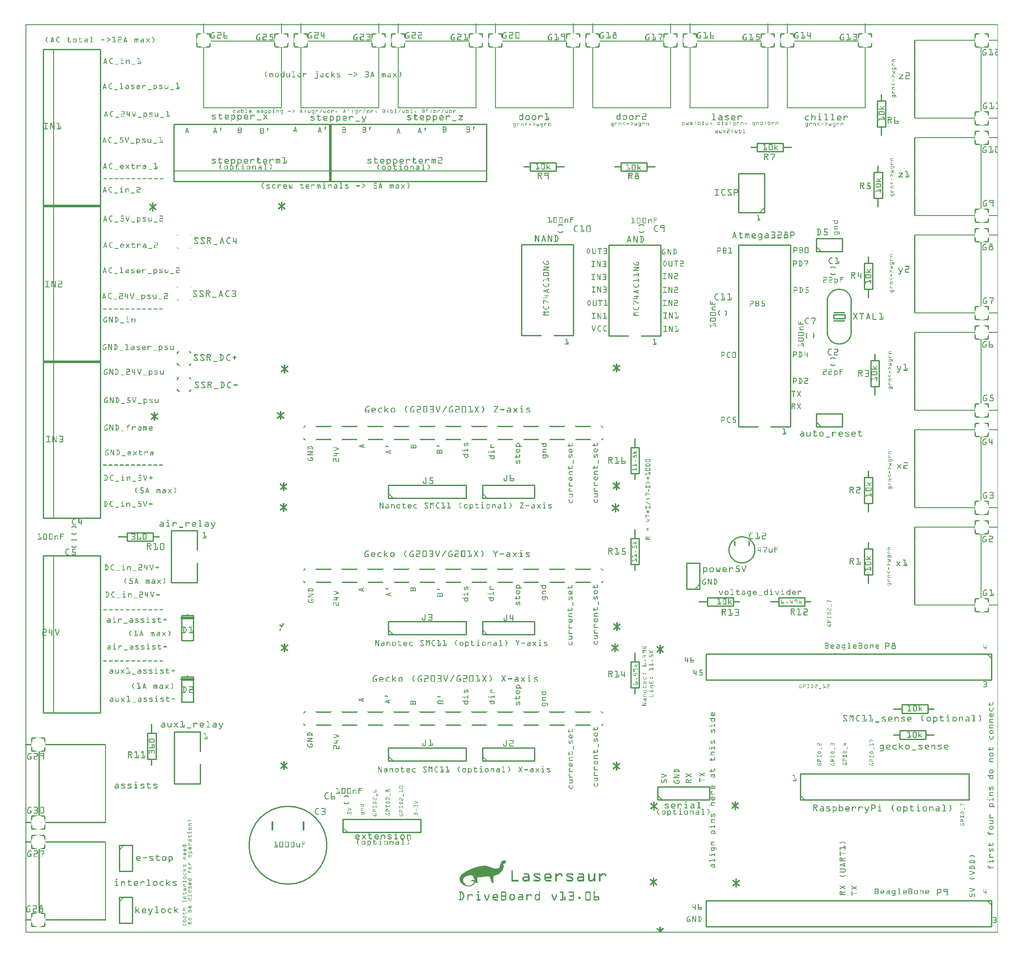
<source format=gto>
G04 MADE WITH FRITZING*
G04 WWW.FRITZING.ORG*
G04 DOUBLE SIDED*
G04 HOLES PLATED*
G04 CONTOUR ON CENTER OF CONTOUR VECTOR*
%ASAXBY*%
%FSLAX23Y23*%
%MOIN*%
%OFA0B0*%
%SFA1.0B1.0*%
%ADD10C,0.610000X0.59*%
%ADD11C,0.008000*%
%ADD12C,0.010000*%
%ADD13C,0.005000*%
%ADD14C,0.020000*%
%ADD15C,0.009843*%
%LNSILK1*%
G90*
G70*
G54D10*
X2027Y671D03*
G54D11*
X4227Y6352D02*
X3627Y6352D01*
G54D12*
D02*
X582Y4391D02*
X582Y5601D01*
D02*
X582Y5601D02*
X142Y5601D01*
D02*
X142Y5601D02*
X142Y4391D01*
D02*
X142Y4391D02*
X582Y4391D01*
G54D13*
D02*
X222Y5601D02*
X222Y4391D01*
G54D12*
D02*
X582Y5591D02*
X582Y6801D01*
D02*
X582Y6801D02*
X142Y6801D01*
D02*
X142Y6801D02*
X142Y5591D01*
D02*
X142Y5591D02*
X582Y5591D01*
G54D13*
D02*
X222Y6801D02*
X222Y5591D01*
G54D12*
D02*
X582Y1691D02*
X582Y2901D01*
D02*
X582Y2901D02*
X142Y2901D01*
D02*
X142Y2901D02*
X142Y1691D01*
D02*
X142Y1691D02*
X582Y1691D01*
G54D13*
D02*
X222Y2901D02*
X222Y1691D01*
G54D11*
D02*
X3477Y6352D02*
X2877Y6352D01*
G54D12*
D02*
X582Y3191D02*
X582Y4401D01*
D02*
X582Y4401D02*
X142Y4401D01*
D02*
X142Y4401D02*
X142Y3191D01*
D02*
X142Y3191D02*
X582Y3191D01*
G54D13*
D02*
X222Y4401D02*
X222Y3191D01*
G54D12*
D02*
X1327Y3096D02*
X1127Y3096D01*
D02*
X1127Y3096D02*
X1127Y2696D01*
D02*
X1127Y2696D02*
X1327Y2696D01*
D02*
X1327Y3096D02*
X1327Y2946D01*
D02*
X1327Y2846D02*
X1327Y2696D01*
G54D11*
D02*
X621Y1446D02*
X621Y846D01*
D02*
X621Y696D02*
X621Y96D01*
D02*
X1977Y6352D02*
X1377Y6352D01*
G54D12*
D02*
X1352Y1546D02*
X1152Y1546D01*
D02*
X1152Y1546D02*
X1152Y1146D01*
D02*
X1152Y1146D02*
X1352Y1146D01*
D02*
X1352Y1546D02*
X1352Y1396D01*
D02*
X1352Y1296D02*
X1352Y1146D01*
G54D11*
D02*
X2727Y6352D02*
X2127Y6352D01*
D02*
X6477Y6352D02*
X5877Y6352D01*
D02*
X4977Y6352D02*
X4377Y6352D01*
D02*
X5727Y6352D02*
X5127Y6352D01*
G54D12*
D02*
X5902Y3896D02*
X5902Y5296D01*
D02*
X5902Y5296D02*
X5502Y5296D01*
D02*
X5502Y5296D02*
X5502Y3896D01*
D02*
X5902Y3896D02*
X5752Y3896D01*
D02*
X5652Y3896D02*
X5502Y3896D01*
D02*
X4226Y4598D02*
X4226Y5298D01*
D02*
X4226Y5298D02*
X3826Y5298D01*
D02*
X3826Y5298D02*
X3826Y4598D01*
D02*
X4226Y4598D02*
X4076Y4598D01*
D02*
X3976Y4598D02*
X3826Y4598D01*
D02*
X4902Y4596D02*
X4902Y5296D01*
D02*
X4902Y5296D02*
X4502Y5296D01*
D02*
X4502Y5296D02*
X4502Y4596D01*
D02*
X4902Y4596D02*
X4752Y4596D01*
D02*
X4652Y4596D02*
X4502Y4596D01*
D02*
X6469Y2755D02*
X6469Y2955D01*
D02*
X6469Y2955D02*
X6535Y2955D01*
D02*
X6535Y2955D02*
X6535Y2755D01*
D02*
X6535Y2755D02*
X6469Y2755D01*
D02*
X6469Y3305D02*
X6469Y3505D01*
D02*
X6469Y3505D02*
X6535Y3505D01*
D02*
X6535Y3505D02*
X6535Y3305D01*
D02*
X6535Y3305D02*
X6469Y3305D01*
D02*
X6519Y4205D02*
X6519Y4405D01*
D02*
X6519Y4405D02*
X6585Y4405D01*
D02*
X6585Y4405D02*
X6585Y4205D01*
D02*
X6585Y4205D02*
X6519Y4205D01*
D02*
X4093Y5863D02*
X3893Y5863D01*
D02*
X3893Y5863D02*
X3893Y5929D01*
D02*
X3893Y5929D02*
X4093Y5929D01*
D02*
X4093Y5929D02*
X4093Y5863D01*
D02*
X4793Y5863D02*
X4593Y5863D01*
D02*
X4593Y5863D02*
X4593Y5929D01*
D02*
X4593Y5929D02*
X4793Y5929D01*
D02*
X4793Y5929D02*
X4793Y5863D01*
D02*
X5843Y6013D02*
X5643Y6013D01*
D02*
X5643Y6013D02*
X5643Y6079D01*
D02*
X5643Y6079D02*
X5843Y6079D01*
D02*
X5843Y6079D02*
X5843Y6013D01*
D02*
X6544Y5655D02*
X6544Y5855D01*
D02*
X6544Y5855D02*
X6610Y5855D01*
D02*
X6610Y5855D02*
X6610Y5655D01*
D02*
X6610Y5655D02*
X6544Y5655D01*
D02*
X6569Y6205D02*
X6569Y6405D01*
D02*
X6569Y6405D02*
X6635Y6405D01*
D02*
X6635Y6405D02*
X6635Y6205D01*
D02*
X6635Y6205D02*
X6569Y6205D01*
D02*
X6469Y4955D02*
X6469Y5155D01*
D02*
X6469Y5155D02*
X6535Y5155D01*
D02*
X6535Y5155D02*
X6535Y4955D01*
D02*
X6535Y4955D02*
X6469Y4955D01*
D02*
X5202Y2646D02*
X5202Y2846D01*
D02*
X5202Y2846D02*
X5102Y2846D01*
D02*
X5102Y2846D02*
X5102Y2646D01*
D02*
X5102Y2646D02*
X5202Y2646D01*
G54D13*
D02*
X5202Y2681D02*
X5167Y2646D01*
G54D12*
D02*
X6102Y5246D02*
X6302Y5246D01*
D02*
X6302Y5246D02*
X6302Y5346D01*
D02*
X6302Y5346D02*
X6102Y5346D01*
D02*
X6102Y5346D02*
X6102Y5246D01*
G54D13*
D02*
X6137Y5246D02*
X6102Y5281D01*
G54D12*
D02*
X6102Y3896D02*
X6302Y3896D01*
D02*
X6302Y3896D02*
X6302Y3996D01*
D02*
X6302Y3996D02*
X6102Y3996D01*
D02*
X6102Y3996D02*
X6102Y3896D01*
G54D13*
D02*
X6137Y3896D02*
X6102Y3931D01*
G54D12*
D02*
X5702Y5546D02*
X5702Y5846D01*
D02*
X5702Y5846D02*
X5502Y5846D01*
D02*
X5502Y5846D02*
X5502Y5546D01*
D02*
X5502Y5546D02*
X5702Y5546D01*
G54D13*
D02*
X5702Y5581D02*
X5667Y5546D01*
G54D12*
D02*
X1297Y2442D02*
X1297Y2247D01*
D02*
X1207Y2247D02*
X1207Y2442D01*
D02*
X1207Y2442D02*
X1297Y2442D01*
G54D14*
D02*
X1207Y2422D02*
X1297Y2422D01*
G54D12*
D02*
X1297Y1967D02*
X1297Y1772D01*
D02*
X1207Y1772D02*
X1207Y1967D01*
D02*
X1207Y1967D02*
X1297Y1967D01*
G54D14*
D02*
X1207Y1947D02*
X1297Y1947D01*
G54D12*
D02*
X787Y3079D02*
X987Y3079D01*
D02*
X987Y3079D02*
X987Y3013D01*
D02*
X987Y3013D02*
X787Y3013D01*
D02*
X787Y3013D02*
X787Y3079D01*
D02*
X1010Y1536D02*
X1010Y1336D01*
D02*
X1010Y1336D02*
X944Y1336D01*
D02*
X944Y1336D02*
X944Y1536D01*
D02*
X944Y1536D02*
X1010Y1536D01*
D02*
X3557Y6226D02*
X2347Y6226D01*
D02*
X2347Y6226D02*
X2347Y5786D01*
D02*
X2347Y5786D02*
X3557Y5786D01*
D02*
X3557Y5786D02*
X3557Y6226D01*
G54D13*
D02*
X2347Y5866D02*
X3557Y5866D01*
G54D12*
D02*
X2357Y6226D02*
X1147Y6226D01*
D02*
X1147Y6226D02*
X1147Y5786D01*
D02*
X1147Y5786D02*
X2357Y5786D01*
D02*
X2357Y5786D02*
X2357Y6226D01*
G54D13*
D02*
X1147Y5866D02*
X2357Y5866D01*
G54D12*
D02*
X7452Y2146D02*
X5252Y2146D01*
D02*
X5252Y2146D02*
X5252Y1946D01*
D02*
X5252Y1946D02*
X7452Y1946D01*
D02*
X7452Y1946D02*
X7452Y2146D01*
G54D13*
D02*
X7417Y2146D02*
X7452Y2111D01*
G54D12*
D02*
X7452Y246D02*
X5252Y246D01*
D02*
X5252Y246D02*
X5252Y46D01*
D02*
X5252Y46D02*
X7452Y46D01*
D02*
X7452Y46D02*
X7452Y246D01*
G54D13*
D02*
X7417Y246D02*
X7452Y211D01*
G54D12*
D02*
X5812Y2579D02*
X6012Y2579D01*
D02*
X6012Y2579D02*
X6012Y2513D01*
D02*
X6012Y2513D02*
X5812Y2513D01*
D02*
X5812Y2513D02*
X5812Y2579D01*
D02*
X6762Y1754D02*
X6962Y1754D01*
D02*
X6962Y1754D02*
X6962Y1688D01*
D02*
X6962Y1688D02*
X6762Y1688D01*
D02*
X6762Y1688D02*
X6762Y1754D01*
D02*
X6943Y1488D02*
X6743Y1488D01*
D02*
X6743Y1488D02*
X6743Y1554D01*
D02*
X6743Y1554D02*
X6943Y1554D01*
D02*
X6943Y1554D02*
X6943Y1488D01*
D02*
X5262Y2579D02*
X5462Y2579D01*
D02*
X5462Y2579D02*
X5462Y2513D01*
D02*
X5462Y2513D02*
X5262Y2513D01*
D02*
X5262Y2513D02*
X5262Y2579D01*
D02*
X4735Y3736D02*
X4735Y3536D01*
D02*
X4735Y3536D02*
X4669Y3536D01*
D02*
X4669Y3536D02*
X4669Y3736D01*
D02*
X4669Y3736D02*
X4735Y3736D01*
D02*
X4735Y3036D02*
X4735Y2836D01*
D02*
X4735Y2836D02*
X4669Y2836D01*
D02*
X4669Y2836D02*
X4669Y3036D01*
D02*
X4669Y3036D02*
X4735Y3036D01*
D02*
X4735Y2086D02*
X4735Y1886D01*
D02*
X4735Y1886D02*
X4669Y1886D01*
D02*
X4669Y1886D02*
X4669Y2086D01*
D02*
X4669Y2086D02*
X4735Y2086D01*
D02*
X2802Y3346D02*
X3402Y3346D01*
D02*
X3402Y3346D02*
X3402Y3446D01*
D02*
X3402Y3446D02*
X2802Y3446D01*
D02*
X2802Y3446D02*
X2802Y3346D01*
G54D13*
D02*
X2837Y3346D02*
X2802Y3381D01*
G54D12*
D02*
X2802Y2296D02*
X3402Y2296D01*
D02*
X3402Y2296D02*
X3402Y2396D01*
D02*
X3402Y2396D02*
X2802Y2396D01*
D02*
X2802Y2396D02*
X2802Y2296D01*
G54D13*
D02*
X2837Y2296D02*
X2802Y2331D01*
G54D12*
D02*
X2802Y1321D02*
X3402Y1321D01*
D02*
X3402Y1321D02*
X3402Y1421D01*
D02*
X3402Y1421D02*
X2802Y1421D01*
D02*
X2802Y1421D02*
X2802Y1321D01*
G54D13*
D02*
X2837Y1321D02*
X2802Y1356D01*
G54D12*
D02*
X3527Y3346D02*
X3927Y3346D01*
D02*
X3927Y3346D02*
X3927Y3446D01*
D02*
X3927Y3446D02*
X3527Y3446D01*
D02*
X3527Y3446D02*
X3527Y3346D01*
G54D13*
D02*
X3562Y3346D02*
X3527Y3381D01*
G54D12*
D02*
X3527Y2296D02*
X3927Y2296D01*
D02*
X3927Y2296D02*
X3927Y2396D01*
D02*
X3927Y2396D02*
X3527Y2396D01*
D02*
X3527Y2396D02*
X3527Y2296D01*
G54D13*
D02*
X3562Y2296D02*
X3527Y2331D01*
G54D12*
D02*
X3527Y1321D02*
X3927Y1321D01*
D02*
X3927Y1321D02*
X3927Y1421D01*
D02*
X3927Y1421D02*
X3527Y1421D01*
D02*
X3527Y1421D02*
X3527Y1321D01*
G54D13*
D02*
X3562Y1321D02*
X3527Y1356D01*
G54D12*
D02*
X5977Y1021D02*
X7277Y1021D01*
D02*
X7277Y1021D02*
X7277Y1221D01*
D02*
X7277Y1221D02*
X5977Y1221D01*
D02*
X5977Y1221D02*
X5977Y1021D01*
G54D13*
D02*
X6012Y1021D02*
X5977Y1056D01*
G54D12*
D02*
X2452Y771D02*
X3052Y771D01*
D02*
X3052Y771D02*
X3052Y871D01*
D02*
X3052Y871D02*
X2452Y871D01*
D02*
X2452Y871D02*
X2452Y771D01*
G54D13*
D02*
X2487Y771D02*
X2452Y806D01*
G54D12*
D02*
X727Y271D02*
X727Y71D01*
D02*
X727Y71D02*
X827Y71D01*
D02*
X827Y71D02*
X827Y271D01*
D02*
X827Y271D02*
X727Y271D01*
G54D13*
D02*
X727Y236D02*
X762Y271D01*
G54D12*
D02*
X727Y671D02*
X727Y471D01*
D02*
X727Y471D02*
X827Y471D01*
D02*
X827Y471D02*
X827Y671D01*
D02*
X827Y671D02*
X727Y671D01*
G54D13*
D02*
X727Y636D02*
X762Y671D01*
G54D12*
D02*
X4877Y1021D02*
X5277Y1021D01*
D02*
X5277Y1021D02*
X5277Y1121D01*
D02*
X5277Y1121D02*
X4877Y1121D01*
D02*
X4877Y1121D02*
X4877Y1021D01*
G54D13*
D02*
X4912Y1021D02*
X4877Y1056D01*
G54D15*
X6234Y4757D02*
X6321Y4757D01*
X6321Y4728D01*
X6234Y4728D01*
X6234Y4757D01*
D02*
G36*
X1482Y6936D02*
X1482Y6935D01*
X1481Y6935D01*
X1481Y6934D01*
X1480Y6934D01*
X1480Y6931D01*
X1481Y6931D01*
X1481Y6930D01*
X1482Y6930D01*
X1482Y6929D01*
X1506Y6929D01*
X1506Y6914D01*
X1486Y6914D01*
X1486Y6913D01*
X1483Y6913D01*
X1483Y6912D01*
X1482Y6912D01*
X1482Y6911D01*
X1481Y6911D01*
X1481Y6909D01*
X1480Y6909D01*
X1480Y6884D01*
X1503Y6884D01*
X1503Y6885D01*
X1512Y6885D01*
X1512Y6886D01*
X1513Y6886D01*
X1513Y6889D01*
X1512Y6889D01*
X1512Y6890D01*
X1511Y6890D01*
X1511Y6891D01*
X1487Y6891D01*
X1487Y6907D01*
X1509Y6907D01*
X1509Y6908D01*
X1511Y6908D01*
X1511Y6910D01*
X1512Y6910D01*
X1512Y6912D01*
X1513Y6912D01*
X1513Y6931D01*
X1512Y6931D01*
X1512Y6933D01*
X1511Y6933D01*
X1511Y6934D01*
X1510Y6934D01*
X1510Y6935D01*
X1508Y6935D01*
X1508Y6936D01*
X1482Y6936D01*
G37*
D02*
G36*
X1531Y6936D02*
X1531Y6935D01*
X1530Y6935D01*
X1530Y6901D01*
X1556Y6901D01*
X1556Y6891D01*
X1562Y6891D01*
X1562Y6907D01*
X1561Y6907D01*
X1561Y6908D01*
X1536Y6908D01*
X1536Y6929D01*
X1537Y6929D01*
X1537Y6930D01*
X1539Y6930D01*
X1539Y6932D01*
X1540Y6932D01*
X1540Y6933D01*
X1539Y6933D01*
X1539Y6935D01*
X1538Y6935D01*
X1538Y6936D01*
X1531Y6936D01*
G37*
D02*
G36*
X1530Y6901D02*
X1530Y6891D01*
X1536Y6891D01*
X1536Y6901D01*
X1530Y6901D01*
G37*
D02*
G36*
X1530Y6891D02*
X1530Y6890D01*
X1562Y6890D01*
X1562Y6891D01*
X1530Y6891D01*
G37*
D02*
G36*
X1530Y6891D02*
X1530Y6890D01*
X1562Y6890D01*
X1562Y6891D01*
X1530Y6891D01*
G37*
D02*
G36*
X1530Y6890D02*
X1530Y6886D01*
X1531Y6886D01*
X1531Y6885D01*
X1561Y6885D01*
X1561Y6886D01*
X1562Y6886D01*
X1562Y6890D01*
X1530Y6890D01*
G37*
D02*
G36*
X2232Y6936D02*
X2232Y6935D01*
X2231Y6935D01*
X2231Y6934D01*
X2230Y6934D01*
X2230Y6931D01*
X2231Y6931D01*
X2231Y6930D01*
X2232Y6930D01*
X2232Y6929D01*
X2256Y6929D01*
X2256Y6914D01*
X2236Y6914D01*
X2236Y6913D01*
X2233Y6913D01*
X2233Y6912D01*
X2232Y6912D01*
X2232Y6911D01*
X2231Y6911D01*
X2231Y6909D01*
X2230Y6909D01*
X2230Y6885D01*
X2231Y6885D01*
X2231Y6884D01*
X2253Y6884D01*
X2253Y6885D01*
X2262Y6885D01*
X2262Y6886D01*
X2263Y6886D01*
X2263Y6889D01*
X2262Y6889D01*
X2262Y6890D01*
X2261Y6890D01*
X2261Y6891D01*
X2237Y6891D01*
X2237Y6907D01*
X2259Y6907D01*
X2259Y6908D01*
X2261Y6908D01*
X2261Y6910D01*
X2262Y6910D01*
X2262Y6912D01*
X2263Y6912D01*
X2263Y6931D01*
X2262Y6931D01*
X2262Y6933D01*
X2261Y6933D01*
X2261Y6934D01*
X2260Y6934D01*
X2260Y6935D01*
X2258Y6935D01*
X2258Y6936D01*
X2232Y6936D01*
G37*
D02*
G36*
X2283Y6936D02*
X2283Y6935D01*
X2282Y6935D01*
X2282Y6934D01*
X2281Y6934D01*
X2281Y6908D01*
X2288Y6908D01*
X2288Y6934D01*
X2287Y6934D01*
X2287Y6935D01*
X2286Y6935D01*
X2286Y6936D01*
X2283Y6936D01*
G37*
D02*
G36*
X2302Y6930D02*
X2302Y6929D01*
X2301Y6929D01*
X2301Y6908D01*
X2308Y6908D01*
X2308Y6928D01*
X2307Y6928D01*
X2307Y6929D01*
X2306Y6929D01*
X2306Y6930D01*
X2302Y6930D01*
G37*
D02*
G36*
X2281Y6908D02*
X2281Y6907D01*
X2309Y6907D01*
X2309Y6908D01*
X2281Y6908D01*
G37*
D02*
G36*
X2281Y6908D02*
X2281Y6907D01*
X2309Y6907D01*
X2309Y6908D01*
X2281Y6908D01*
G37*
D02*
G36*
X2281Y6907D02*
X2281Y6902D01*
X2282Y6902D01*
X2282Y6901D01*
X2301Y6901D01*
X2301Y6886D01*
X2302Y6886D01*
X2302Y6885D01*
X2307Y6885D01*
X2307Y6888D01*
X2308Y6888D01*
X2308Y6901D01*
X2309Y6901D01*
X2309Y6902D01*
X2310Y6902D01*
X2310Y6903D01*
X2311Y6903D01*
X2311Y6906D01*
X2310Y6906D01*
X2310Y6907D01*
X2281Y6907D01*
G37*
D02*
G36*
X2982Y6936D02*
X2982Y6935D01*
X2981Y6935D01*
X2981Y6934D01*
X2980Y6934D01*
X2980Y6931D01*
X2981Y6931D01*
X2981Y6930D01*
X2982Y6930D01*
X2982Y6929D01*
X3006Y6929D01*
X3006Y6914D01*
X2986Y6914D01*
X2986Y6913D01*
X2983Y6913D01*
X2983Y6912D01*
X2982Y6912D01*
X2982Y6911D01*
X2981Y6911D01*
X2981Y6909D01*
X2980Y6909D01*
X2980Y6884D01*
X3003Y6884D01*
X3003Y6885D01*
X3012Y6885D01*
X3012Y6886D01*
X3013Y6886D01*
X3013Y6889D01*
X3012Y6889D01*
X3012Y6890D01*
X3011Y6890D01*
X3011Y6891D01*
X2987Y6891D01*
X2987Y6907D01*
X3009Y6907D01*
X3009Y6908D01*
X3011Y6908D01*
X3011Y6910D01*
X3012Y6910D01*
X3012Y6912D01*
X3013Y6912D01*
X3013Y6931D01*
X3012Y6931D01*
X3012Y6933D01*
X3011Y6933D01*
X3011Y6934D01*
X3010Y6934D01*
X3010Y6935D01*
X3008Y6935D01*
X3008Y6936D01*
X2982Y6936D01*
G37*
D02*
G36*
X3031Y6936D02*
X3031Y6935D01*
X3030Y6935D01*
X3030Y6930D01*
X3032Y6930D01*
X3032Y6929D01*
X3056Y6929D01*
X3056Y6914D01*
X3036Y6914D01*
X3036Y6913D01*
X3033Y6913D01*
X3033Y6912D01*
X3032Y6912D01*
X3032Y6911D01*
X3031Y6911D01*
X3031Y6910D01*
X3030Y6910D01*
X3030Y6884D01*
X3052Y6884D01*
X3052Y6885D01*
X3061Y6885D01*
X3061Y6886D01*
X3062Y6886D01*
X3062Y6890D01*
X3061Y6890D01*
X3061Y6891D01*
X3036Y6891D01*
X3036Y6907D01*
X3059Y6907D01*
X3059Y6908D01*
X3060Y6908D01*
X3060Y6909D01*
X3061Y6909D01*
X3061Y6910D01*
X3062Y6910D01*
X3062Y6933D01*
X3061Y6933D01*
X3061Y6934D01*
X3060Y6934D01*
X3060Y6935D01*
X3058Y6935D01*
X3058Y6936D01*
X3031Y6936D01*
G37*
D02*
G36*
X3732Y6936D02*
X3732Y6935D01*
X3731Y6935D01*
X3731Y6934D01*
X3730Y6934D01*
X3730Y6931D01*
X3731Y6931D01*
X3731Y6930D01*
X3732Y6930D01*
X3732Y6929D01*
X3756Y6929D01*
X3756Y6914D01*
X3736Y6914D01*
X3736Y6913D01*
X3733Y6913D01*
X3733Y6912D01*
X3732Y6912D01*
X3732Y6911D01*
X3731Y6911D01*
X3731Y6909D01*
X3730Y6909D01*
X3730Y6884D01*
X3753Y6884D01*
X3753Y6885D01*
X3762Y6885D01*
X3762Y6886D01*
X3763Y6886D01*
X3763Y6889D01*
X3762Y6889D01*
X3762Y6890D01*
X3761Y6890D01*
X3761Y6891D01*
X3737Y6891D01*
X3737Y6907D01*
X3759Y6907D01*
X3759Y6908D01*
X3761Y6908D01*
X3761Y6910D01*
X3762Y6910D01*
X3762Y6912D01*
X3763Y6912D01*
X3763Y6931D01*
X3762Y6931D01*
X3762Y6933D01*
X3761Y6933D01*
X3761Y6934D01*
X3760Y6934D01*
X3760Y6935D01*
X3758Y6935D01*
X3758Y6936D01*
X3732Y6936D01*
G37*
D02*
G36*
X3784Y6936D02*
X3784Y6935D01*
X3782Y6935D01*
X3782Y6934D01*
X3781Y6934D01*
X3781Y6932D01*
X3780Y6932D01*
X3780Y6929D01*
X3806Y6929D01*
X3806Y6891D01*
X3812Y6891D01*
X3812Y6933D01*
X3811Y6933D01*
X3811Y6934D01*
X3810Y6934D01*
X3810Y6935D01*
X3808Y6935D01*
X3808Y6936D01*
X3784Y6936D01*
G37*
D02*
G36*
X3780Y6929D02*
X3780Y6891D01*
X3786Y6891D01*
X3786Y6929D01*
X3780Y6929D01*
G37*
D02*
G36*
X3780Y6891D02*
X3780Y6890D01*
X3812Y6890D01*
X3812Y6891D01*
X3780Y6891D01*
G37*
D02*
G36*
X3780Y6891D02*
X3780Y6890D01*
X3812Y6890D01*
X3812Y6891D01*
X3780Y6891D01*
G37*
D02*
G36*
X3780Y6890D02*
X3780Y6888D01*
X3781Y6888D01*
X3781Y6887D01*
X3782Y6887D01*
X3782Y6886D01*
X3783Y6886D01*
X3783Y6885D01*
X3809Y6885D01*
X3809Y6886D01*
X3811Y6886D01*
X3811Y6888D01*
X3812Y6888D01*
X3812Y6890D01*
X3780Y6890D01*
G37*
D02*
G36*
X4482Y6936D02*
X4482Y6935D01*
X4481Y6935D01*
X4481Y6934D01*
X4480Y6934D01*
X4480Y6931D01*
X4481Y6931D01*
X4481Y6930D01*
X4482Y6930D01*
X4482Y6929D01*
X4493Y6929D01*
X4493Y6891D01*
X4500Y6891D01*
X4500Y6936D01*
X4482Y6936D01*
G37*
D02*
G36*
X4508Y6908D02*
X4508Y6907D01*
X4507Y6907D01*
X4507Y6906D01*
X4506Y6906D01*
X4506Y6891D01*
X4513Y6891D01*
X4513Y6906D01*
X4512Y6906D01*
X4512Y6907D01*
X4511Y6907D01*
X4511Y6908D01*
X4508Y6908D01*
G37*
D02*
G36*
X4481Y6891D02*
X4481Y6890D01*
X4513Y6890D01*
X4513Y6891D01*
X4481Y6891D01*
G37*
D02*
G36*
X4481Y6891D02*
X4481Y6890D01*
X4513Y6890D01*
X4513Y6891D01*
X4481Y6891D01*
G37*
D02*
G36*
X4480Y6890D02*
X4480Y6886D01*
X4481Y6886D01*
X4481Y6885D01*
X4512Y6885D01*
X4512Y6886D01*
X4513Y6886D01*
X4513Y6890D01*
X4480Y6890D01*
G37*
D02*
G36*
X4538Y6936D02*
X4538Y6935D01*
X4537Y6935D01*
X4537Y6934D01*
X4536Y6934D01*
X4536Y6929D01*
X4549Y6929D01*
X4549Y6914D01*
X4556Y6914D01*
X4556Y6934D01*
X4555Y6934D01*
X4555Y6935D01*
X4554Y6935D01*
X4554Y6936D01*
X4538Y6936D01*
G37*
D02*
G36*
X4536Y6929D02*
X4536Y6914D01*
X4543Y6914D01*
X4543Y6929D01*
X4536Y6929D01*
G37*
D02*
G36*
X4536Y6914D02*
X4536Y6913D01*
X4557Y6913D01*
X4557Y6914D01*
X4536Y6914D01*
G37*
D02*
G36*
X4536Y6914D02*
X4536Y6913D01*
X4557Y6913D01*
X4557Y6914D01*
X4536Y6914D01*
G37*
D02*
G36*
X4533Y6913D02*
X4533Y6912D01*
X4532Y6912D01*
X4532Y6911D01*
X4531Y6911D01*
X4531Y6910D01*
X4530Y6910D01*
X4530Y6907D01*
X4556Y6907D01*
X4556Y6891D01*
X4562Y6891D01*
X4562Y6910D01*
X4561Y6910D01*
X4561Y6912D01*
X4559Y6912D01*
X4559Y6913D01*
X4533Y6913D01*
G37*
D02*
G36*
X4530Y6907D02*
X4530Y6891D01*
X4536Y6891D01*
X4536Y6907D01*
X4530Y6907D01*
G37*
D02*
G36*
X4530Y6891D02*
X4530Y6890D01*
X4562Y6890D01*
X4562Y6891D01*
X4530Y6891D01*
G37*
D02*
G36*
X4530Y6891D02*
X4530Y6890D01*
X4562Y6890D01*
X4562Y6891D01*
X4530Y6891D01*
G37*
D02*
G36*
X4530Y6890D02*
X4530Y6888D01*
X4531Y6888D01*
X4531Y6887D01*
X4532Y6887D01*
X4532Y6886D01*
X4533Y6886D01*
X4533Y6885D01*
X4559Y6885D01*
X4559Y6886D01*
X4561Y6886D01*
X4561Y6888D01*
X4562Y6888D01*
X4562Y6890D01*
X4530Y6890D01*
G37*
D02*
G36*
X5232Y6936D02*
X5232Y6935D01*
X5231Y6935D01*
X5231Y6934D01*
X5230Y6934D01*
X5230Y6931D01*
X5231Y6931D01*
X5231Y6930D01*
X5232Y6930D01*
X5232Y6929D01*
X5243Y6929D01*
X5243Y6891D01*
X5250Y6891D01*
X5250Y6936D01*
X5232Y6936D01*
G37*
D02*
G36*
X5258Y6908D02*
X5258Y6907D01*
X5257Y6907D01*
X5257Y6906D01*
X5256Y6906D01*
X5256Y6891D01*
X5263Y6891D01*
X5263Y6906D01*
X5262Y6906D01*
X5262Y6907D01*
X5261Y6907D01*
X5261Y6908D01*
X5258Y6908D01*
G37*
D02*
G36*
X5231Y6891D02*
X5231Y6890D01*
X5263Y6890D01*
X5263Y6891D01*
X5231Y6891D01*
G37*
D02*
G36*
X5231Y6891D02*
X5231Y6890D01*
X5263Y6890D01*
X5263Y6891D01*
X5231Y6891D01*
G37*
D02*
G36*
X5230Y6890D02*
X5230Y6886D01*
X5231Y6886D01*
X5231Y6885D01*
X5262Y6885D01*
X5262Y6886D01*
X5263Y6886D01*
X5263Y6890D01*
X5230Y6890D01*
G37*
D02*
G36*
X5281Y6936D02*
X5281Y6935D01*
X5280Y6935D01*
X5280Y6901D01*
X5306Y6901D01*
X5306Y6891D01*
X5312Y6891D01*
X5312Y6907D01*
X5311Y6907D01*
X5311Y6908D01*
X5286Y6908D01*
X5286Y6929D01*
X5287Y6929D01*
X5287Y6930D01*
X5289Y6930D01*
X5289Y6932D01*
X5290Y6932D01*
X5290Y6933D01*
X5289Y6933D01*
X5289Y6935D01*
X5288Y6935D01*
X5288Y6936D01*
X5281Y6936D01*
G37*
D02*
G36*
X5280Y6901D02*
X5280Y6891D01*
X5286Y6891D01*
X5286Y6901D01*
X5280Y6901D01*
G37*
D02*
G36*
X5280Y6891D02*
X5280Y6890D01*
X5312Y6890D01*
X5312Y6891D01*
X5280Y6891D01*
G37*
D02*
G36*
X5280Y6891D02*
X5280Y6890D01*
X5312Y6890D01*
X5312Y6891D01*
X5280Y6891D01*
G37*
D02*
G36*
X5280Y6890D02*
X5280Y6886D01*
X5281Y6886D01*
X5281Y6885D01*
X5311Y6885D01*
X5311Y6886D01*
X5312Y6886D01*
X5312Y6890D01*
X5280Y6890D01*
G37*
D02*
G36*
X5982Y6936D02*
X5982Y6935D01*
X5981Y6935D01*
X5981Y6934D01*
X5980Y6934D01*
X5980Y6931D01*
X5981Y6931D01*
X5981Y6930D01*
X5982Y6930D01*
X5982Y6929D01*
X5993Y6929D01*
X5993Y6891D01*
X6000Y6891D01*
X6000Y6936D01*
X5982Y6936D01*
G37*
D02*
G36*
X6008Y6908D02*
X6008Y6907D01*
X6007Y6907D01*
X6007Y6906D01*
X6006Y6906D01*
X6006Y6891D01*
X6013Y6891D01*
X6013Y6906D01*
X6012Y6906D01*
X6012Y6907D01*
X6011Y6907D01*
X6011Y6908D01*
X6008Y6908D01*
G37*
D02*
G36*
X5981Y6891D02*
X5981Y6890D01*
X6013Y6890D01*
X6013Y6891D01*
X5981Y6891D01*
G37*
D02*
G36*
X5981Y6891D02*
X5981Y6890D01*
X6013Y6890D01*
X6013Y6891D01*
X5981Y6891D01*
G37*
D02*
G36*
X5980Y6890D02*
X5980Y6886D01*
X5981Y6886D01*
X5981Y6885D01*
X6012Y6885D01*
X6012Y6886D01*
X6013Y6886D01*
X6013Y6890D01*
X5980Y6890D01*
G37*
D02*
G36*
X6033Y6936D02*
X6033Y6935D01*
X6032Y6935D01*
X6032Y6934D01*
X6031Y6934D01*
X6031Y6908D01*
X6038Y6908D01*
X6038Y6934D01*
X6037Y6934D01*
X6037Y6935D01*
X6036Y6935D01*
X6036Y6936D01*
X6033Y6936D01*
G37*
D02*
G36*
X6052Y6930D02*
X6052Y6929D01*
X6051Y6929D01*
X6051Y6908D01*
X6058Y6908D01*
X6058Y6927D01*
X6057Y6927D01*
X6057Y6929D01*
X6056Y6929D01*
X6056Y6930D01*
X6052Y6930D01*
G37*
D02*
G36*
X6031Y6908D02*
X6031Y6907D01*
X6059Y6907D01*
X6059Y6908D01*
X6031Y6908D01*
G37*
D02*
G36*
X6031Y6908D02*
X6031Y6907D01*
X6059Y6907D01*
X6059Y6908D01*
X6031Y6908D01*
G37*
D02*
G36*
X6031Y6907D02*
X6031Y6902D01*
X6032Y6902D01*
X6032Y6901D01*
X6051Y6901D01*
X6051Y6886D01*
X6052Y6886D01*
X6052Y6885D01*
X6057Y6885D01*
X6057Y6889D01*
X6058Y6889D01*
X6058Y6901D01*
X6059Y6901D01*
X6059Y6902D01*
X6060Y6902D01*
X6060Y6903D01*
X6061Y6903D01*
X6061Y6906D01*
X6060Y6906D01*
X6060Y6907D01*
X6031Y6907D01*
G37*
D02*
G36*
X1798Y6922D02*
X1798Y6921D01*
X1796Y6921D01*
X1796Y6920D01*
X1795Y6920D01*
X1795Y6919D01*
X1794Y6919D01*
X1794Y6918D01*
X1793Y6918D01*
X1793Y6916D01*
X1792Y6916D01*
X1792Y6915D01*
X1791Y6915D01*
X1791Y6914D01*
X1790Y6914D01*
X1790Y6913D01*
X1789Y6913D01*
X1789Y6911D01*
X1788Y6911D01*
X1788Y6910D01*
X1787Y6910D01*
X1787Y6909D01*
X1786Y6909D01*
X1786Y6907D01*
X1785Y6907D01*
X1785Y6906D01*
X1784Y6906D01*
X1784Y6904D01*
X1783Y6904D01*
X1783Y6901D01*
X1782Y6901D01*
X1782Y6879D01*
X1783Y6879D01*
X1783Y6878D01*
X1790Y6878D01*
X1790Y6879D01*
X1789Y6879D01*
X1789Y6901D01*
X1790Y6901D01*
X1790Y6903D01*
X1791Y6903D01*
X1791Y6904D01*
X1792Y6904D01*
X1792Y6906D01*
X1793Y6906D01*
X1793Y6907D01*
X1794Y6907D01*
X1794Y6908D01*
X1795Y6908D01*
X1795Y6909D01*
X1796Y6909D01*
X1796Y6911D01*
X1797Y6911D01*
X1797Y6912D01*
X1798Y6912D01*
X1798Y6913D01*
X1799Y6913D01*
X1799Y6914D01*
X1800Y6914D01*
X1800Y6915D01*
X1801Y6915D01*
X1801Y6916D01*
X1814Y6916D01*
X1814Y6917D01*
X1815Y6917D01*
X1815Y6921D01*
X1814Y6921D01*
X1814Y6922D01*
X1798Y6922D01*
G37*
D02*
G36*
X1800Y6894D02*
X1800Y6893D01*
X1799Y6893D01*
X1799Y6889D01*
X1800Y6889D01*
X1800Y6888D01*
X1808Y6888D01*
X1808Y6879D01*
X1807Y6879D01*
X1807Y6878D01*
X1815Y6878D01*
X1815Y6894D01*
X1800Y6894D01*
G37*
D02*
G36*
X1783Y6878D02*
X1783Y6877D01*
X1814Y6877D01*
X1814Y6878D01*
X1783Y6878D01*
G37*
D02*
G36*
X1783Y6878D02*
X1783Y6877D01*
X1814Y6877D01*
X1814Y6878D01*
X1783Y6878D01*
G37*
D02*
G36*
X1783Y6877D02*
X1783Y6876D01*
X1784Y6876D01*
X1784Y6875D01*
X1785Y6875D01*
X1785Y6874D01*
X1786Y6874D01*
X1786Y6873D01*
X1787Y6873D01*
X1787Y6872D01*
X1789Y6872D01*
X1789Y6871D01*
X1808Y6871D01*
X1808Y6872D01*
X1810Y6872D01*
X1810Y6873D01*
X1812Y6873D01*
X1812Y6874D01*
X1813Y6874D01*
X1813Y6876D01*
X1814Y6876D01*
X1814Y6877D01*
X1783Y6877D01*
G37*
D02*
G36*
X1833Y6922D02*
X1833Y6921D01*
X1832Y6921D01*
X1832Y6917D01*
X1833Y6917D01*
X1833Y6916D01*
X1858Y6916D01*
X1858Y6900D01*
X1836Y6900D01*
X1836Y6899D01*
X1835Y6899D01*
X1835Y6898D01*
X1834Y6898D01*
X1834Y6897D01*
X1833Y6897D01*
X1833Y6896D01*
X1832Y6896D01*
X1832Y6871D01*
X1863Y6871D01*
X1863Y6872D01*
X1864Y6872D01*
X1864Y6873D01*
X1865Y6873D01*
X1865Y6875D01*
X1864Y6875D01*
X1864Y6877D01*
X1861Y6877D01*
X1861Y6878D01*
X1839Y6878D01*
X1839Y6893D01*
X1860Y6893D01*
X1860Y6894D01*
X1862Y6894D01*
X1862Y6895D01*
X1863Y6895D01*
X1863Y6896D01*
X1864Y6896D01*
X1864Y6898D01*
X1865Y6898D01*
X1865Y6917D01*
X1864Y6917D01*
X1864Y6919D01*
X1863Y6919D01*
X1863Y6921D01*
X1861Y6921D01*
X1861Y6922D01*
X1833Y6922D01*
G37*
D02*
G36*
X2548Y6922D02*
X2548Y6921D01*
X2546Y6921D01*
X2546Y6920D01*
X2545Y6920D01*
X2545Y6919D01*
X2544Y6919D01*
X2544Y6918D01*
X2543Y6918D01*
X2543Y6916D01*
X2542Y6916D01*
X2542Y6915D01*
X2541Y6915D01*
X2541Y6914D01*
X2540Y6914D01*
X2540Y6913D01*
X2539Y6913D01*
X2539Y6911D01*
X2538Y6911D01*
X2538Y6910D01*
X2537Y6910D01*
X2537Y6909D01*
X2536Y6909D01*
X2536Y6907D01*
X2535Y6907D01*
X2535Y6906D01*
X2534Y6906D01*
X2534Y6904D01*
X2533Y6904D01*
X2533Y6901D01*
X2532Y6901D01*
X2532Y6879D01*
X2533Y6879D01*
X2533Y6878D01*
X2540Y6878D01*
X2540Y6879D01*
X2539Y6879D01*
X2539Y6901D01*
X2540Y6901D01*
X2540Y6903D01*
X2541Y6903D01*
X2541Y6904D01*
X2542Y6904D01*
X2542Y6906D01*
X2543Y6906D01*
X2543Y6907D01*
X2544Y6907D01*
X2544Y6908D01*
X2545Y6908D01*
X2545Y6909D01*
X2546Y6909D01*
X2546Y6911D01*
X2547Y6911D01*
X2547Y6912D01*
X2548Y6912D01*
X2548Y6913D01*
X2549Y6913D01*
X2549Y6914D01*
X2550Y6914D01*
X2550Y6915D01*
X2551Y6915D01*
X2551Y6916D01*
X2564Y6916D01*
X2564Y6917D01*
X2565Y6917D01*
X2565Y6921D01*
X2564Y6921D01*
X2564Y6922D01*
X2548Y6922D01*
G37*
D02*
G36*
X2550Y6894D02*
X2550Y6893D01*
X2549Y6893D01*
X2549Y6889D01*
X2550Y6889D01*
X2550Y6888D01*
X2558Y6888D01*
X2558Y6879D01*
X2557Y6879D01*
X2557Y6878D01*
X2565Y6878D01*
X2565Y6894D01*
X2550Y6894D01*
G37*
D02*
G36*
X2533Y6878D02*
X2533Y6877D01*
X2564Y6877D01*
X2564Y6878D01*
X2533Y6878D01*
G37*
D02*
G36*
X2533Y6878D02*
X2533Y6877D01*
X2564Y6877D01*
X2564Y6878D01*
X2533Y6878D01*
G37*
D02*
G36*
X2533Y6877D02*
X2533Y6876D01*
X2534Y6876D01*
X2534Y6875D01*
X2535Y6875D01*
X2535Y6874D01*
X2536Y6874D01*
X2536Y6873D01*
X2537Y6873D01*
X2537Y6872D01*
X2539Y6872D01*
X2539Y6871D01*
X2558Y6871D01*
X2558Y6872D01*
X2560Y6872D01*
X2560Y6873D01*
X2562Y6873D01*
X2562Y6874D01*
X2563Y6874D01*
X2563Y6876D01*
X2564Y6876D01*
X2564Y6877D01*
X2533Y6877D01*
G37*
D02*
G36*
X2583Y6922D02*
X2583Y6921D01*
X2582Y6921D01*
X2582Y6917D01*
X2583Y6917D01*
X2583Y6916D01*
X2608Y6916D01*
X2608Y6900D01*
X2586Y6900D01*
X2586Y6899D01*
X2585Y6899D01*
X2585Y6898D01*
X2584Y6898D01*
X2584Y6897D01*
X2583Y6897D01*
X2583Y6896D01*
X2582Y6896D01*
X2582Y6871D01*
X2613Y6871D01*
X2613Y6872D01*
X2614Y6872D01*
X2614Y6873D01*
X2615Y6873D01*
X2615Y6875D01*
X2614Y6875D01*
X2614Y6877D01*
X2611Y6877D01*
X2611Y6878D01*
X2589Y6878D01*
X2589Y6893D01*
X2610Y6893D01*
X2610Y6894D01*
X2612Y6894D01*
X2612Y6895D01*
X2613Y6895D01*
X2613Y6896D01*
X2614Y6896D01*
X2614Y6898D01*
X2615Y6898D01*
X2615Y6917D01*
X2614Y6917D01*
X2614Y6919D01*
X2613Y6919D01*
X2613Y6921D01*
X2611Y6921D01*
X2611Y6922D01*
X2583Y6922D01*
G37*
D02*
G36*
X2633Y6922D02*
X2633Y6921D01*
X2632Y6921D01*
X2632Y6917D01*
X2633Y6917D01*
X2633Y6916D01*
X2657Y6916D01*
X2657Y6915D01*
X2658Y6915D01*
X2658Y6902D01*
X2657Y6902D01*
X2657Y6901D01*
X2656Y6901D01*
X2656Y6900D01*
X2640Y6900D01*
X2640Y6899D01*
X2639Y6899D01*
X2639Y6898D01*
X2638Y6898D01*
X2638Y6895D01*
X2639Y6895D01*
X2639Y6894D01*
X2640Y6894D01*
X2640Y6893D01*
X2656Y6893D01*
X2656Y6892D01*
X2657Y6892D01*
X2657Y6891D01*
X2658Y6891D01*
X2658Y6878D01*
X2634Y6878D01*
X2634Y6877D01*
X2633Y6877D01*
X2633Y6876D01*
X2632Y6876D01*
X2632Y6872D01*
X2633Y6872D01*
X2633Y6871D01*
X2660Y6871D01*
X2660Y6872D01*
X2662Y6872D01*
X2662Y6873D01*
X2663Y6873D01*
X2663Y6874D01*
X2664Y6874D01*
X2664Y6894D01*
X2663Y6894D01*
X2663Y6896D01*
X2662Y6896D01*
X2662Y6897D01*
X2663Y6897D01*
X2663Y6899D01*
X2664Y6899D01*
X2664Y6919D01*
X2663Y6919D01*
X2663Y6920D01*
X2662Y6920D01*
X2662Y6921D01*
X2661Y6921D01*
X2661Y6922D01*
X2633Y6922D01*
G37*
D02*
G36*
X3298Y6922D02*
X3298Y6921D01*
X3296Y6921D01*
X3296Y6920D01*
X3295Y6920D01*
X3295Y6919D01*
X3294Y6919D01*
X3294Y6918D01*
X3293Y6918D01*
X3293Y6916D01*
X3292Y6916D01*
X3292Y6915D01*
X3291Y6915D01*
X3291Y6914D01*
X3290Y6914D01*
X3290Y6913D01*
X3289Y6913D01*
X3289Y6911D01*
X3288Y6911D01*
X3288Y6910D01*
X3287Y6910D01*
X3287Y6909D01*
X3286Y6909D01*
X3286Y6907D01*
X3285Y6907D01*
X3285Y6906D01*
X3284Y6906D01*
X3284Y6904D01*
X3283Y6904D01*
X3283Y6901D01*
X3282Y6901D01*
X3282Y6879D01*
X3283Y6879D01*
X3283Y6878D01*
X3290Y6878D01*
X3290Y6879D01*
X3289Y6879D01*
X3289Y6901D01*
X3290Y6901D01*
X3290Y6903D01*
X3291Y6903D01*
X3291Y6904D01*
X3292Y6904D01*
X3292Y6906D01*
X3293Y6906D01*
X3293Y6907D01*
X3294Y6907D01*
X3294Y6908D01*
X3295Y6908D01*
X3295Y6909D01*
X3296Y6909D01*
X3296Y6911D01*
X3297Y6911D01*
X3297Y6912D01*
X3298Y6912D01*
X3298Y6913D01*
X3299Y6913D01*
X3299Y6914D01*
X3300Y6914D01*
X3300Y6915D01*
X3301Y6915D01*
X3301Y6916D01*
X3314Y6916D01*
X3314Y6917D01*
X3315Y6917D01*
X3315Y6921D01*
X3314Y6921D01*
X3314Y6922D01*
X3298Y6922D01*
G37*
D02*
G36*
X3300Y6894D02*
X3300Y6893D01*
X3299Y6893D01*
X3299Y6889D01*
X3300Y6889D01*
X3300Y6888D01*
X3308Y6888D01*
X3308Y6879D01*
X3307Y6879D01*
X3307Y6878D01*
X3315Y6878D01*
X3315Y6894D01*
X3300Y6894D01*
G37*
D02*
G36*
X3283Y6878D02*
X3283Y6877D01*
X3314Y6877D01*
X3314Y6878D01*
X3283Y6878D01*
G37*
D02*
G36*
X3283Y6878D02*
X3283Y6877D01*
X3314Y6877D01*
X3314Y6878D01*
X3283Y6878D01*
G37*
D02*
G36*
X3283Y6877D02*
X3283Y6876D01*
X3284Y6876D01*
X3284Y6875D01*
X3285Y6875D01*
X3285Y6874D01*
X3286Y6874D01*
X3286Y6873D01*
X3287Y6873D01*
X3287Y6872D01*
X3289Y6872D01*
X3289Y6871D01*
X3308Y6871D01*
X3308Y6872D01*
X3310Y6872D01*
X3310Y6873D01*
X3312Y6873D01*
X3312Y6874D01*
X3313Y6874D01*
X3313Y6876D01*
X3314Y6876D01*
X3314Y6877D01*
X3283Y6877D01*
G37*
D02*
G36*
X3333Y6922D02*
X3333Y6921D01*
X3332Y6921D01*
X3332Y6917D01*
X3333Y6917D01*
X3333Y6916D01*
X3358Y6916D01*
X3358Y6900D01*
X3336Y6900D01*
X3336Y6899D01*
X3335Y6899D01*
X3335Y6898D01*
X3334Y6898D01*
X3334Y6897D01*
X3333Y6897D01*
X3333Y6896D01*
X3332Y6896D01*
X3332Y6871D01*
X3363Y6871D01*
X3363Y6872D01*
X3364Y6872D01*
X3364Y6873D01*
X3365Y6873D01*
X3365Y6875D01*
X3364Y6875D01*
X3364Y6877D01*
X3361Y6877D01*
X3361Y6878D01*
X3339Y6878D01*
X3339Y6893D01*
X3360Y6893D01*
X3360Y6894D01*
X3362Y6894D01*
X3362Y6895D01*
X3363Y6895D01*
X3363Y6896D01*
X3364Y6896D01*
X3364Y6898D01*
X3365Y6898D01*
X3365Y6917D01*
X3364Y6917D01*
X3364Y6919D01*
X3363Y6919D01*
X3363Y6921D01*
X3361Y6921D01*
X3361Y6922D01*
X3333Y6922D01*
G37*
D02*
G36*
X3383Y6922D02*
X3383Y6921D01*
X3382Y6921D01*
X3382Y6917D01*
X3383Y6917D01*
X3383Y6916D01*
X3394Y6916D01*
X3394Y6915D01*
X3395Y6915D01*
X3395Y6878D01*
X3401Y6878D01*
X3401Y6922D01*
X3383Y6922D01*
G37*
D02*
G36*
X3409Y6894D02*
X3409Y6893D01*
X3408Y6893D01*
X3408Y6878D01*
X3414Y6878D01*
X3414Y6893D01*
X3413Y6893D01*
X3413Y6894D01*
X3409Y6894D01*
G37*
D02*
G36*
X3384Y6878D02*
X3384Y6877D01*
X3414Y6877D01*
X3414Y6878D01*
X3384Y6878D01*
G37*
D02*
G36*
X3384Y6878D02*
X3384Y6877D01*
X3414Y6877D01*
X3414Y6878D01*
X3384Y6878D01*
G37*
D02*
G36*
X3383Y6877D02*
X3383Y6876D01*
X3382Y6876D01*
X3382Y6872D01*
X3383Y6872D01*
X3383Y6871D01*
X3413Y6871D01*
X3413Y6872D01*
X3414Y6872D01*
X3414Y6877D01*
X3383Y6877D01*
G37*
D02*
G36*
X4048Y6922D02*
X4048Y6921D01*
X4046Y6921D01*
X4046Y6920D01*
X4045Y6920D01*
X4045Y6919D01*
X4044Y6919D01*
X4044Y6918D01*
X4043Y6918D01*
X4043Y6916D01*
X4042Y6916D01*
X4042Y6915D01*
X4041Y6915D01*
X4041Y6914D01*
X4040Y6914D01*
X4040Y6913D01*
X4039Y6913D01*
X4039Y6911D01*
X4038Y6911D01*
X4038Y6910D01*
X4037Y6910D01*
X4037Y6909D01*
X4036Y6909D01*
X4036Y6907D01*
X4035Y6907D01*
X4035Y6906D01*
X4034Y6906D01*
X4034Y6904D01*
X4033Y6904D01*
X4033Y6901D01*
X4032Y6901D01*
X4032Y6879D01*
X4033Y6879D01*
X4033Y6878D01*
X4040Y6878D01*
X4040Y6879D01*
X4039Y6879D01*
X4039Y6901D01*
X4040Y6901D01*
X4040Y6903D01*
X4041Y6903D01*
X4041Y6904D01*
X4042Y6904D01*
X4042Y6906D01*
X4043Y6906D01*
X4043Y6907D01*
X4044Y6907D01*
X4044Y6908D01*
X4045Y6908D01*
X4045Y6909D01*
X4046Y6909D01*
X4046Y6911D01*
X4047Y6911D01*
X4047Y6912D01*
X4048Y6912D01*
X4048Y6913D01*
X4049Y6913D01*
X4049Y6914D01*
X4050Y6914D01*
X4050Y6915D01*
X4051Y6915D01*
X4051Y6916D01*
X4064Y6916D01*
X4064Y6917D01*
X4065Y6917D01*
X4065Y6921D01*
X4064Y6921D01*
X4064Y6922D01*
X4048Y6922D01*
G37*
D02*
G36*
X4050Y6894D02*
X4050Y6893D01*
X4049Y6893D01*
X4049Y6889D01*
X4050Y6889D01*
X4050Y6888D01*
X4058Y6888D01*
X4058Y6879D01*
X4057Y6879D01*
X4057Y6878D01*
X4065Y6878D01*
X4065Y6894D01*
X4050Y6894D01*
G37*
D02*
G36*
X4033Y6878D02*
X4033Y6877D01*
X4064Y6877D01*
X4064Y6878D01*
X4033Y6878D01*
G37*
D02*
G36*
X4033Y6878D02*
X4033Y6877D01*
X4064Y6877D01*
X4064Y6878D01*
X4033Y6878D01*
G37*
D02*
G36*
X4033Y6877D02*
X4033Y6876D01*
X4034Y6876D01*
X4034Y6875D01*
X4035Y6875D01*
X4035Y6874D01*
X4036Y6874D01*
X4036Y6873D01*
X4037Y6873D01*
X4037Y6872D01*
X4039Y6872D01*
X4039Y6871D01*
X4058Y6871D01*
X4058Y6872D01*
X4060Y6872D01*
X4060Y6873D01*
X4062Y6873D01*
X4062Y6874D01*
X4063Y6874D01*
X4063Y6876D01*
X4064Y6876D01*
X4064Y6877D01*
X4033Y6877D01*
G37*
D02*
G36*
X4083Y6922D02*
X4083Y6921D01*
X4082Y6921D01*
X4082Y6917D01*
X4083Y6917D01*
X4083Y6916D01*
X4095Y6916D01*
X4095Y6878D01*
X4102Y6878D01*
X4102Y6922D01*
X4083Y6922D01*
G37*
D02*
G36*
X4109Y6894D02*
X4109Y6893D01*
X4108Y6893D01*
X4108Y6878D01*
X4115Y6878D01*
X4115Y6892D01*
X4114Y6892D01*
X4114Y6894D01*
X4109Y6894D01*
G37*
D02*
G36*
X4085Y6878D02*
X4085Y6877D01*
X4115Y6877D01*
X4115Y6878D01*
X4085Y6878D01*
G37*
D02*
G36*
X4085Y6878D02*
X4085Y6877D01*
X4115Y6877D01*
X4115Y6878D01*
X4085Y6878D01*
G37*
D02*
G36*
X4083Y6877D02*
X4083Y6876D01*
X4082Y6876D01*
X4082Y6872D01*
X4083Y6872D01*
X4083Y6871D01*
X4113Y6871D01*
X4113Y6872D01*
X4114Y6872D01*
X4114Y6873D01*
X4115Y6873D01*
X4115Y6877D01*
X4083Y6877D01*
G37*
D02*
G36*
X4133Y6922D02*
X4133Y6921D01*
X4132Y6921D01*
X4132Y6916D01*
X4157Y6916D01*
X4157Y6915D01*
X4158Y6915D01*
X4158Y6906D01*
X4164Y6906D01*
X4164Y6921D01*
X4163Y6921D01*
X4163Y6922D01*
X4133Y6922D01*
G37*
D02*
G36*
X4132Y6916D02*
X4132Y6906D01*
X4138Y6906D01*
X4138Y6915D01*
X4139Y6915D01*
X4139Y6916D01*
X4132Y6916D01*
G37*
D02*
G36*
X4132Y6906D02*
X4132Y6905D01*
X4164Y6905D01*
X4164Y6906D01*
X4132Y6906D01*
G37*
D02*
G36*
X4132Y6906D02*
X4132Y6905D01*
X4164Y6905D01*
X4164Y6906D01*
X4132Y6906D01*
G37*
D02*
G36*
X4132Y6905D02*
X4132Y6900D01*
X4133Y6900D01*
X4133Y6899D01*
X4158Y6899D01*
X4158Y6878D01*
X4157Y6878D01*
X4157Y6877D01*
X4155Y6877D01*
X4155Y6875D01*
X4154Y6875D01*
X4154Y6874D01*
X4155Y6874D01*
X4155Y6872D01*
X4156Y6872D01*
X4156Y6871D01*
X4163Y6871D01*
X4163Y6872D01*
X4164Y6872D01*
X4164Y6905D01*
X4132Y6905D01*
G37*
D02*
G36*
X4798Y6922D02*
X4798Y6921D01*
X4796Y6921D01*
X4796Y6920D01*
X4795Y6920D01*
X4795Y6919D01*
X4794Y6919D01*
X4794Y6918D01*
X4793Y6918D01*
X4793Y6916D01*
X4792Y6916D01*
X4792Y6915D01*
X4791Y6915D01*
X4791Y6914D01*
X4790Y6914D01*
X4790Y6913D01*
X4789Y6913D01*
X4789Y6911D01*
X4788Y6911D01*
X4788Y6910D01*
X4787Y6910D01*
X4787Y6909D01*
X4786Y6909D01*
X4786Y6907D01*
X4785Y6907D01*
X4785Y6906D01*
X4784Y6906D01*
X4784Y6904D01*
X4783Y6904D01*
X4783Y6901D01*
X4782Y6901D01*
X4782Y6879D01*
X4783Y6879D01*
X4783Y6878D01*
X4790Y6878D01*
X4790Y6879D01*
X4789Y6879D01*
X4789Y6901D01*
X4790Y6901D01*
X4790Y6903D01*
X4791Y6903D01*
X4791Y6904D01*
X4792Y6904D01*
X4792Y6906D01*
X4793Y6906D01*
X4793Y6907D01*
X4794Y6907D01*
X4794Y6908D01*
X4795Y6908D01*
X4795Y6909D01*
X4796Y6909D01*
X4796Y6911D01*
X4797Y6911D01*
X4797Y6912D01*
X4798Y6912D01*
X4798Y6913D01*
X4799Y6913D01*
X4799Y6914D01*
X4800Y6914D01*
X4800Y6915D01*
X4801Y6915D01*
X4801Y6916D01*
X4814Y6916D01*
X4814Y6917D01*
X4815Y6917D01*
X4815Y6921D01*
X4814Y6921D01*
X4814Y6922D01*
X4798Y6922D01*
G37*
D02*
G36*
X4800Y6894D02*
X4800Y6893D01*
X4799Y6893D01*
X4799Y6889D01*
X4800Y6889D01*
X4800Y6888D01*
X4808Y6888D01*
X4808Y6879D01*
X4807Y6879D01*
X4807Y6878D01*
X4815Y6878D01*
X4815Y6894D01*
X4800Y6894D01*
G37*
D02*
G36*
X4783Y6878D02*
X4783Y6877D01*
X4814Y6877D01*
X4814Y6878D01*
X4783Y6878D01*
G37*
D02*
G36*
X4783Y6878D02*
X4783Y6877D01*
X4814Y6877D01*
X4814Y6878D01*
X4783Y6878D01*
G37*
D02*
G36*
X4783Y6877D02*
X4783Y6876D01*
X4784Y6876D01*
X4784Y6875D01*
X4785Y6875D01*
X4785Y6874D01*
X4786Y6874D01*
X4786Y6873D01*
X4787Y6873D01*
X4787Y6872D01*
X4789Y6872D01*
X4789Y6871D01*
X4808Y6871D01*
X4808Y6872D01*
X4810Y6872D01*
X4810Y6873D01*
X4812Y6873D01*
X4812Y6874D01*
X4813Y6874D01*
X4813Y6876D01*
X4814Y6876D01*
X4814Y6877D01*
X4783Y6877D01*
G37*
D02*
G36*
X4833Y6922D02*
X4833Y6921D01*
X4832Y6921D01*
X4832Y6917D01*
X4833Y6917D01*
X4833Y6916D01*
X4845Y6916D01*
X4845Y6878D01*
X4852Y6878D01*
X4852Y6922D01*
X4833Y6922D01*
G37*
D02*
G36*
X4859Y6894D02*
X4859Y6893D01*
X4858Y6893D01*
X4858Y6878D01*
X4865Y6878D01*
X4865Y6892D01*
X4864Y6892D01*
X4864Y6894D01*
X4859Y6894D01*
G37*
D02*
G36*
X4835Y6878D02*
X4835Y6877D01*
X4865Y6877D01*
X4865Y6878D01*
X4835Y6878D01*
G37*
D02*
G36*
X4835Y6878D02*
X4835Y6877D01*
X4865Y6877D01*
X4865Y6878D01*
X4835Y6878D01*
G37*
D02*
G36*
X4833Y6877D02*
X4833Y6876D01*
X4832Y6876D01*
X4832Y6872D01*
X4833Y6872D01*
X4833Y6871D01*
X4863Y6871D01*
X4863Y6872D01*
X4864Y6872D01*
X4864Y6873D01*
X4865Y6873D01*
X4865Y6877D01*
X4833Y6877D01*
G37*
D02*
G36*
X4883Y6922D02*
X4883Y6921D01*
X4882Y6921D01*
X4882Y6916D01*
X4907Y6916D01*
X4907Y6915D01*
X4908Y6915D01*
X4908Y6904D01*
X4907Y6904D01*
X4907Y6903D01*
X4906Y6903D01*
X4906Y6902D01*
X4905Y6902D01*
X4905Y6901D01*
X4904Y6901D01*
X4904Y6900D01*
X4903Y6900D01*
X4903Y6899D01*
X4902Y6899D01*
X4902Y6898D01*
X4900Y6898D01*
X4900Y6897D01*
X4899Y6897D01*
X4899Y6896D01*
X4898Y6896D01*
X4898Y6895D01*
X4897Y6895D01*
X4897Y6894D01*
X4896Y6894D01*
X4896Y6893D01*
X4895Y6893D01*
X4895Y6872D01*
X4896Y6872D01*
X4896Y6871D01*
X4900Y6871D01*
X4900Y6872D01*
X4901Y6872D01*
X4901Y6890D01*
X4903Y6890D01*
X4903Y6891D01*
X4904Y6891D01*
X4904Y6892D01*
X4905Y6892D01*
X4905Y6893D01*
X4906Y6893D01*
X4906Y6894D01*
X4907Y6894D01*
X4907Y6895D01*
X4908Y6895D01*
X4908Y6896D01*
X4910Y6896D01*
X4910Y6897D01*
X4911Y6897D01*
X4911Y6898D01*
X4912Y6898D01*
X4912Y6899D01*
X4913Y6899D01*
X4913Y6900D01*
X4914Y6900D01*
X4914Y6922D01*
X4883Y6922D01*
G37*
D02*
G36*
X4882Y6916D02*
X4882Y6914D01*
X4883Y6914D01*
X4883Y6913D01*
X4887Y6913D01*
X4887Y6914D01*
X4888Y6914D01*
X4888Y6916D01*
X4882Y6916D01*
G37*
D02*
G36*
X5548Y6922D02*
X5548Y6921D01*
X5546Y6921D01*
X5546Y6920D01*
X5545Y6920D01*
X5545Y6919D01*
X5544Y6919D01*
X5544Y6918D01*
X5543Y6918D01*
X5543Y6916D01*
X5542Y6916D01*
X5542Y6915D01*
X5541Y6915D01*
X5541Y6914D01*
X5540Y6914D01*
X5540Y6913D01*
X5539Y6913D01*
X5539Y6911D01*
X5538Y6911D01*
X5538Y6910D01*
X5537Y6910D01*
X5537Y6909D01*
X5536Y6909D01*
X5536Y6907D01*
X5535Y6907D01*
X5535Y6906D01*
X5534Y6906D01*
X5534Y6904D01*
X5533Y6904D01*
X5533Y6901D01*
X5532Y6901D01*
X5532Y6879D01*
X5533Y6879D01*
X5533Y6878D01*
X5540Y6878D01*
X5540Y6879D01*
X5539Y6879D01*
X5539Y6901D01*
X5540Y6901D01*
X5540Y6903D01*
X5541Y6903D01*
X5541Y6904D01*
X5542Y6904D01*
X5542Y6906D01*
X5543Y6906D01*
X5543Y6907D01*
X5544Y6907D01*
X5544Y6908D01*
X5545Y6908D01*
X5545Y6909D01*
X5546Y6909D01*
X5546Y6911D01*
X5547Y6911D01*
X5547Y6912D01*
X5548Y6912D01*
X5548Y6913D01*
X5549Y6913D01*
X5549Y6914D01*
X5550Y6914D01*
X5550Y6915D01*
X5551Y6915D01*
X5551Y6916D01*
X5564Y6916D01*
X5564Y6917D01*
X5565Y6917D01*
X5565Y6921D01*
X5564Y6921D01*
X5564Y6922D01*
X5548Y6922D01*
G37*
D02*
G36*
X5550Y6894D02*
X5550Y6893D01*
X5549Y6893D01*
X5549Y6889D01*
X5550Y6889D01*
X5550Y6888D01*
X5558Y6888D01*
X5558Y6879D01*
X5557Y6879D01*
X5557Y6878D01*
X5565Y6878D01*
X5565Y6894D01*
X5550Y6894D01*
G37*
D02*
G36*
X5533Y6878D02*
X5533Y6877D01*
X5564Y6877D01*
X5564Y6878D01*
X5533Y6878D01*
G37*
D02*
G36*
X5533Y6878D02*
X5533Y6877D01*
X5564Y6877D01*
X5564Y6878D01*
X5533Y6878D01*
G37*
D02*
G36*
X5533Y6877D02*
X5533Y6876D01*
X5534Y6876D01*
X5534Y6875D01*
X5535Y6875D01*
X5535Y6874D01*
X5536Y6874D01*
X5536Y6873D01*
X5537Y6873D01*
X5537Y6872D01*
X5539Y6872D01*
X5539Y6871D01*
X5558Y6871D01*
X5558Y6872D01*
X5560Y6872D01*
X5560Y6873D01*
X5562Y6873D01*
X5562Y6874D01*
X5563Y6874D01*
X5563Y6876D01*
X5564Y6876D01*
X5564Y6877D01*
X5533Y6877D01*
G37*
D02*
G36*
X5583Y6922D02*
X5583Y6921D01*
X5582Y6921D01*
X5582Y6917D01*
X5583Y6917D01*
X5583Y6916D01*
X5595Y6916D01*
X5595Y6878D01*
X5602Y6878D01*
X5602Y6922D01*
X5583Y6922D01*
G37*
D02*
G36*
X5609Y6894D02*
X5609Y6893D01*
X5608Y6893D01*
X5608Y6878D01*
X5615Y6878D01*
X5615Y6892D01*
X5614Y6892D01*
X5614Y6894D01*
X5609Y6894D01*
G37*
D02*
G36*
X5585Y6878D02*
X5585Y6877D01*
X5615Y6877D01*
X5615Y6878D01*
X5585Y6878D01*
G37*
D02*
G36*
X5585Y6878D02*
X5585Y6877D01*
X5615Y6877D01*
X5615Y6878D01*
X5585Y6878D01*
G37*
D02*
G36*
X5583Y6877D02*
X5583Y6876D01*
X5582Y6876D01*
X5582Y6872D01*
X5583Y6872D01*
X5583Y6871D01*
X5613Y6871D01*
X5613Y6872D01*
X5614Y6872D01*
X5614Y6873D01*
X5615Y6873D01*
X5615Y6877D01*
X5583Y6877D01*
G37*
D02*
G36*
X6298Y6922D02*
X6298Y6921D01*
X6296Y6921D01*
X6296Y6920D01*
X6295Y6920D01*
X6295Y6919D01*
X6294Y6919D01*
X6294Y6918D01*
X6293Y6918D01*
X6293Y6916D01*
X6292Y6916D01*
X6292Y6915D01*
X6291Y6915D01*
X6291Y6914D01*
X6290Y6914D01*
X6290Y6913D01*
X6289Y6913D01*
X6289Y6911D01*
X6288Y6911D01*
X6288Y6910D01*
X6287Y6910D01*
X6287Y6909D01*
X6286Y6909D01*
X6286Y6907D01*
X6285Y6907D01*
X6285Y6906D01*
X6284Y6906D01*
X6284Y6904D01*
X6283Y6904D01*
X6283Y6901D01*
X6282Y6901D01*
X6282Y6879D01*
X6283Y6879D01*
X6283Y6878D01*
X6290Y6878D01*
X6290Y6879D01*
X6289Y6879D01*
X6289Y6901D01*
X6290Y6901D01*
X6290Y6903D01*
X6291Y6903D01*
X6291Y6904D01*
X6292Y6904D01*
X6292Y6906D01*
X6293Y6906D01*
X6293Y6907D01*
X6294Y6907D01*
X6294Y6908D01*
X6295Y6908D01*
X6295Y6909D01*
X6296Y6909D01*
X6296Y6911D01*
X6297Y6911D01*
X6297Y6912D01*
X6298Y6912D01*
X6298Y6913D01*
X6299Y6913D01*
X6299Y6914D01*
X6300Y6914D01*
X6300Y6915D01*
X6301Y6915D01*
X6301Y6916D01*
X6314Y6916D01*
X6314Y6917D01*
X6315Y6917D01*
X6315Y6921D01*
X6314Y6921D01*
X6314Y6922D01*
X6298Y6922D01*
G37*
D02*
G36*
X6300Y6894D02*
X6300Y6893D01*
X6299Y6893D01*
X6299Y6889D01*
X6300Y6889D01*
X6300Y6888D01*
X6308Y6888D01*
X6308Y6879D01*
X6307Y6879D01*
X6307Y6878D01*
X6315Y6878D01*
X6315Y6894D01*
X6300Y6894D01*
G37*
D02*
G36*
X6283Y6878D02*
X6283Y6877D01*
X6314Y6877D01*
X6314Y6878D01*
X6283Y6878D01*
G37*
D02*
G36*
X6283Y6878D02*
X6283Y6877D01*
X6314Y6877D01*
X6314Y6878D01*
X6283Y6878D01*
G37*
D02*
G36*
X6283Y6877D02*
X6283Y6876D01*
X6284Y6876D01*
X6284Y6875D01*
X6285Y6875D01*
X6285Y6874D01*
X6286Y6874D01*
X6286Y6873D01*
X6287Y6873D01*
X6287Y6872D01*
X6289Y6872D01*
X6289Y6871D01*
X6308Y6871D01*
X6308Y6872D01*
X6310Y6872D01*
X6310Y6873D01*
X6312Y6873D01*
X6312Y6874D01*
X6313Y6874D01*
X6313Y6876D01*
X6314Y6876D01*
X6314Y6877D01*
X6283Y6877D01*
G37*
D02*
G36*
X6333Y6922D02*
X6333Y6921D01*
X6332Y6921D01*
X6332Y6917D01*
X6333Y6917D01*
X6333Y6916D01*
X6345Y6916D01*
X6345Y6878D01*
X6352Y6878D01*
X6352Y6922D01*
X6333Y6922D01*
G37*
D02*
G36*
X6359Y6894D02*
X6359Y6893D01*
X6358Y6893D01*
X6358Y6878D01*
X6365Y6878D01*
X6365Y6892D01*
X6364Y6892D01*
X6364Y6894D01*
X6359Y6894D01*
G37*
D02*
G36*
X6335Y6878D02*
X6335Y6877D01*
X6365Y6877D01*
X6365Y6878D01*
X6335Y6878D01*
G37*
D02*
G36*
X6335Y6878D02*
X6335Y6877D01*
X6365Y6877D01*
X6365Y6878D01*
X6335Y6878D01*
G37*
D02*
G36*
X6333Y6877D02*
X6333Y6876D01*
X6332Y6876D01*
X6332Y6872D01*
X6333Y6872D01*
X6333Y6871D01*
X6363Y6871D01*
X6363Y6872D01*
X6364Y6872D01*
X6364Y6873D01*
X6365Y6873D01*
X6365Y6877D01*
X6333Y6877D01*
G37*
D02*
G36*
X6383Y6922D02*
X6383Y6921D01*
X6382Y6921D01*
X6382Y6917D01*
X6383Y6917D01*
X6383Y6916D01*
X6407Y6916D01*
X6407Y6915D01*
X6408Y6915D01*
X6408Y6902D01*
X6407Y6902D01*
X6407Y6901D01*
X6406Y6901D01*
X6406Y6900D01*
X6390Y6900D01*
X6390Y6899D01*
X6389Y6899D01*
X6389Y6898D01*
X6388Y6898D01*
X6388Y6895D01*
X6389Y6895D01*
X6389Y6894D01*
X6390Y6894D01*
X6390Y6893D01*
X6406Y6893D01*
X6406Y6892D01*
X6407Y6892D01*
X6407Y6891D01*
X6408Y6891D01*
X6408Y6878D01*
X6384Y6878D01*
X6384Y6877D01*
X6383Y6877D01*
X6383Y6876D01*
X6382Y6876D01*
X6382Y6872D01*
X6383Y6872D01*
X6383Y6871D01*
X6410Y6871D01*
X6410Y6872D01*
X6412Y6872D01*
X6412Y6873D01*
X6413Y6873D01*
X6413Y6874D01*
X6414Y6874D01*
X6414Y6894D01*
X6413Y6894D01*
X6413Y6896D01*
X6412Y6896D01*
X6412Y6897D01*
X6413Y6897D01*
X6413Y6899D01*
X6414Y6899D01*
X6414Y6919D01*
X6413Y6919D01*
X6413Y6920D01*
X6412Y6920D01*
X6412Y6921D01*
X6411Y6921D01*
X6411Y6922D01*
X6383Y6922D01*
G37*
D02*
G36*
X254Y6898D02*
X254Y6897D01*
X251Y6897D01*
X251Y6896D01*
X249Y6896D01*
X249Y6895D01*
X248Y6895D01*
X248Y6894D01*
X247Y6894D01*
X247Y6892D01*
X246Y6892D01*
X246Y6890D01*
X245Y6890D01*
X245Y6888D01*
X244Y6888D01*
X244Y6886D01*
X243Y6886D01*
X243Y6884D01*
X242Y6884D01*
X242Y6882D01*
X241Y6882D01*
X241Y6880D01*
X240Y6880D01*
X240Y6871D01*
X241Y6871D01*
X241Y6869D01*
X242Y6869D01*
X242Y6866D01*
X243Y6866D01*
X243Y6864D01*
X244Y6864D01*
X244Y6863D01*
X245Y6863D01*
X245Y6861D01*
X246Y6861D01*
X246Y6859D01*
X247Y6859D01*
X247Y6857D01*
X248Y6857D01*
X248Y6855D01*
X250Y6855D01*
X250Y6854D01*
X251Y6854D01*
X251Y6853D01*
X267Y6853D01*
X267Y6854D01*
X268Y6854D01*
X268Y6858D01*
X263Y6858D01*
X263Y6859D01*
X253Y6859D01*
X253Y6860D01*
X252Y6860D01*
X252Y6861D01*
X251Y6861D01*
X251Y6863D01*
X250Y6863D01*
X250Y6865D01*
X249Y6865D01*
X249Y6867D01*
X248Y6867D01*
X248Y6869D01*
X247Y6869D01*
X247Y6871D01*
X246Y6871D01*
X246Y6879D01*
X247Y6879D01*
X247Y6881D01*
X248Y6881D01*
X248Y6883D01*
X249Y6883D01*
X249Y6885D01*
X250Y6885D01*
X250Y6887D01*
X251Y6887D01*
X251Y6889D01*
X252Y6889D01*
X252Y6891D01*
X254Y6891D01*
X254Y6892D01*
X267Y6892D01*
X267Y6893D01*
X268Y6893D01*
X268Y6897D01*
X265Y6897D01*
X265Y6898D01*
X254Y6898D01*
G37*
D02*
G36*
X505Y6898D02*
X505Y6897D01*
X503Y6897D01*
X503Y6896D01*
X502Y6896D01*
X502Y6894D01*
X503Y6894D01*
X503Y6892D01*
X511Y6892D01*
X511Y6859D01*
X505Y6859D01*
X505Y6858D01*
X503Y6858D01*
X503Y6856D01*
X502Y6856D01*
X502Y6855D01*
X503Y6855D01*
X503Y6853D01*
X524Y6853D01*
X524Y6854D01*
X525Y6854D01*
X525Y6858D01*
X522Y6858D01*
X522Y6859D01*
X517Y6859D01*
X517Y6896D01*
X516Y6896D01*
X516Y6897D01*
X514Y6897D01*
X514Y6898D01*
X505Y6898D01*
G37*
D02*
G36*
X675Y6898D02*
X675Y6897D01*
X673Y6897D01*
X673Y6893D01*
X674Y6893D01*
X674Y6892D01*
X684Y6892D01*
X684Y6859D01*
X690Y6859D01*
X690Y6897D01*
X689Y6897D01*
X689Y6898D01*
X675Y6898D01*
G37*
D02*
G36*
X697Y6873D02*
X697Y6872D01*
X696Y6872D01*
X696Y6859D01*
X701Y6859D01*
X701Y6872D01*
X700Y6872D01*
X700Y6873D01*
X697Y6873D01*
G37*
D02*
G36*
X676Y6859D02*
X676Y6858D01*
X701Y6858D01*
X701Y6859D01*
X676Y6859D01*
G37*
D02*
G36*
X676Y6859D02*
X676Y6858D01*
X701Y6858D01*
X701Y6859D01*
X676Y6859D01*
G37*
D02*
G36*
X673Y6858D02*
X673Y6854D01*
X674Y6854D01*
X674Y6853D01*
X700Y6853D01*
X700Y6854D01*
X701Y6854D01*
X701Y6858D01*
X673Y6858D01*
G37*
D02*
G36*
X719Y6898D02*
X719Y6897D01*
X717Y6897D01*
X717Y6896D01*
X716Y6896D01*
X716Y6893D01*
X717Y6893D01*
X717Y6892D01*
X739Y6892D01*
X739Y6878D01*
X719Y6878D01*
X719Y6877D01*
X718Y6877D01*
X718Y6876D01*
X717Y6876D01*
X717Y6874D01*
X716Y6874D01*
X716Y6853D01*
X744Y6853D01*
X744Y6855D01*
X745Y6855D01*
X745Y6856D01*
X744Y6856D01*
X744Y6858D01*
X740Y6858D01*
X740Y6859D01*
X722Y6859D01*
X722Y6872D01*
X740Y6872D01*
X740Y6873D01*
X742Y6873D01*
X742Y6874D01*
X743Y6874D01*
X743Y6875D01*
X744Y6875D01*
X744Y6877D01*
X745Y6877D01*
X745Y6893D01*
X744Y6893D01*
X744Y6895D01*
X743Y6895D01*
X743Y6896D01*
X742Y6896D01*
X742Y6897D01*
X738Y6897D01*
X738Y6898D01*
X719Y6898D01*
G37*
D02*
G36*
X984Y6898D02*
X984Y6897D01*
X982Y6897D01*
X982Y6895D01*
X981Y6895D01*
X981Y6894D01*
X982Y6894D01*
X982Y6892D01*
X983Y6892D01*
X983Y6891D01*
X984Y6891D01*
X984Y6890D01*
X985Y6890D01*
X985Y6888D01*
X986Y6888D01*
X986Y6887D01*
X987Y6887D01*
X987Y6886D01*
X988Y6886D01*
X988Y6885D01*
X989Y6885D01*
X989Y6883D01*
X990Y6883D01*
X990Y6867D01*
X989Y6867D01*
X989Y6866D01*
X988Y6866D01*
X988Y6864D01*
X987Y6864D01*
X987Y6863D01*
X986Y6863D01*
X986Y6862D01*
X985Y6862D01*
X985Y6860D01*
X984Y6860D01*
X984Y6859D01*
X983Y6859D01*
X983Y6858D01*
X982Y6858D01*
X982Y6856D01*
X981Y6856D01*
X981Y6855D01*
X982Y6855D01*
X982Y6853D01*
X986Y6853D01*
X986Y6854D01*
X987Y6854D01*
X987Y6855D01*
X988Y6855D01*
X988Y6856D01*
X989Y6856D01*
X989Y6858D01*
X990Y6858D01*
X990Y6859D01*
X991Y6859D01*
X991Y6860D01*
X992Y6860D01*
X992Y6861D01*
X993Y6861D01*
X993Y6863D01*
X994Y6863D01*
X994Y6864D01*
X995Y6864D01*
X995Y6867D01*
X996Y6867D01*
X996Y6883D01*
X995Y6883D01*
X995Y6886D01*
X994Y6886D01*
X994Y6888D01*
X993Y6888D01*
X993Y6889D01*
X992Y6889D01*
X992Y6890D01*
X991Y6890D01*
X991Y6891D01*
X990Y6891D01*
X990Y6893D01*
X989Y6893D01*
X989Y6894D01*
X988Y6894D01*
X988Y6895D01*
X987Y6895D01*
X987Y6897D01*
X985Y6897D01*
X985Y6898D01*
X984Y6898D01*
G37*
D02*
G36*
X171Y6897D02*
X171Y6896D01*
X170Y6896D01*
X170Y6895D01*
X169Y6895D01*
X169Y6893D01*
X168Y6893D01*
X168Y6892D01*
X167Y6892D01*
X167Y6891D01*
X166Y6891D01*
X166Y6890D01*
X165Y6890D01*
X165Y6888D01*
X164Y6888D01*
X164Y6887D01*
X163Y6887D01*
X163Y6885D01*
X162Y6885D01*
X162Y6865D01*
X163Y6865D01*
X163Y6863D01*
X164Y6863D01*
X164Y6862D01*
X165Y6862D01*
X165Y6861D01*
X166Y6861D01*
X166Y6859D01*
X167Y6859D01*
X167Y6858D01*
X168Y6858D01*
X168Y6857D01*
X169Y6857D01*
X169Y6856D01*
X170Y6856D01*
X170Y6854D01*
X171Y6854D01*
X171Y6853D01*
X175Y6853D01*
X175Y6854D01*
X176Y6854D01*
X176Y6857D01*
X175Y6857D01*
X175Y6859D01*
X174Y6859D01*
X174Y6860D01*
X173Y6860D01*
X173Y6861D01*
X172Y6861D01*
X172Y6862D01*
X171Y6862D01*
X171Y6864D01*
X170Y6864D01*
X170Y6865D01*
X169Y6865D01*
X169Y6866D01*
X168Y6866D01*
X168Y6869D01*
X167Y6869D01*
X167Y6881D01*
X168Y6881D01*
X168Y6884D01*
X169Y6884D01*
X169Y6885D01*
X170Y6885D01*
X170Y6887D01*
X171Y6887D01*
X171Y6888D01*
X172Y6888D01*
X172Y6889D01*
X173Y6889D01*
X173Y6890D01*
X174Y6890D01*
X174Y6892D01*
X175Y6892D01*
X175Y6893D01*
X176Y6893D01*
X176Y6896D01*
X175Y6896D01*
X175Y6897D01*
X171Y6897D01*
G37*
D02*
G36*
X209Y6897D02*
X209Y6896D01*
X208Y6896D01*
X208Y6894D01*
X207Y6894D01*
X207Y6891D01*
X206Y6891D01*
X206Y6887D01*
X205Y6887D01*
X205Y6884D01*
X204Y6884D01*
X204Y6883D01*
X211Y6883D01*
X211Y6882D01*
X212Y6882D01*
X212Y6878D01*
X213Y6878D01*
X213Y6875D01*
X214Y6875D01*
X214Y6871D01*
X215Y6871D01*
X215Y6868D01*
X221Y6868D01*
X221Y6872D01*
X220Y6872D01*
X220Y6875D01*
X219Y6875D01*
X219Y6878D01*
X218Y6878D01*
X218Y6882D01*
X217Y6882D01*
X217Y6885D01*
X216Y6885D01*
X216Y6889D01*
X215Y6889D01*
X215Y6892D01*
X214Y6892D01*
X214Y6895D01*
X213Y6895D01*
X213Y6897D01*
X209Y6897D01*
G37*
D02*
G36*
X204Y6883D02*
X204Y6880D01*
X203Y6880D01*
X203Y6877D01*
X202Y6877D01*
X202Y6873D01*
X201Y6873D01*
X201Y6870D01*
X200Y6870D01*
X200Y6868D01*
X206Y6868D01*
X206Y6870D01*
X207Y6870D01*
X207Y6873D01*
X208Y6873D01*
X208Y6877D01*
X209Y6877D01*
X209Y6880D01*
X210Y6880D01*
X210Y6883D01*
X204Y6883D01*
G37*
D02*
G36*
X200Y6868D02*
X200Y6867D01*
X222Y6867D01*
X222Y6868D01*
X200Y6868D01*
G37*
D02*
G36*
X200Y6868D02*
X200Y6867D01*
X222Y6867D01*
X222Y6868D01*
X200Y6868D01*
G37*
D02*
G36*
X199Y6867D02*
X199Y6863D01*
X198Y6863D01*
X198Y6862D01*
X217Y6862D01*
X217Y6861D01*
X218Y6861D01*
X218Y6858D01*
X219Y6858D01*
X219Y6854D01*
X220Y6854D01*
X220Y6853D01*
X224Y6853D01*
X224Y6854D01*
X225Y6854D01*
X225Y6858D01*
X224Y6858D01*
X224Y6861D01*
X223Y6861D01*
X223Y6865D01*
X222Y6865D01*
X222Y6867D01*
X199Y6867D01*
G37*
D02*
G36*
X198Y6862D02*
X198Y6860D01*
X197Y6860D01*
X197Y6856D01*
X196Y6856D01*
X196Y6855D01*
X197Y6855D01*
X197Y6853D01*
X201Y6853D01*
X201Y6854D01*
X202Y6854D01*
X202Y6856D01*
X203Y6856D01*
X203Y6860D01*
X204Y6860D01*
X204Y6862D01*
X198Y6862D01*
G37*
D02*
G36*
X771Y6897D02*
X771Y6894D01*
X770Y6894D01*
X770Y6891D01*
X769Y6891D01*
X769Y6888D01*
X768Y6888D01*
X768Y6884D01*
X767Y6884D01*
X767Y6883D01*
X774Y6883D01*
X774Y6881D01*
X775Y6881D01*
X775Y6878D01*
X776Y6878D01*
X776Y6874D01*
X777Y6874D01*
X777Y6871D01*
X778Y6871D01*
X778Y6868D01*
X784Y6868D01*
X784Y6871D01*
X783Y6871D01*
X783Y6874D01*
X782Y6874D01*
X782Y6878D01*
X781Y6878D01*
X781Y6881D01*
X780Y6881D01*
X780Y6885D01*
X779Y6885D01*
X779Y6888D01*
X778Y6888D01*
X778Y6892D01*
X777Y6892D01*
X777Y6895D01*
X776Y6895D01*
X776Y6897D01*
X771Y6897D01*
G37*
D02*
G36*
X767Y6883D02*
X767Y6881D01*
X766Y6881D01*
X766Y6877D01*
X765Y6877D01*
X765Y6874D01*
X764Y6874D01*
X764Y6871D01*
X763Y6871D01*
X763Y6868D01*
X769Y6868D01*
X769Y6870D01*
X770Y6870D01*
X770Y6874D01*
X771Y6874D01*
X771Y6877D01*
X772Y6877D01*
X772Y6881D01*
X773Y6881D01*
X773Y6883D01*
X767Y6883D01*
G37*
D02*
G36*
X763Y6868D02*
X763Y6867D01*
X785Y6867D01*
X785Y6868D01*
X763Y6868D01*
G37*
D02*
G36*
X763Y6868D02*
X763Y6867D01*
X785Y6867D01*
X785Y6868D01*
X763Y6868D01*
G37*
D02*
G36*
X762Y6867D02*
X762Y6864D01*
X761Y6864D01*
X761Y6862D01*
X780Y6862D01*
X780Y6861D01*
X781Y6861D01*
X781Y6857D01*
X782Y6857D01*
X782Y6854D01*
X783Y6854D01*
X783Y6853D01*
X787Y6853D01*
X787Y6854D01*
X788Y6854D01*
X788Y6857D01*
X787Y6857D01*
X787Y6861D01*
X786Y6861D01*
X786Y6864D01*
X785Y6864D01*
X785Y6867D01*
X762Y6867D01*
G37*
D02*
G36*
X761Y6862D02*
X761Y6860D01*
X760Y6860D01*
X760Y6857D01*
X759Y6857D01*
X759Y6855D01*
X760Y6855D01*
X760Y6853D01*
X764Y6853D01*
X764Y6854D01*
X765Y6854D01*
X765Y6857D01*
X766Y6857D01*
X766Y6860D01*
X767Y6860D01*
X767Y6862D01*
X761Y6862D01*
G37*
D02*
G36*
X333Y6895D02*
X333Y6894D01*
X332Y6894D01*
X332Y6885D01*
X327Y6885D01*
X327Y6883D01*
X326Y6883D01*
X326Y6881D01*
X327Y6881D01*
X327Y6880D01*
X332Y6880D01*
X332Y6859D01*
X339Y6859D01*
X339Y6860D01*
X338Y6860D01*
X338Y6880D01*
X351Y6880D01*
X351Y6881D01*
X352Y6881D01*
X352Y6884D01*
X351Y6884D01*
X351Y6885D01*
X338Y6885D01*
X338Y6893D01*
X337Y6893D01*
X337Y6895D01*
X333Y6895D01*
G37*
D02*
G36*
X350Y6863D02*
X350Y6862D01*
X349Y6862D01*
X349Y6860D01*
X348Y6860D01*
X348Y6859D01*
X355Y6859D01*
X355Y6862D01*
X354Y6862D01*
X354Y6863D01*
X350Y6863D01*
G37*
D02*
G36*
X332Y6859D02*
X332Y6858D01*
X354Y6858D01*
X354Y6859D01*
X332Y6859D01*
G37*
D02*
G36*
X332Y6859D02*
X332Y6858D01*
X354Y6858D01*
X354Y6859D01*
X332Y6859D01*
G37*
D02*
G36*
X333Y6858D02*
X333Y6857D01*
X334Y6857D01*
X334Y6855D01*
X335Y6855D01*
X335Y6854D01*
X337Y6854D01*
X337Y6853D01*
X350Y6853D01*
X350Y6854D01*
X352Y6854D01*
X352Y6855D01*
X353Y6855D01*
X353Y6857D01*
X354Y6857D01*
X354Y6858D01*
X333Y6858D01*
G37*
D02*
G36*
X420Y6895D02*
X420Y6894D01*
X419Y6894D01*
X419Y6886D01*
X418Y6886D01*
X418Y6885D01*
X414Y6885D01*
X414Y6884D01*
X413Y6884D01*
X413Y6881D01*
X414Y6881D01*
X414Y6880D01*
X418Y6880D01*
X418Y6879D01*
X419Y6879D01*
X419Y6859D01*
X425Y6859D01*
X425Y6861D01*
X424Y6861D01*
X424Y6879D01*
X425Y6879D01*
X425Y6880D01*
X438Y6880D01*
X438Y6882D01*
X439Y6882D01*
X439Y6883D01*
X438Y6883D01*
X438Y6885D01*
X425Y6885D01*
X425Y6886D01*
X424Y6886D01*
X424Y6894D01*
X423Y6894D01*
X423Y6895D01*
X420Y6895D01*
G37*
D02*
G36*
X437Y6863D02*
X437Y6862D01*
X436Y6862D01*
X436Y6860D01*
X435Y6860D01*
X435Y6859D01*
X441Y6859D01*
X441Y6860D01*
X442Y6860D01*
X442Y6861D01*
X441Y6861D01*
X441Y6863D01*
X437Y6863D01*
G37*
D02*
G36*
X419Y6859D02*
X419Y6858D01*
X441Y6858D01*
X441Y6859D01*
X419Y6859D01*
G37*
D02*
G36*
X419Y6859D02*
X419Y6858D01*
X441Y6858D01*
X441Y6859D01*
X419Y6859D01*
G37*
D02*
G36*
X420Y6858D02*
X420Y6856D01*
X421Y6856D01*
X421Y6855D01*
X422Y6855D01*
X422Y6854D01*
X424Y6854D01*
X424Y6853D01*
X436Y6853D01*
X436Y6854D01*
X438Y6854D01*
X438Y6855D01*
X439Y6855D01*
X439Y6856D01*
X440Y6856D01*
X440Y6857D01*
X441Y6857D01*
X441Y6858D01*
X420Y6858D01*
G37*
D02*
G36*
X631Y6893D02*
X631Y6892D01*
X630Y6892D01*
X630Y6890D01*
X629Y6890D01*
X629Y6889D01*
X630Y6889D01*
X630Y6888D01*
X631Y6888D01*
X631Y6887D01*
X632Y6887D01*
X632Y6886D01*
X634Y6886D01*
X634Y6885D01*
X635Y6885D01*
X635Y6884D01*
X637Y6884D01*
X637Y6883D01*
X639Y6883D01*
X639Y6882D01*
X641Y6882D01*
X641Y6881D01*
X642Y6881D01*
X642Y6880D01*
X644Y6880D01*
X644Y6879D01*
X646Y6879D01*
X646Y6878D01*
X647Y6878D01*
X647Y6877D01*
X649Y6877D01*
X649Y6876D01*
X651Y6876D01*
X651Y6875D01*
X650Y6875D01*
X650Y6874D01*
X649Y6874D01*
X649Y6873D01*
X647Y6873D01*
X647Y6872D01*
X645Y6872D01*
X645Y6871D01*
X644Y6871D01*
X644Y6870D01*
X642Y6870D01*
X642Y6869D01*
X640Y6869D01*
X640Y6868D01*
X638Y6868D01*
X638Y6867D01*
X637Y6867D01*
X637Y6866D01*
X635Y6866D01*
X635Y6865D01*
X633Y6865D01*
X633Y6864D01*
X632Y6864D01*
X632Y6863D01*
X630Y6863D01*
X630Y6861D01*
X629Y6861D01*
X629Y6860D01*
X630Y6860D01*
X630Y6858D01*
X635Y6858D01*
X635Y6859D01*
X636Y6859D01*
X636Y6860D01*
X638Y6860D01*
X638Y6861D01*
X640Y6861D01*
X640Y6862D01*
X641Y6862D01*
X641Y6863D01*
X643Y6863D01*
X643Y6864D01*
X645Y6864D01*
X645Y6865D01*
X647Y6865D01*
X647Y6866D01*
X648Y6866D01*
X648Y6867D01*
X650Y6867D01*
X650Y6868D01*
X652Y6868D01*
X652Y6869D01*
X653Y6869D01*
X653Y6870D01*
X655Y6870D01*
X655Y6871D01*
X657Y6871D01*
X657Y6872D01*
X658Y6872D01*
X658Y6878D01*
X657Y6878D01*
X657Y6879D01*
X656Y6879D01*
X656Y6880D01*
X654Y6880D01*
X654Y6881D01*
X652Y6881D01*
X652Y6882D01*
X650Y6882D01*
X650Y6883D01*
X649Y6883D01*
X649Y6884D01*
X647Y6884D01*
X647Y6885D01*
X645Y6885D01*
X645Y6886D01*
X644Y6886D01*
X644Y6887D01*
X642Y6887D01*
X642Y6888D01*
X640Y6888D01*
X640Y6889D01*
X638Y6889D01*
X638Y6890D01*
X637Y6890D01*
X637Y6891D01*
X635Y6891D01*
X635Y6892D01*
X633Y6892D01*
X633Y6893D01*
X631Y6893D01*
G37*
D02*
G36*
X377Y6885D02*
X377Y6884D01*
X375Y6884D01*
X375Y6883D01*
X374Y6883D01*
X374Y6882D01*
X373Y6882D01*
X373Y6881D01*
X372Y6881D01*
X372Y6880D01*
X388Y6880D01*
X388Y6879D01*
X390Y6879D01*
X390Y6878D01*
X391Y6878D01*
X391Y6877D01*
X392Y6877D01*
X392Y6861D01*
X391Y6861D01*
X391Y6860D01*
X390Y6860D01*
X390Y6859D01*
X397Y6859D01*
X397Y6860D01*
X398Y6860D01*
X398Y6878D01*
X397Y6878D01*
X397Y6880D01*
X396Y6880D01*
X396Y6881D01*
X395Y6881D01*
X395Y6882D01*
X394Y6882D01*
X394Y6883D01*
X393Y6883D01*
X393Y6884D01*
X391Y6884D01*
X391Y6885D01*
X377Y6885D01*
G37*
D02*
G36*
X371Y6880D02*
X371Y6879D01*
X370Y6879D01*
X370Y6859D01*
X378Y6859D01*
X378Y6860D01*
X377Y6860D01*
X377Y6861D01*
X376Y6861D01*
X376Y6863D01*
X375Y6863D01*
X375Y6876D01*
X376Y6876D01*
X376Y6877D01*
X377Y6877D01*
X377Y6878D01*
X378Y6878D01*
X378Y6879D01*
X380Y6879D01*
X380Y6880D01*
X371Y6880D01*
G37*
D02*
G36*
X371Y6859D02*
X371Y6858D01*
X397Y6858D01*
X397Y6859D01*
X371Y6859D01*
G37*
D02*
G36*
X371Y6859D02*
X371Y6858D01*
X397Y6858D01*
X397Y6859D01*
X371Y6859D01*
G37*
D02*
G36*
X372Y6858D02*
X372Y6857D01*
X373Y6857D01*
X373Y6856D01*
X374Y6856D01*
X374Y6855D01*
X375Y6855D01*
X375Y6854D01*
X377Y6854D01*
X377Y6853D01*
X391Y6853D01*
X391Y6854D01*
X393Y6854D01*
X393Y6855D01*
X394Y6855D01*
X394Y6856D01*
X395Y6856D01*
X395Y6857D01*
X396Y6857D01*
X396Y6858D01*
X372Y6858D01*
G37*
D02*
G36*
X463Y6885D02*
X463Y6884D01*
X462Y6884D01*
X462Y6881D01*
X463Y6881D01*
X463Y6880D01*
X476Y6880D01*
X476Y6879D01*
X478Y6879D01*
X478Y6873D01*
X462Y6873D01*
X462Y6872D01*
X460Y6872D01*
X460Y6871D01*
X459Y6871D01*
X459Y6870D01*
X458Y6870D01*
X458Y6869D01*
X457Y6869D01*
X457Y6867D01*
X478Y6867D01*
X478Y6865D01*
X479Y6865D01*
X479Y6862D01*
X478Y6862D01*
X478Y6861D01*
X476Y6861D01*
X476Y6860D01*
X474Y6860D01*
X474Y6859D01*
X485Y6859D01*
X485Y6864D01*
X484Y6864D01*
X484Y6880D01*
X483Y6880D01*
X483Y6882D01*
X482Y6882D01*
X482Y6883D01*
X481Y6883D01*
X481Y6884D01*
X479Y6884D01*
X479Y6885D01*
X463Y6885D01*
G37*
D02*
G36*
X456Y6867D02*
X456Y6859D01*
X463Y6859D01*
X463Y6860D01*
X462Y6860D01*
X462Y6866D01*
X463Y6866D01*
X463Y6867D01*
X456Y6867D01*
G37*
D02*
G36*
X457Y6859D02*
X457Y6858D01*
X485Y6858D01*
X485Y6859D01*
X457Y6859D01*
G37*
D02*
G36*
X457Y6859D02*
X457Y6858D01*
X485Y6858D01*
X485Y6859D01*
X457Y6859D01*
G37*
D02*
G36*
X457Y6858D02*
X457Y6857D01*
X458Y6857D01*
X458Y6856D01*
X459Y6856D01*
X459Y6855D01*
X479Y6855D01*
X479Y6854D01*
X480Y6854D01*
X480Y6853D01*
X484Y6853D01*
X484Y6854D01*
X485Y6854D01*
X485Y6858D01*
X457Y6858D01*
G37*
D02*
G36*
X460Y6855D02*
X460Y6854D01*
X461Y6854D01*
X461Y6853D01*
X475Y6853D01*
X475Y6854D01*
X477Y6854D01*
X477Y6855D01*
X460Y6855D01*
G37*
D02*
G36*
X846Y6885D02*
X846Y6884D01*
X850Y6884D01*
X850Y6885D01*
X846Y6885D01*
G37*
D02*
G36*
X853Y6885D02*
X853Y6884D01*
X859Y6884D01*
X859Y6885D01*
X853Y6885D01*
G37*
D02*
G36*
X864Y6885D02*
X864Y6884D01*
X863Y6884D01*
X863Y6883D01*
X872Y6883D01*
X872Y6884D01*
X871Y6884D01*
X871Y6885D01*
X864Y6885D01*
G37*
D02*
G36*
X846Y6884D02*
X846Y6883D01*
X861Y6883D01*
X861Y6884D01*
X846Y6884D01*
G37*
D02*
G36*
X846Y6884D02*
X846Y6883D01*
X861Y6883D01*
X861Y6884D01*
X846Y6884D01*
G37*
D02*
G36*
X845Y6883D02*
X845Y6882D01*
X873Y6882D01*
X873Y6883D01*
X845Y6883D01*
G37*
D02*
G36*
X845Y6883D02*
X845Y6882D01*
X873Y6882D01*
X873Y6883D01*
X845Y6883D01*
G37*
D02*
G36*
X845Y6882D02*
X845Y6879D01*
X868Y6879D01*
X868Y6873D01*
X869Y6873D01*
X869Y6854D01*
X870Y6854D01*
X870Y6853D01*
X874Y6853D01*
X874Y6854D01*
X875Y6854D01*
X875Y6869D01*
X874Y6869D01*
X874Y6881D01*
X873Y6881D01*
X873Y6882D01*
X845Y6882D01*
G37*
D02*
G36*
X845Y6879D02*
X845Y6855D01*
X846Y6855D01*
X846Y6853D01*
X850Y6853D01*
X850Y6854D01*
X851Y6854D01*
X851Y6876D01*
X852Y6876D01*
X852Y6877D01*
X853Y6877D01*
X853Y6878D01*
X854Y6878D01*
X854Y6879D01*
X845Y6879D01*
G37*
D02*
G36*
X857Y6879D02*
X857Y6855D01*
X858Y6855D01*
X858Y6853D01*
X862Y6853D01*
X862Y6854D01*
X863Y6854D01*
X863Y6877D01*
X865Y6877D01*
X865Y6878D01*
X866Y6878D01*
X866Y6879D01*
X857Y6879D01*
G37*
D02*
G36*
X896Y6885D02*
X896Y6884D01*
X895Y6884D01*
X895Y6881D01*
X896Y6881D01*
X896Y6880D01*
X909Y6880D01*
X909Y6879D01*
X911Y6879D01*
X911Y6873D01*
X895Y6873D01*
X895Y6872D01*
X893Y6872D01*
X893Y6871D01*
X892Y6871D01*
X892Y6870D01*
X891Y6870D01*
X891Y6869D01*
X890Y6869D01*
X890Y6867D01*
X911Y6867D01*
X911Y6865D01*
X912Y6865D01*
X912Y6862D01*
X911Y6862D01*
X911Y6861D01*
X909Y6861D01*
X909Y6860D01*
X907Y6860D01*
X907Y6859D01*
X918Y6859D01*
X918Y6864D01*
X917Y6864D01*
X917Y6880D01*
X916Y6880D01*
X916Y6882D01*
X915Y6882D01*
X915Y6883D01*
X914Y6883D01*
X914Y6884D01*
X912Y6884D01*
X912Y6885D01*
X896Y6885D01*
G37*
D02*
G36*
X889Y6867D02*
X889Y6859D01*
X896Y6859D01*
X896Y6860D01*
X895Y6860D01*
X895Y6866D01*
X896Y6866D01*
X896Y6867D01*
X889Y6867D01*
G37*
D02*
G36*
X890Y6859D02*
X890Y6858D01*
X918Y6858D01*
X918Y6859D01*
X890Y6859D01*
G37*
D02*
G36*
X890Y6859D02*
X890Y6858D01*
X918Y6858D01*
X918Y6859D01*
X890Y6859D01*
G37*
D02*
G36*
X890Y6858D02*
X890Y6857D01*
X891Y6857D01*
X891Y6855D01*
X912Y6855D01*
X912Y6854D01*
X913Y6854D01*
X913Y6853D01*
X917Y6853D01*
X917Y6854D01*
X918Y6854D01*
X918Y6858D01*
X890Y6858D01*
G37*
D02*
G36*
X893Y6855D02*
X893Y6854D01*
X894Y6854D01*
X894Y6853D01*
X908Y6853D01*
X908Y6854D01*
X910Y6854D01*
X910Y6855D01*
X893Y6855D01*
G37*
D02*
G36*
X934Y6885D02*
X934Y6884D01*
X933Y6884D01*
X933Y6881D01*
X934Y6881D01*
X934Y6880D01*
X935Y6880D01*
X935Y6878D01*
X936Y6878D01*
X936Y6877D01*
X937Y6877D01*
X937Y6876D01*
X938Y6876D01*
X938Y6875D01*
X939Y6875D01*
X939Y6874D01*
X946Y6874D01*
X946Y6876D01*
X945Y6876D01*
X945Y6877D01*
X944Y6877D01*
X944Y6878D01*
X943Y6878D01*
X943Y6879D01*
X942Y6879D01*
X942Y6880D01*
X941Y6880D01*
X941Y6882D01*
X940Y6882D01*
X940Y6883D01*
X939Y6883D01*
X939Y6884D01*
X938Y6884D01*
X938Y6885D01*
X934Y6885D01*
G37*
D02*
G36*
X956Y6885D02*
X956Y6884D01*
X955Y6884D01*
X955Y6883D01*
X954Y6883D01*
X954Y6882D01*
X953Y6882D01*
X953Y6881D01*
X952Y6881D01*
X952Y6880D01*
X951Y6880D01*
X951Y6878D01*
X950Y6878D01*
X950Y6877D01*
X949Y6877D01*
X949Y6876D01*
X948Y6876D01*
X948Y6875D01*
X947Y6875D01*
X947Y6874D01*
X955Y6874D01*
X955Y6875D01*
X956Y6875D01*
X956Y6877D01*
X957Y6877D01*
X957Y6878D01*
X958Y6878D01*
X958Y6879D01*
X959Y6879D01*
X959Y6880D01*
X960Y6880D01*
X960Y6885D01*
X956Y6885D01*
G37*
D02*
G36*
X940Y6874D02*
X940Y6873D01*
X954Y6873D01*
X954Y6874D01*
X940Y6874D01*
G37*
D02*
G36*
X940Y6874D02*
X940Y6873D01*
X954Y6873D01*
X954Y6874D01*
X940Y6874D01*
G37*
D02*
G36*
X940Y6873D02*
X940Y6872D01*
X941Y6872D01*
X941Y6871D01*
X942Y6871D01*
X942Y6870D01*
X943Y6870D01*
X943Y6869D01*
X942Y6869D01*
X942Y6868D01*
X941Y6868D01*
X941Y6866D01*
X940Y6866D01*
X940Y6865D01*
X939Y6865D01*
X939Y6864D01*
X948Y6864D01*
X948Y6863D01*
X949Y6863D01*
X949Y6862D01*
X950Y6862D01*
X950Y6860D01*
X951Y6860D01*
X951Y6859D01*
X952Y6859D01*
X952Y6858D01*
X953Y6858D01*
X953Y6857D01*
X954Y6857D01*
X954Y6856D01*
X955Y6856D01*
X955Y6854D01*
X956Y6854D01*
X956Y6853D01*
X960Y6853D01*
X960Y6854D01*
X961Y6854D01*
X961Y6857D01*
X960Y6857D01*
X960Y6859D01*
X959Y6859D01*
X959Y6860D01*
X958Y6860D01*
X958Y6861D01*
X957Y6861D01*
X957Y6862D01*
X956Y6862D01*
X956Y6863D01*
X955Y6863D01*
X955Y6865D01*
X954Y6865D01*
X954Y6866D01*
X953Y6866D01*
X953Y6867D01*
X952Y6867D01*
X952Y6868D01*
X951Y6868D01*
X951Y6871D01*
X952Y6871D01*
X952Y6872D01*
X953Y6872D01*
X953Y6873D01*
X940Y6873D01*
G37*
D02*
G36*
X938Y6864D02*
X938Y6863D01*
X937Y6863D01*
X937Y6862D01*
X936Y6862D01*
X936Y6860D01*
X935Y6860D01*
X935Y6859D01*
X934Y6859D01*
X934Y6858D01*
X933Y6858D01*
X933Y6856D01*
X932Y6856D01*
X932Y6855D01*
X933Y6855D01*
X933Y6853D01*
X937Y6853D01*
X937Y6854D01*
X938Y6854D01*
X938Y6855D01*
X939Y6855D01*
X939Y6856D01*
X940Y6856D01*
X940Y6857D01*
X941Y6857D01*
X941Y6859D01*
X942Y6859D01*
X942Y6860D01*
X943Y6860D01*
X943Y6861D01*
X944Y6861D01*
X944Y6862D01*
X945Y6862D01*
X945Y6863D01*
X946Y6863D01*
X946Y6864D01*
X938Y6864D01*
G37*
D02*
G36*
X1888Y6922D02*
X1888Y6893D01*
X1908Y6893D01*
X1908Y6878D01*
X1914Y6878D01*
X1914Y6897D01*
X1913Y6897D01*
X1913Y6898D01*
X1912Y6898D01*
X1912Y6899D01*
X1910Y6899D01*
X1910Y6900D01*
X1895Y6900D01*
X1895Y6916D01*
X1913Y6916D01*
X1913Y6917D01*
X1914Y6917D01*
X1914Y6921D01*
X1913Y6921D01*
X1913Y6922D01*
X1888Y6922D01*
G37*
D02*
G36*
X1883Y6880D02*
X1883Y6879D01*
X1882Y6879D01*
X1882Y6878D01*
X1890Y6878D01*
X1890Y6879D01*
X1888Y6879D01*
X1888Y6880D01*
X1883Y6880D01*
G37*
D02*
G36*
X1882Y6878D02*
X1882Y6877D01*
X1914Y6877D01*
X1914Y6878D01*
X1882Y6878D01*
G37*
D02*
G36*
X1882Y6878D02*
X1882Y6877D01*
X1914Y6877D01*
X1914Y6878D01*
X1882Y6878D01*
G37*
D02*
G36*
X1882Y6877D02*
X1882Y6875D01*
X1883Y6875D01*
X1883Y6874D01*
X1885Y6874D01*
X1885Y6873D01*
X1887Y6873D01*
X1887Y6872D01*
X1889Y6872D01*
X1889Y6871D01*
X1910Y6871D01*
X1910Y6872D01*
X1912Y6872D01*
X1912Y6873D01*
X1913Y6873D01*
X1913Y6874D01*
X1914Y6874D01*
X1914Y6877D01*
X1882Y6877D01*
G37*
D02*
G36*
X5638Y6922D02*
X5638Y6893D01*
X5658Y6893D01*
X5658Y6878D01*
X5664Y6878D01*
X5664Y6897D01*
X5663Y6897D01*
X5663Y6898D01*
X5662Y6898D01*
X5662Y6899D01*
X5660Y6899D01*
X5660Y6900D01*
X5645Y6900D01*
X5645Y6916D01*
X5663Y6916D01*
X5663Y6917D01*
X5664Y6917D01*
X5664Y6921D01*
X5663Y6921D01*
X5663Y6922D01*
X5638Y6922D01*
G37*
D02*
G36*
X5633Y6880D02*
X5633Y6879D01*
X5632Y6879D01*
X5632Y6878D01*
X5640Y6878D01*
X5640Y6879D01*
X5638Y6879D01*
X5638Y6880D01*
X5633Y6880D01*
G37*
D02*
G36*
X5632Y6878D02*
X5632Y6877D01*
X5664Y6877D01*
X5664Y6878D01*
X5632Y6878D01*
G37*
D02*
G36*
X5632Y6878D02*
X5632Y6877D01*
X5664Y6877D01*
X5664Y6878D01*
X5632Y6878D01*
G37*
D02*
G36*
X5632Y6877D02*
X5632Y6875D01*
X5633Y6875D01*
X5633Y6874D01*
X5635Y6874D01*
X5635Y6873D01*
X5637Y6873D01*
X5637Y6872D01*
X5639Y6872D01*
X5639Y6871D01*
X5660Y6871D01*
X5660Y6872D01*
X5662Y6872D01*
X5662Y6873D01*
X5663Y6873D01*
X5663Y6874D01*
X5664Y6874D01*
X5664Y6877D01*
X5632Y6877D01*
G37*
D02*
G36*
X587Y6878D02*
X587Y6877D01*
X586Y6877D01*
X586Y6871D01*
X587Y6871D01*
X587Y6870D01*
X614Y6870D01*
X614Y6872D01*
X615Y6872D01*
X615Y6876D01*
X614Y6876D01*
X614Y6877D01*
X613Y6877D01*
X613Y6878D01*
X587Y6878D01*
G37*
D02*
G36*
X7399Y6806D02*
X7399Y6805D01*
X7396Y6805D01*
X7396Y6804D01*
X7394Y6804D01*
X7394Y6803D01*
X7393Y6803D01*
X7393Y6802D01*
X7392Y6802D01*
X7392Y6801D01*
X7391Y6801D01*
X7391Y6800D01*
X7390Y6800D01*
X7390Y6798D01*
X7389Y6798D01*
X7389Y6797D01*
X7388Y6797D01*
X7388Y6796D01*
X7387Y6796D01*
X7387Y6794D01*
X7386Y6794D01*
X7386Y6793D01*
X7385Y6793D01*
X7385Y6792D01*
X7384Y6792D01*
X7384Y6791D01*
X7383Y6791D01*
X7383Y6789D01*
X7382Y6789D01*
X7382Y6787D01*
X7381Y6787D01*
X7381Y6784D01*
X7380Y6784D01*
X7380Y6763D01*
X7381Y6763D01*
X7381Y6761D01*
X7388Y6761D01*
X7388Y6762D01*
X7387Y6762D01*
X7387Y6784D01*
X7388Y6784D01*
X7388Y6786D01*
X7389Y6786D01*
X7389Y6788D01*
X7390Y6788D01*
X7390Y6789D01*
X7391Y6789D01*
X7391Y6790D01*
X7392Y6790D01*
X7392Y6791D01*
X7393Y6791D01*
X7393Y6793D01*
X7394Y6793D01*
X7394Y6794D01*
X7395Y6794D01*
X7395Y6795D01*
X7396Y6795D01*
X7396Y6796D01*
X7397Y6796D01*
X7397Y6798D01*
X7398Y6798D01*
X7398Y6799D01*
X7412Y6799D01*
X7412Y6800D01*
X7413Y6800D01*
X7413Y6804D01*
X7412Y6804D01*
X7412Y6805D01*
X7410Y6805D01*
X7410Y6806D01*
X7399Y6806D01*
G37*
D02*
G36*
X7399Y6778D02*
X7399Y6777D01*
X7398Y6777D01*
X7398Y6776D01*
X7397Y6776D01*
X7397Y6772D01*
X7398Y6772D01*
X7398Y6771D01*
X7407Y6771D01*
X7407Y6768D01*
X7406Y6768D01*
X7406Y6762D01*
X7405Y6762D01*
X7405Y6761D01*
X7413Y6761D01*
X7413Y6778D01*
X7399Y6778D01*
G37*
D02*
G36*
X7381Y6761D02*
X7381Y6760D01*
X7412Y6760D01*
X7412Y6761D01*
X7381Y6761D01*
G37*
D02*
G36*
X7381Y6761D02*
X7381Y6760D01*
X7412Y6760D01*
X7412Y6761D01*
X7381Y6761D01*
G37*
D02*
G36*
X7382Y6760D02*
X7382Y6758D01*
X7383Y6758D01*
X7383Y6757D01*
X7384Y6757D01*
X7384Y6756D01*
X7385Y6756D01*
X7385Y6755D01*
X7388Y6755D01*
X7388Y6754D01*
X7406Y6754D01*
X7406Y6755D01*
X7408Y6755D01*
X7408Y6756D01*
X7410Y6756D01*
X7410Y6757D01*
X7411Y6757D01*
X7411Y6759D01*
X7412Y6759D01*
X7412Y6760D01*
X7382Y6760D01*
G37*
D02*
G36*
X7433Y6806D02*
X7433Y6805D01*
X7431Y6805D01*
X7431Y6804D01*
X7430Y6804D01*
X7430Y6801D01*
X7431Y6801D01*
X7431Y6800D01*
X7432Y6800D01*
X7432Y6799D01*
X7443Y6799D01*
X7443Y6761D01*
X7450Y6761D01*
X7450Y6805D01*
X7449Y6805D01*
X7449Y6806D01*
X7433Y6806D01*
G37*
D02*
G36*
X7459Y6778D02*
X7459Y6777D01*
X7457Y6777D01*
X7457Y6776D01*
X7456Y6776D01*
X7456Y6761D01*
X7463Y6761D01*
X7463Y6776D01*
X7462Y6776D01*
X7462Y6777D01*
X7460Y6777D01*
X7460Y6778D01*
X7459Y6778D01*
G37*
D02*
G36*
X7432Y6761D02*
X7432Y6760D01*
X7463Y6760D01*
X7463Y6761D01*
X7432Y6761D01*
G37*
D02*
G36*
X7432Y6761D02*
X7432Y6760D01*
X7463Y6760D01*
X7463Y6761D01*
X7432Y6761D01*
G37*
D02*
G36*
X7431Y6760D02*
X7431Y6759D01*
X7430Y6759D01*
X7430Y6756D01*
X7431Y6756D01*
X7431Y6755D01*
X7432Y6755D01*
X7432Y6754D01*
X7461Y6754D01*
X7461Y6755D01*
X7462Y6755D01*
X7462Y6756D01*
X7463Y6756D01*
X7463Y6760D01*
X7431Y6760D01*
G37*
D02*
G36*
X745Y6736D02*
X745Y6735D01*
X744Y6735D01*
X744Y6734D01*
X743Y6734D01*
X743Y6730D01*
X744Y6730D01*
X744Y6729D01*
X745Y6729D01*
X745Y6728D01*
X751Y6728D01*
X751Y6729D01*
X752Y6729D01*
X752Y6735D01*
X751Y6735D01*
X751Y6736D01*
X745Y6736D01*
G37*
D02*
G36*
X619Y6734D02*
X619Y6733D01*
X617Y6733D01*
X617Y6731D01*
X616Y6731D01*
X616Y6728D01*
X615Y6728D01*
X615Y6725D01*
X614Y6725D01*
X614Y6721D01*
X613Y6721D01*
X613Y6719D01*
X620Y6719D01*
X620Y6716D01*
X621Y6716D01*
X621Y6713D01*
X622Y6713D01*
X622Y6710D01*
X623Y6710D01*
X623Y6706D01*
X624Y6706D01*
X624Y6704D01*
X630Y6704D01*
X630Y6706D01*
X629Y6706D01*
X629Y6710D01*
X628Y6710D01*
X628Y6713D01*
X627Y6713D01*
X627Y6716D01*
X626Y6716D01*
X626Y6720D01*
X625Y6720D01*
X625Y6723D01*
X624Y6723D01*
X624Y6727D01*
X623Y6727D01*
X623Y6730D01*
X622Y6730D01*
X622Y6733D01*
X620Y6733D01*
X620Y6734D01*
X619Y6734D01*
G37*
D02*
G36*
X613Y6719D02*
X613Y6718D01*
X612Y6718D01*
X612Y6714D01*
X611Y6714D01*
X611Y6711D01*
X610Y6711D01*
X610Y6708D01*
X609Y6708D01*
X609Y6704D01*
X615Y6704D01*
X615Y6707D01*
X616Y6707D01*
X616Y6711D01*
X617Y6711D01*
X617Y6714D01*
X618Y6714D01*
X618Y6718D01*
X619Y6718D01*
X619Y6719D01*
X613Y6719D01*
G37*
D02*
G36*
X608Y6704D02*
X608Y6703D01*
X630Y6703D01*
X630Y6704D01*
X608Y6704D01*
G37*
D02*
G36*
X608Y6704D02*
X608Y6703D01*
X630Y6703D01*
X630Y6704D01*
X608Y6704D01*
G37*
D02*
G36*
X608Y6703D02*
X608Y6701D01*
X607Y6701D01*
X607Y6699D01*
X625Y6699D01*
X625Y6698D01*
X626Y6698D01*
X626Y6696D01*
X627Y6696D01*
X627Y6692D01*
X628Y6692D01*
X628Y6690D01*
X629Y6690D01*
X629Y6689D01*
X633Y6689D01*
X633Y6691D01*
X634Y6691D01*
X634Y6692D01*
X633Y6692D01*
X633Y6696D01*
X632Y6696D01*
X632Y6699D01*
X631Y6699D01*
X631Y6703D01*
X608Y6703D01*
G37*
D02*
G36*
X607Y6699D02*
X607Y6697D01*
X606Y6697D01*
X606Y6694D01*
X605Y6694D01*
X605Y6690D01*
X606Y6690D01*
X606Y6689D01*
X610Y6689D01*
X610Y6690D01*
X611Y6690D01*
X611Y6694D01*
X612Y6694D01*
X612Y6697D01*
X613Y6697D01*
X613Y6699D01*
X607Y6699D01*
G37*
D02*
G36*
X662Y6734D02*
X662Y6733D01*
X659Y6733D01*
X659Y6732D01*
X658Y6732D01*
X658Y6731D01*
X657Y6731D01*
X657Y6730D01*
X656Y6730D01*
X656Y6729D01*
X655Y6729D01*
X655Y6727D01*
X654Y6727D01*
X654Y6725D01*
X653Y6725D01*
X653Y6723D01*
X652Y6723D01*
X652Y6721D01*
X651Y6721D01*
X651Y6719D01*
X650Y6719D01*
X650Y6717D01*
X649Y6717D01*
X649Y6713D01*
X648Y6713D01*
X648Y6709D01*
X649Y6709D01*
X649Y6706D01*
X650Y6706D01*
X650Y6704D01*
X651Y6704D01*
X651Y6702D01*
X652Y6702D01*
X652Y6700D01*
X653Y6700D01*
X653Y6698D01*
X654Y6698D01*
X654Y6696D01*
X655Y6696D01*
X655Y6694D01*
X656Y6694D01*
X656Y6692D01*
X657Y6692D01*
X657Y6691D01*
X658Y6691D01*
X658Y6690D01*
X660Y6690D01*
X660Y6689D01*
X676Y6689D01*
X676Y6690D01*
X677Y6690D01*
X677Y6693D01*
X676Y6693D01*
X676Y6694D01*
X675Y6694D01*
X675Y6695D01*
X661Y6695D01*
X661Y6697D01*
X660Y6697D01*
X660Y6699D01*
X659Y6699D01*
X659Y6701D01*
X658Y6701D01*
X658Y6703D01*
X657Y6703D01*
X657Y6705D01*
X656Y6705D01*
X656Y6707D01*
X655Y6707D01*
X655Y6709D01*
X654Y6709D01*
X654Y6714D01*
X655Y6714D01*
X655Y6716D01*
X656Y6716D01*
X656Y6718D01*
X657Y6718D01*
X657Y6720D01*
X658Y6720D01*
X658Y6722D01*
X659Y6722D01*
X659Y6724D01*
X660Y6724D01*
X660Y6726D01*
X661Y6726D01*
X661Y6727D01*
X662Y6727D01*
X662Y6728D01*
X676Y6728D01*
X676Y6729D01*
X677Y6729D01*
X677Y6732D01*
X676Y6732D01*
X676Y6733D01*
X675Y6733D01*
X675Y6734D01*
X662Y6734D01*
G37*
D02*
G36*
X867Y6734D02*
X867Y6733D01*
X865Y6733D01*
X865Y6729D01*
X866Y6729D01*
X866Y6728D01*
X876Y6728D01*
X876Y6695D01*
X882Y6695D01*
X882Y6734D01*
X867Y6734D01*
G37*
D02*
G36*
X889Y6709D02*
X889Y6708D01*
X888Y6708D01*
X888Y6695D01*
X893Y6695D01*
X893Y6708D01*
X892Y6708D01*
X892Y6709D01*
X889Y6709D01*
G37*
D02*
G36*
X867Y6695D02*
X867Y6694D01*
X893Y6694D01*
X893Y6695D01*
X867Y6695D01*
G37*
D02*
G36*
X867Y6695D02*
X867Y6694D01*
X893Y6694D01*
X893Y6695D01*
X867Y6695D01*
G37*
D02*
G36*
X865Y6694D02*
X865Y6690D01*
X866Y6690D01*
X866Y6689D01*
X892Y6689D01*
X892Y6690D01*
X893Y6690D01*
X893Y6694D01*
X865Y6694D01*
G37*
D02*
G36*
X6691Y6723D02*
X6691Y6722D01*
X6687Y6722D01*
X6687Y6721D01*
X6686Y6721D01*
X6686Y6720D01*
X6685Y6720D01*
X6685Y6711D01*
X6686Y6711D01*
X6686Y6709D01*
X6687Y6709D01*
X6687Y6708D01*
X6688Y6708D01*
X6688Y6707D01*
X6685Y6707D01*
X6685Y6703D01*
X6707Y6703D01*
X6707Y6707D01*
X6693Y6707D01*
X6693Y6708D01*
X6692Y6708D01*
X6692Y6709D01*
X6691Y6709D01*
X6691Y6711D01*
X6690Y6711D01*
X6690Y6712D01*
X6689Y6712D01*
X6689Y6718D01*
X6693Y6718D01*
X6693Y6719D01*
X6707Y6719D01*
X6707Y6723D01*
X6691Y6723D01*
G37*
D02*
G36*
X739Y6721D02*
X739Y6720D01*
X738Y6720D01*
X738Y6717D01*
X739Y6717D01*
X739Y6716D01*
X746Y6716D01*
X746Y6695D01*
X740Y6695D01*
X740Y6694D01*
X738Y6694D01*
X738Y6690D01*
X739Y6690D01*
X739Y6689D01*
X760Y6689D01*
X760Y6691D01*
X761Y6691D01*
X761Y6693D01*
X760Y6693D01*
X760Y6694D01*
X759Y6694D01*
X759Y6695D01*
X752Y6695D01*
X752Y6720D01*
X751Y6720D01*
X751Y6721D01*
X739Y6721D01*
G37*
D02*
G36*
X779Y6721D02*
X779Y6720D01*
X778Y6720D01*
X778Y6717D01*
X784Y6717D01*
X784Y6720D01*
X783Y6720D01*
X783Y6721D01*
X779Y6721D01*
G37*
D02*
G36*
X790Y6721D02*
X790Y6720D01*
X789Y6720D01*
X789Y6719D01*
X787Y6719D01*
X787Y6718D01*
X786Y6718D01*
X786Y6717D01*
X805Y6717D01*
X805Y6718D01*
X804Y6718D01*
X804Y6719D01*
X803Y6719D01*
X803Y6720D01*
X801Y6720D01*
X801Y6721D01*
X790Y6721D01*
G37*
D02*
G36*
X778Y6717D02*
X778Y6716D01*
X805Y6716D01*
X805Y6717D01*
X778Y6717D01*
G37*
D02*
G36*
X778Y6717D02*
X778Y6716D01*
X805Y6716D01*
X805Y6717D01*
X778Y6717D01*
G37*
D02*
G36*
X778Y6716D02*
X778Y6691D01*
X779Y6691D01*
X779Y6689D01*
X783Y6689D01*
X783Y6690D01*
X784Y6690D01*
X784Y6710D01*
X785Y6710D01*
X785Y6711D01*
X787Y6711D01*
X787Y6712D01*
X788Y6712D01*
X788Y6713D01*
X790Y6713D01*
X790Y6714D01*
X792Y6714D01*
X792Y6715D01*
X793Y6715D01*
X793Y6716D01*
X778Y6716D01*
G37*
D02*
G36*
X798Y6716D02*
X798Y6715D01*
X800Y6715D01*
X800Y6706D01*
X801Y6706D01*
X801Y6690D01*
X802Y6690D01*
X802Y6689D01*
X806Y6689D01*
X806Y6690D01*
X807Y6690D01*
X807Y6701D01*
X806Y6701D01*
X806Y6716D01*
X798Y6716D01*
G37*
D02*
G36*
X6689Y6693D02*
X6689Y6692D01*
X6687Y6692D01*
X6687Y6691D01*
X6686Y6691D01*
X6686Y6690D01*
X6685Y6690D01*
X6685Y6681D01*
X6686Y6681D01*
X6686Y6680D01*
X6687Y6680D01*
X6687Y6678D01*
X6688Y6678D01*
X6688Y6677D01*
X6686Y6677D01*
X6686Y6676D01*
X6685Y6676D01*
X6685Y6673D01*
X6707Y6673D01*
X6707Y6676D01*
X6706Y6676D01*
X6706Y6677D01*
X6694Y6677D01*
X6694Y6678D01*
X6693Y6678D01*
X6693Y6679D01*
X6692Y6679D01*
X6692Y6680D01*
X6691Y6680D01*
X6691Y6681D01*
X6690Y6681D01*
X6690Y6682D01*
X6689Y6682D01*
X6689Y6688D01*
X6690Y6688D01*
X6690Y6689D01*
X6693Y6689D01*
X6693Y6690D01*
X6694Y6690D01*
X6694Y6692D01*
X6693Y6692D01*
X6693Y6693D01*
X6689Y6693D01*
G37*
D02*
G36*
X693Y6689D02*
X693Y6688D01*
X692Y6688D01*
X692Y6684D01*
X693Y6684D01*
X693Y6683D01*
X719Y6683D01*
X719Y6684D01*
X720Y6684D01*
X720Y6688D01*
X719Y6688D01*
X719Y6689D01*
X693Y6689D01*
G37*
D02*
G36*
X823Y6689D02*
X823Y6688D01*
X822Y6688D01*
X822Y6684D01*
X823Y6684D01*
X823Y6683D01*
X849Y6683D01*
X849Y6684D01*
X850Y6684D01*
X850Y6688D01*
X848Y6688D01*
X848Y6689D01*
X823Y6689D01*
G37*
D02*
G36*
X6685Y6662D02*
X6685Y6659D01*
X6686Y6659D01*
X6686Y6658D01*
X6710Y6658D01*
X6710Y6657D01*
X6711Y6657D01*
X6711Y6656D01*
X6712Y6656D01*
X6712Y6645D01*
X6713Y6645D01*
X6713Y6644D01*
X6715Y6644D01*
X6715Y6645D01*
X6716Y6645D01*
X6716Y6657D01*
X6715Y6657D01*
X6715Y6659D01*
X6714Y6659D01*
X6714Y6660D01*
X6713Y6660D01*
X6713Y6661D01*
X6712Y6661D01*
X6712Y6662D01*
X6685Y6662D01*
G37*
D02*
G36*
X6687Y6658D02*
X6687Y6657D01*
X6686Y6657D01*
X6686Y6656D01*
X6685Y6656D01*
X6685Y6647D01*
X6686Y6647D01*
X6686Y6646D01*
X6691Y6646D01*
X6691Y6647D01*
X6690Y6647D01*
X6690Y6648D01*
X6689Y6648D01*
X6689Y6655D01*
X6690Y6655D01*
X6690Y6656D01*
X6691Y6656D01*
X6691Y6657D01*
X6692Y6657D01*
X6692Y6658D01*
X6687Y6658D01*
G37*
D02*
G36*
X6698Y6658D02*
X6698Y6657D01*
X6699Y6657D01*
X6699Y6656D01*
X6700Y6656D01*
X6700Y6655D01*
X6701Y6655D01*
X6701Y6654D01*
X6702Y6654D01*
X6702Y6649D01*
X6701Y6649D01*
X6701Y6648D01*
X6700Y6648D01*
X6700Y6647D01*
X6699Y6647D01*
X6699Y6646D01*
X6705Y6646D01*
X6705Y6648D01*
X6706Y6648D01*
X6706Y6654D01*
X6705Y6654D01*
X6705Y6657D01*
X6704Y6657D01*
X6704Y6658D01*
X6698Y6658D01*
G37*
D02*
G36*
X6686Y6646D02*
X6686Y6645D01*
X6704Y6645D01*
X6704Y6646D01*
X6686Y6646D01*
G37*
D02*
G36*
X6686Y6646D02*
X6686Y6645D01*
X6704Y6645D01*
X6704Y6646D01*
X6686Y6646D01*
G37*
D02*
G36*
X6687Y6645D02*
X6687Y6644D01*
X6688Y6644D01*
X6688Y6643D01*
X6691Y6643D01*
X6691Y6642D01*
X6700Y6642D01*
X6700Y6643D01*
X6702Y6643D01*
X6702Y6644D01*
X6703Y6644D01*
X6703Y6645D01*
X6687Y6645D01*
G37*
D02*
G36*
X2249Y6633D02*
X2249Y6632D01*
X2248Y6632D01*
X2248Y6626D01*
X2249Y6626D01*
X2249Y6625D01*
X2255Y6625D01*
X2255Y6626D01*
X2256Y6626D01*
X2256Y6632D01*
X2255Y6632D01*
X2255Y6633D01*
X2249Y6633D01*
G37*
D02*
G36*
X6685Y6632D02*
X6685Y6629D01*
X6686Y6629D01*
X6686Y6628D01*
X6700Y6628D01*
X6700Y6627D01*
X6702Y6627D01*
X6702Y6626D01*
X6700Y6626D01*
X6700Y6625D01*
X6699Y6625D01*
X6699Y6624D01*
X6692Y6624D01*
X6692Y6623D01*
X6691Y6623D01*
X6691Y6622D01*
X6692Y6622D01*
X6692Y6620D01*
X6699Y6620D01*
X6699Y6619D01*
X6701Y6619D01*
X6701Y6618D01*
X6702Y6618D01*
X6702Y6617D01*
X6700Y6617D01*
X6700Y6616D01*
X6686Y6616D01*
X6686Y6615D01*
X6685Y6615D01*
X6685Y6612D01*
X6700Y6612D01*
X6700Y6613D01*
X6704Y6613D01*
X6704Y6614D01*
X6707Y6614D01*
X6707Y6620D01*
X6705Y6620D01*
X6705Y6621D01*
X6704Y6621D01*
X6704Y6622D01*
X6703Y6622D01*
X6703Y6623D01*
X6705Y6623D01*
X6705Y6624D01*
X6707Y6624D01*
X6707Y6630D01*
X6704Y6630D01*
X6704Y6631D01*
X6701Y6631D01*
X6701Y6632D01*
X6685Y6632D01*
G37*
D02*
G36*
X1860Y6631D02*
X1860Y6630D01*
X1859Y6630D01*
X1859Y6629D01*
X1858Y6629D01*
X1858Y6628D01*
X1857Y6628D01*
X1857Y6627D01*
X1856Y6627D01*
X1856Y6626D01*
X1855Y6626D01*
X1855Y6624D01*
X1854Y6624D01*
X1854Y6623D01*
X1853Y6623D01*
X1853Y6622D01*
X1852Y6622D01*
X1852Y6620D01*
X1851Y6620D01*
X1851Y6618D01*
X1850Y6618D01*
X1850Y6598D01*
X1851Y6598D01*
X1851Y6597D01*
X1852Y6597D01*
X1852Y6595D01*
X1853Y6595D01*
X1853Y6594D01*
X1854Y6594D01*
X1854Y6593D01*
X1855Y6593D01*
X1855Y6591D01*
X1856Y6591D01*
X1856Y6590D01*
X1857Y6590D01*
X1857Y6589D01*
X1858Y6589D01*
X1858Y6587D01*
X1860Y6587D01*
X1860Y6586D01*
X1863Y6586D01*
X1863Y6588D01*
X1864Y6588D01*
X1864Y6590D01*
X1863Y6590D01*
X1863Y6592D01*
X1862Y6592D01*
X1862Y6593D01*
X1861Y6593D01*
X1861Y6594D01*
X1860Y6594D01*
X1860Y6596D01*
X1859Y6596D01*
X1859Y6597D01*
X1858Y6597D01*
X1858Y6598D01*
X1857Y6598D01*
X1857Y6599D01*
X1856Y6599D01*
X1856Y6602D01*
X1855Y6602D01*
X1855Y6615D01*
X1856Y6615D01*
X1856Y6617D01*
X1857Y6617D01*
X1857Y6619D01*
X1858Y6619D01*
X1858Y6620D01*
X1859Y6620D01*
X1859Y6621D01*
X1860Y6621D01*
X1860Y6623D01*
X1861Y6623D01*
X1861Y6624D01*
X1862Y6624D01*
X1862Y6625D01*
X1863Y6625D01*
X1863Y6627D01*
X1864Y6627D01*
X1864Y6629D01*
X1863Y6629D01*
X1863Y6630D01*
X1862Y6630D01*
X1862Y6631D01*
X1860Y6631D01*
G37*
D02*
G36*
X2062Y6631D02*
X2062Y6630D01*
X2061Y6630D01*
X2061Y6629D01*
X2060Y6629D01*
X2060Y6627D01*
X2061Y6627D01*
X2061Y6626D01*
X2062Y6626D01*
X2062Y6625D01*
X2069Y6625D01*
X2069Y6592D01*
X2062Y6592D01*
X2062Y6591D01*
X2061Y6591D01*
X2061Y6590D01*
X2060Y6590D01*
X2060Y6588D01*
X2061Y6588D01*
X2061Y6587D01*
X2062Y6587D01*
X2062Y6586D01*
X2082Y6586D01*
X2082Y6587D01*
X2083Y6587D01*
X2083Y6591D01*
X2082Y6591D01*
X2082Y6592D01*
X2075Y6592D01*
X2075Y6629D01*
X2074Y6629D01*
X2074Y6630D01*
X2073Y6630D01*
X2073Y6631D01*
X2062Y6631D01*
G37*
D02*
G36*
X2362Y6631D02*
X2362Y6630D01*
X2361Y6630D01*
X2361Y6606D01*
X2366Y6606D01*
X2366Y6630D01*
X2365Y6630D01*
X2365Y6631D01*
X2362Y6631D01*
G37*
D02*
G36*
X2383Y6619D02*
X2383Y6618D01*
X2381Y6618D01*
X2381Y6617D01*
X2380Y6617D01*
X2380Y6616D01*
X2379Y6616D01*
X2379Y6615D01*
X2378Y6615D01*
X2378Y6614D01*
X2376Y6614D01*
X2376Y6613D01*
X2375Y6613D01*
X2375Y6612D01*
X2374Y6612D01*
X2374Y6611D01*
X2373Y6611D01*
X2373Y6610D01*
X2372Y6610D01*
X2372Y6609D01*
X2370Y6609D01*
X2370Y6608D01*
X2369Y6608D01*
X2369Y6607D01*
X2368Y6607D01*
X2368Y6606D01*
X2377Y6606D01*
X2377Y6607D01*
X2378Y6607D01*
X2378Y6608D01*
X2379Y6608D01*
X2379Y6609D01*
X2381Y6609D01*
X2381Y6610D01*
X2382Y6610D01*
X2382Y6611D01*
X2383Y6611D01*
X2383Y6612D01*
X2384Y6612D01*
X2384Y6613D01*
X2385Y6613D01*
X2385Y6614D01*
X2386Y6614D01*
X2386Y6618D01*
X2384Y6618D01*
X2384Y6619D01*
X2383Y6619D01*
G37*
D02*
G36*
X2361Y6606D02*
X2361Y6605D01*
X2376Y6605D01*
X2376Y6606D01*
X2361Y6606D01*
G37*
D02*
G36*
X2361Y6606D02*
X2361Y6605D01*
X2376Y6605D01*
X2376Y6606D01*
X2361Y6606D01*
G37*
D02*
G36*
X2361Y6605D02*
X2361Y6599D01*
X2371Y6599D01*
X2371Y6598D01*
X2372Y6598D01*
X2372Y6597D01*
X2373Y6597D01*
X2373Y6596D01*
X2374Y6596D01*
X2374Y6595D01*
X2375Y6595D01*
X2375Y6594D01*
X2377Y6594D01*
X2377Y6593D01*
X2378Y6593D01*
X2378Y6592D01*
X2379Y6592D01*
X2379Y6591D01*
X2380Y6591D01*
X2380Y6590D01*
X2381Y6590D01*
X2381Y6589D01*
X2382Y6589D01*
X2382Y6588D01*
X2384Y6588D01*
X2384Y6587D01*
X2385Y6587D01*
X2385Y6586D01*
X2388Y6586D01*
X2388Y6587D01*
X2389Y6587D01*
X2389Y6591D01*
X2388Y6591D01*
X2388Y6592D01*
X2387Y6592D01*
X2387Y6593D01*
X2385Y6593D01*
X2385Y6594D01*
X2384Y6594D01*
X2384Y6595D01*
X2383Y6595D01*
X2383Y6596D01*
X2382Y6596D01*
X2382Y6597D01*
X2381Y6597D01*
X2381Y6598D01*
X2380Y6598D01*
X2380Y6599D01*
X2378Y6599D01*
X2378Y6600D01*
X2377Y6600D01*
X2377Y6601D01*
X2376Y6601D01*
X2376Y6602D01*
X2375Y6602D01*
X2375Y6603D01*
X2374Y6603D01*
X2374Y6604D01*
X2375Y6604D01*
X2375Y6605D01*
X2361Y6605D01*
G37*
D02*
G36*
X2361Y6599D02*
X2361Y6587D01*
X2362Y6587D01*
X2362Y6586D01*
X2365Y6586D01*
X2365Y6587D01*
X2366Y6587D01*
X2366Y6597D01*
X2367Y6597D01*
X2367Y6598D01*
X2368Y6598D01*
X2368Y6599D01*
X2361Y6599D01*
G37*
D02*
G36*
X2622Y6631D02*
X2622Y6630D01*
X2621Y6630D01*
X2621Y6629D01*
X2620Y6629D01*
X2620Y6627D01*
X2621Y6627D01*
X2621Y6626D01*
X2622Y6626D01*
X2622Y6625D01*
X2643Y6625D01*
X2643Y6612D01*
X2641Y6612D01*
X2641Y6611D01*
X2627Y6611D01*
X2627Y6610D01*
X2626Y6610D01*
X2626Y6607D01*
X2627Y6607D01*
X2627Y6606D01*
X2641Y6606D01*
X2641Y6605D01*
X2642Y6605D01*
X2642Y6604D01*
X2643Y6604D01*
X2643Y6592D01*
X2622Y6592D01*
X2622Y6591D01*
X2621Y6591D01*
X2621Y6590D01*
X2620Y6590D01*
X2620Y6588D01*
X2621Y6588D01*
X2621Y6587D01*
X2622Y6587D01*
X2622Y6586D01*
X2645Y6586D01*
X2645Y6587D01*
X2647Y6587D01*
X2647Y6588D01*
X2648Y6588D01*
X2648Y6590D01*
X2649Y6590D01*
X2649Y6606D01*
X2648Y6606D01*
X2648Y6608D01*
X2647Y6608D01*
X2647Y6609D01*
X2648Y6609D01*
X2648Y6611D01*
X2649Y6611D01*
X2649Y6627D01*
X2648Y6627D01*
X2648Y6629D01*
X2647Y6629D01*
X2647Y6630D01*
X2645Y6630D01*
X2645Y6631D01*
X2622Y6631D01*
G37*
D02*
G36*
X2677Y6631D02*
X2677Y6630D01*
X2676Y6630D01*
X2676Y6629D01*
X2675Y6629D01*
X2675Y6626D01*
X2674Y6626D01*
X2674Y6623D01*
X2673Y6623D01*
X2673Y6620D01*
X2672Y6620D01*
X2672Y6616D01*
X2679Y6616D01*
X2679Y6612D01*
X2680Y6612D01*
X2680Y6609D01*
X2681Y6609D01*
X2681Y6606D01*
X2682Y6606D01*
X2682Y6602D01*
X2688Y6602D01*
X2688Y6606D01*
X2687Y6606D01*
X2687Y6609D01*
X2686Y6609D01*
X2686Y6613D01*
X2685Y6613D01*
X2685Y6616D01*
X2684Y6616D01*
X2684Y6619D01*
X2683Y6619D01*
X2683Y6623D01*
X2682Y6623D01*
X2682Y6626D01*
X2681Y6626D01*
X2681Y6629D01*
X2680Y6629D01*
X2680Y6630D01*
X2679Y6630D01*
X2679Y6631D01*
X2677Y6631D01*
G37*
D02*
G36*
X2671Y6616D02*
X2671Y6613D01*
X2670Y6613D01*
X2670Y6609D01*
X2669Y6609D01*
X2669Y6606D01*
X2668Y6606D01*
X2668Y6603D01*
X2667Y6603D01*
X2667Y6602D01*
X2674Y6602D01*
X2674Y6606D01*
X2675Y6606D01*
X2675Y6609D01*
X2676Y6609D01*
X2676Y6613D01*
X2677Y6613D01*
X2677Y6616D01*
X2671Y6616D01*
G37*
D02*
G36*
X2667Y6602D02*
X2667Y6601D01*
X2689Y6601D01*
X2689Y6602D01*
X2667Y6602D01*
G37*
D02*
G36*
X2667Y6602D02*
X2667Y6601D01*
X2689Y6601D01*
X2689Y6602D01*
X2667Y6602D01*
G37*
D02*
G36*
X2667Y6601D02*
X2667Y6599D01*
X2666Y6599D01*
X2666Y6596D01*
X2684Y6596D01*
X2684Y6595D01*
X2685Y6595D01*
X2685Y6592D01*
X2686Y6592D01*
X2686Y6589D01*
X2687Y6589D01*
X2687Y6587D01*
X2688Y6587D01*
X2688Y6586D01*
X2691Y6586D01*
X2691Y6587D01*
X2692Y6587D01*
X2692Y6592D01*
X2691Y6592D01*
X2691Y6595D01*
X2690Y6595D01*
X2690Y6599D01*
X2689Y6599D01*
X2689Y6601D01*
X2667Y6601D01*
G37*
D02*
G36*
X2665Y6596D02*
X2665Y6592D01*
X2664Y6592D01*
X2664Y6587D01*
X2665Y6587D01*
X2665Y6586D01*
X2668Y6586D01*
X2668Y6587D01*
X2669Y6587D01*
X2669Y6589D01*
X2670Y6589D01*
X2670Y6592D01*
X2671Y6592D01*
X2671Y6595D01*
X2672Y6595D01*
X2672Y6596D01*
X2665Y6596D01*
G37*
D02*
G36*
X2887Y6631D02*
X2887Y6630D01*
X2886Y6630D01*
X2886Y6626D01*
X2887Y6626D01*
X2887Y6625D01*
X2888Y6625D01*
X2888Y6624D01*
X2889Y6624D01*
X2889Y6622D01*
X2890Y6622D01*
X2890Y6621D01*
X2891Y6621D01*
X2891Y6620D01*
X2892Y6620D01*
X2892Y6618D01*
X2893Y6618D01*
X2893Y6617D01*
X2894Y6617D01*
X2894Y6600D01*
X2893Y6600D01*
X2893Y6599D01*
X2892Y6599D01*
X2892Y6597D01*
X2891Y6597D01*
X2891Y6596D01*
X2890Y6596D01*
X2890Y6595D01*
X2889Y6595D01*
X2889Y6593D01*
X2888Y6593D01*
X2888Y6592D01*
X2887Y6592D01*
X2887Y6591D01*
X2886Y6591D01*
X2886Y6587D01*
X2887Y6587D01*
X2887Y6586D01*
X2890Y6586D01*
X2890Y6587D01*
X2891Y6587D01*
X2891Y6588D01*
X2892Y6588D01*
X2892Y6589D01*
X2893Y6589D01*
X2893Y6590D01*
X2894Y6590D01*
X2894Y6592D01*
X2895Y6592D01*
X2895Y6593D01*
X2896Y6593D01*
X2896Y6594D01*
X2897Y6594D01*
X2897Y6595D01*
X2898Y6595D01*
X2898Y6597D01*
X2899Y6597D01*
X2899Y6599D01*
X2900Y6599D01*
X2900Y6618D01*
X2899Y6618D01*
X2899Y6620D01*
X2898Y6620D01*
X2898Y6621D01*
X2897Y6621D01*
X2897Y6623D01*
X2896Y6623D01*
X2896Y6624D01*
X2895Y6624D01*
X2895Y6625D01*
X2894Y6625D01*
X2894Y6627D01*
X2893Y6627D01*
X2893Y6628D01*
X2892Y6628D01*
X2892Y6629D01*
X2891Y6629D01*
X2891Y6630D01*
X2890Y6630D01*
X2890Y6631D01*
X2887Y6631D01*
G37*
D02*
G36*
X2535Y6626D02*
X2535Y6625D01*
X2534Y6625D01*
X2534Y6621D01*
X2535Y6621D01*
X2535Y6620D01*
X2537Y6620D01*
X2537Y6619D01*
X2539Y6619D01*
X2539Y6618D01*
X2540Y6618D01*
X2540Y6617D01*
X2542Y6617D01*
X2542Y6616D01*
X2544Y6616D01*
X2544Y6615D01*
X2546Y6615D01*
X2546Y6614D01*
X2547Y6614D01*
X2547Y6613D01*
X2549Y6613D01*
X2549Y6612D01*
X2551Y6612D01*
X2551Y6611D01*
X2552Y6611D01*
X2552Y6610D01*
X2554Y6610D01*
X2554Y6609D01*
X2555Y6609D01*
X2555Y6608D01*
X2554Y6608D01*
X2554Y6607D01*
X2553Y6607D01*
X2553Y6606D01*
X2551Y6606D01*
X2551Y6605D01*
X2549Y6605D01*
X2549Y6604D01*
X2547Y6604D01*
X2547Y6603D01*
X2546Y6603D01*
X2546Y6602D01*
X2544Y6602D01*
X2544Y6601D01*
X2542Y6601D01*
X2542Y6600D01*
X2541Y6600D01*
X2541Y6599D01*
X2539Y6599D01*
X2539Y6598D01*
X2537Y6598D01*
X2537Y6597D01*
X2536Y6597D01*
X2536Y6596D01*
X2534Y6596D01*
X2534Y6592D01*
X2535Y6592D01*
X2535Y6591D01*
X2538Y6591D01*
X2538Y6592D01*
X2540Y6592D01*
X2540Y6593D01*
X2542Y6593D01*
X2542Y6594D01*
X2544Y6594D01*
X2544Y6595D01*
X2545Y6595D01*
X2545Y6596D01*
X2547Y6596D01*
X2547Y6597D01*
X2549Y6597D01*
X2549Y6598D01*
X2550Y6598D01*
X2550Y6599D01*
X2552Y6599D01*
X2552Y6600D01*
X2554Y6600D01*
X2554Y6601D01*
X2555Y6601D01*
X2555Y6602D01*
X2557Y6602D01*
X2557Y6603D01*
X2559Y6603D01*
X2559Y6604D01*
X2561Y6604D01*
X2561Y6605D01*
X2562Y6605D01*
X2562Y6612D01*
X2560Y6612D01*
X2560Y6613D01*
X2559Y6613D01*
X2559Y6614D01*
X2557Y6614D01*
X2557Y6615D01*
X2555Y6615D01*
X2555Y6616D01*
X2554Y6616D01*
X2554Y6617D01*
X2552Y6617D01*
X2552Y6618D01*
X2550Y6618D01*
X2550Y6619D01*
X2548Y6619D01*
X2548Y6620D01*
X2547Y6620D01*
X2547Y6621D01*
X2545Y6621D01*
X2545Y6622D01*
X2543Y6622D01*
X2543Y6623D01*
X2542Y6623D01*
X2542Y6624D01*
X2540Y6624D01*
X2540Y6625D01*
X2538Y6625D01*
X2538Y6626D01*
X2535Y6626D01*
G37*
D02*
G36*
X6788Y6623D02*
X6788Y6621D01*
X6787Y6621D01*
X6787Y6619D01*
X6788Y6619D01*
X6788Y6617D01*
X6813Y6617D01*
X6813Y6601D01*
X6791Y6601D01*
X6791Y6600D01*
X6790Y6600D01*
X6790Y6599D01*
X6789Y6599D01*
X6789Y6598D01*
X6788Y6598D01*
X6788Y6596D01*
X6787Y6596D01*
X6787Y6572D01*
X6818Y6572D01*
X6818Y6573D01*
X6819Y6573D01*
X6819Y6574D01*
X6820Y6574D01*
X6820Y6577D01*
X6819Y6577D01*
X6819Y6578D01*
X6818Y6578D01*
X6818Y6579D01*
X6794Y6579D01*
X6794Y6594D01*
X6815Y6594D01*
X6815Y6595D01*
X6817Y6595D01*
X6817Y6596D01*
X6818Y6596D01*
X6818Y6597D01*
X6819Y6597D01*
X6819Y6599D01*
X6820Y6599D01*
X6820Y6619D01*
X6819Y6619D01*
X6819Y6621D01*
X6818Y6621D01*
X6818Y6622D01*
X6817Y6622D01*
X6817Y6623D01*
X6788Y6623D01*
G37*
D02*
G36*
X1886Y6619D02*
X1886Y6618D01*
X1884Y6618D01*
X1884Y6617D01*
X1889Y6617D01*
X1889Y6618D01*
X1888Y6618D01*
X1888Y6619D01*
X1886Y6619D01*
G37*
D02*
G36*
X1893Y6619D02*
X1893Y6618D01*
X1891Y6618D01*
X1891Y6617D01*
X1898Y6617D01*
X1898Y6618D01*
X1896Y6618D01*
X1896Y6619D01*
X1893Y6619D01*
G37*
D02*
G36*
X1904Y6619D02*
X1904Y6618D01*
X1902Y6618D01*
X1902Y6617D01*
X1901Y6617D01*
X1901Y6616D01*
X1911Y6616D01*
X1911Y6617D01*
X1909Y6617D01*
X1909Y6618D01*
X1907Y6618D01*
X1907Y6619D01*
X1904Y6619D01*
G37*
D02*
G36*
X1884Y6617D02*
X1884Y6616D01*
X1900Y6616D01*
X1900Y6617D01*
X1884Y6617D01*
G37*
D02*
G36*
X1884Y6617D02*
X1884Y6616D01*
X1900Y6616D01*
X1900Y6617D01*
X1884Y6617D01*
G37*
D02*
G36*
X1884Y6616D02*
X1884Y6615D01*
X1911Y6615D01*
X1911Y6616D01*
X1884Y6616D01*
G37*
D02*
G36*
X1884Y6616D02*
X1884Y6615D01*
X1911Y6615D01*
X1911Y6616D01*
X1884Y6616D01*
G37*
D02*
G36*
X1884Y6615D02*
X1884Y6613D01*
X1906Y6613D01*
X1906Y6612D01*
X1907Y6612D01*
X1907Y6591D01*
X1908Y6591D01*
X1908Y6587D01*
X1909Y6587D01*
X1909Y6586D01*
X1912Y6586D01*
X1912Y6587D01*
X1913Y6587D01*
X1913Y6613D01*
X1912Y6613D01*
X1912Y6615D01*
X1884Y6615D01*
G37*
D02*
G36*
X1884Y6613D02*
X1884Y6587D01*
X1885Y6587D01*
X1885Y6586D01*
X1888Y6586D01*
X1888Y6587D01*
X1889Y6587D01*
X1889Y6588D01*
X1890Y6588D01*
X1890Y6610D01*
X1891Y6610D01*
X1891Y6611D01*
X1892Y6611D01*
X1892Y6612D01*
X1894Y6612D01*
X1894Y6613D01*
X1884Y6613D01*
G37*
D02*
G36*
X1895Y6613D02*
X1895Y6612D01*
X1896Y6612D01*
X1896Y6587D01*
X1897Y6587D01*
X1897Y6586D01*
X1900Y6586D01*
X1900Y6587D01*
X1901Y6587D01*
X1901Y6590D01*
X1902Y6590D01*
X1902Y6610D01*
X1903Y6610D01*
X1903Y6611D01*
X1904Y6611D01*
X1904Y6612D01*
X1905Y6612D01*
X1905Y6613D01*
X1895Y6613D01*
G37*
D02*
G36*
X1937Y6619D02*
X1937Y6618D01*
X1934Y6618D01*
X1934Y6617D01*
X1933Y6617D01*
X1933Y6616D01*
X1931Y6616D01*
X1931Y6615D01*
X1930Y6615D01*
X1930Y6614D01*
X1929Y6614D01*
X1929Y6613D01*
X1947Y6613D01*
X1947Y6612D01*
X1948Y6612D01*
X1948Y6611D01*
X1949Y6611D01*
X1949Y6610D01*
X1950Y6610D01*
X1950Y6594D01*
X1948Y6594D01*
X1948Y6593D01*
X1947Y6593D01*
X1947Y6592D01*
X1955Y6592D01*
X1955Y6593D01*
X1956Y6593D01*
X1956Y6612D01*
X1955Y6612D01*
X1955Y6613D01*
X1954Y6613D01*
X1954Y6615D01*
X1952Y6615D01*
X1952Y6616D01*
X1951Y6616D01*
X1951Y6617D01*
X1950Y6617D01*
X1950Y6618D01*
X1947Y6618D01*
X1947Y6619D01*
X1937Y6619D01*
G37*
D02*
G36*
X1929Y6613D02*
X1929Y6612D01*
X1928Y6612D01*
X1928Y6593D01*
X1929Y6593D01*
X1929Y6592D01*
X1937Y6592D01*
X1937Y6593D01*
X1935Y6593D01*
X1935Y6594D01*
X1934Y6594D01*
X1934Y6596D01*
X1933Y6596D01*
X1933Y6609D01*
X1934Y6609D01*
X1934Y6610D01*
X1935Y6610D01*
X1935Y6611D01*
X1936Y6611D01*
X1936Y6612D01*
X1937Y6612D01*
X1937Y6613D01*
X1929Y6613D01*
G37*
D02*
G36*
X1929Y6592D02*
X1929Y6591D01*
X1955Y6591D01*
X1955Y6592D01*
X1929Y6592D01*
G37*
D02*
G36*
X1929Y6592D02*
X1929Y6591D01*
X1955Y6591D01*
X1955Y6592D01*
X1929Y6592D01*
G37*
D02*
G36*
X1930Y6591D02*
X1930Y6590D01*
X1931Y6590D01*
X1931Y6589D01*
X1932Y6589D01*
X1932Y6588D01*
X1934Y6588D01*
X1934Y6587D01*
X1936Y6587D01*
X1936Y6586D01*
X1948Y6586D01*
X1948Y6587D01*
X1950Y6587D01*
X1950Y6588D01*
X1952Y6588D01*
X1952Y6589D01*
X1953Y6589D01*
X1953Y6590D01*
X1954Y6590D01*
X1954Y6591D01*
X1930Y6591D01*
G37*
D02*
G36*
X2016Y6619D02*
X2016Y6618D01*
X2015Y6618D01*
X2015Y6617D01*
X2014Y6617D01*
X2014Y6607D01*
X2015Y6607D01*
X2015Y6592D01*
X2022Y6592D01*
X2022Y6593D01*
X2021Y6593D01*
X2021Y6602D01*
X2020Y6602D01*
X2020Y6617D01*
X2019Y6617D01*
X2019Y6618D01*
X2018Y6618D01*
X2018Y6619D01*
X2016Y6619D01*
G37*
D02*
G36*
X2039Y6619D02*
X2039Y6618D01*
X2038Y6618D01*
X2038Y6617D01*
X2037Y6617D01*
X2037Y6597D01*
X2035Y6597D01*
X2035Y6596D01*
X2033Y6596D01*
X2033Y6595D01*
X2032Y6595D01*
X2032Y6594D01*
X2030Y6594D01*
X2030Y6593D01*
X2029Y6593D01*
X2029Y6592D01*
X2043Y6592D01*
X2043Y6617D01*
X2042Y6617D01*
X2042Y6618D01*
X2041Y6618D01*
X2041Y6619D01*
X2039Y6619D01*
G37*
D02*
G36*
X2016Y6592D02*
X2016Y6591D01*
X2043Y6591D01*
X2043Y6592D01*
X2016Y6592D01*
G37*
D02*
G36*
X2016Y6592D02*
X2016Y6591D01*
X2043Y6591D01*
X2043Y6592D01*
X2016Y6592D01*
G37*
D02*
G36*
X2016Y6591D02*
X2016Y6590D01*
X2017Y6590D01*
X2017Y6589D01*
X2018Y6589D01*
X2018Y6588D01*
X2019Y6588D01*
X2019Y6587D01*
X2021Y6587D01*
X2021Y6586D01*
X2030Y6586D01*
X2030Y6587D01*
X2032Y6587D01*
X2032Y6588D01*
X2033Y6588D01*
X2033Y6589D01*
X2035Y6589D01*
X2035Y6590D01*
X2036Y6590D01*
X2036Y6591D01*
X2016Y6591D01*
G37*
D02*
G36*
X2037Y6591D02*
X2037Y6587D01*
X2038Y6587D01*
X2038Y6586D01*
X2041Y6586D01*
X2041Y6587D01*
X2042Y6587D01*
X2042Y6588D01*
X2043Y6588D01*
X2043Y6591D01*
X2037Y6591D01*
G37*
D02*
G36*
X2146Y6619D02*
X2146Y6618D01*
X2145Y6618D01*
X2145Y6617D01*
X2144Y6617D01*
X2144Y6613D01*
X2150Y6613D01*
X2150Y6617D01*
X2149Y6617D01*
X2149Y6618D01*
X2148Y6618D01*
X2148Y6619D01*
X2146Y6619D01*
G37*
D02*
G36*
X2157Y6619D02*
X2157Y6618D01*
X2156Y6618D01*
X2156Y6617D01*
X2155Y6617D01*
X2155Y6616D01*
X2154Y6616D01*
X2154Y6615D01*
X2152Y6615D01*
X2152Y6614D01*
X2151Y6614D01*
X2151Y6613D01*
X2165Y6613D01*
X2165Y6612D01*
X2166Y6612D01*
X2166Y6611D01*
X2167Y6611D01*
X2167Y6607D01*
X2168Y6607D01*
X2168Y6606D01*
X2172Y6606D01*
X2172Y6607D01*
X2173Y6607D01*
X2173Y6612D01*
X2172Y6612D01*
X2172Y6614D01*
X2171Y6614D01*
X2171Y6616D01*
X2170Y6616D01*
X2170Y6617D01*
X2168Y6617D01*
X2168Y6618D01*
X2166Y6618D01*
X2166Y6619D01*
X2157Y6619D01*
G37*
D02*
G36*
X2144Y6613D02*
X2144Y6612D01*
X2159Y6612D01*
X2159Y6613D01*
X2144Y6613D01*
G37*
D02*
G36*
X2144Y6613D02*
X2144Y6612D01*
X2159Y6612D01*
X2159Y6613D01*
X2144Y6613D01*
G37*
D02*
G36*
X2144Y6612D02*
X2144Y6588D01*
X2145Y6588D01*
X2145Y6587D01*
X2146Y6587D01*
X2146Y6586D01*
X2148Y6586D01*
X2148Y6587D01*
X2150Y6587D01*
X2150Y6605D01*
X2151Y6605D01*
X2151Y6606D01*
X2152Y6606D01*
X2152Y6607D01*
X2153Y6607D01*
X2153Y6608D01*
X2154Y6608D01*
X2154Y6609D01*
X2156Y6609D01*
X2156Y6610D01*
X2157Y6610D01*
X2157Y6611D01*
X2158Y6611D01*
X2158Y6612D01*
X2144Y6612D01*
G37*
D02*
G36*
X2282Y6619D02*
X2282Y6618D01*
X2280Y6618D01*
X2280Y6614D01*
X2281Y6614D01*
X2281Y6613D01*
X2295Y6613D01*
X2295Y6612D01*
X2296Y6612D01*
X2296Y6606D01*
X2279Y6606D01*
X2279Y6605D01*
X2277Y6605D01*
X2277Y6604D01*
X2276Y6604D01*
X2276Y6603D01*
X2275Y6603D01*
X2275Y6601D01*
X2295Y6601D01*
X2295Y6600D01*
X2296Y6600D01*
X2296Y6597D01*
X2297Y6597D01*
X2297Y6596D01*
X2296Y6596D01*
X2296Y6595D01*
X2295Y6595D01*
X2295Y6594D01*
X2293Y6594D01*
X2293Y6593D01*
X2291Y6593D01*
X2291Y6592D01*
X2302Y6592D01*
X2302Y6612D01*
X2301Y6612D01*
X2301Y6615D01*
X2300Y6615D01*
X2300Y6616D01*
X2299Y6616D01*
X2299Y6617D01*
X2298Y6617D01*
X2298Y6618D01*
X2295Y6618D01*
X2295Y6619D01*
X2282Y6619D01*
G37*
D02*
G36*
X2274Y6601D02*
X2274Y6592D01*
X2281Y6592D01*
X2281Y6593D01*
X2280Y6593D01*
X2280Y6600D01*
X2282Y6600D01*
X2282Y6601D01*
X2274Y6601D01*
G37*
D02*
G36*
X2275Y6592D02*
X2275Y6591D01*
X2302Y6591D01*
X2302Y6592D01*
X2275Y6592D01*
G37*
D02*
G36*
X2275Y6592D02*
X2275Y6591D01*
X2302Y6591D01*
X2302Y6592D01*
X2275Y6592D01*
G37*
D02*
G36*
X2275Y6591D02*
X2275Y6590D01*
X2276Y6590D01*
X2276Y6589D01*
X2297Y6589D01*
X2297Y6587D01*
X2298Y6587D01*
X2298Y6586D01*
X2301Y6586D01*
X2301Y6587D01*
X2302Y6587D01*
X2302Y6588D01*
X2303Y6588D01*
X2303Y6591D01*
X2275Y6591D01*
G37*
D02*
G36*
X2277Y6589D02*
X2277Y6588D01*
X2278Y6588D01*
X2278Y6587D01*
X2280Y6587D01*
X2280Y6586D01*
X2293Y6586D01*
X2293Y6587D01*
X2294Y6587D01*
X2294Y6588D01*
X2296Y6588D01*
X2296Y6589D01*
X2277Y6589D01*
G37*
D02*
G36*
X2329Y6619D02*
X2329Y6618D01*
X2327Y6618D01*
X2327Y6617D01*
X2325Y6617D01*
X2325Y6616D01*
X2324Y6616D01*
X2324Y6615D01*
X2323Y6615D01*
X2323Y6614D01*
X2322Y6614D01*
X2322Y6613D01*
X2321Y6613D01*
X2321Y6612D01*
X2319Y6612D01*
X2319Y6610D01*
X2318Y6610D01*
X2318Y6608D01*
X2317Y6608D01*
X2317Y6597D01*
X2318Y6597D01*
X2318Y6595D01*
X2319Y6595D01*
X2319Y6593D01*
X2320Y6593D01*
X2320Y6592D01*
X2321Y6592D01*
X2321Y6591D01*
X2322Y6591D01*
X2322Y6590D01*
X2324Y6590D01*
X2324Y6589D01*
X2325Y6589D01*
X2325Y6588D01*
X2326Y6588D01*
X2326Y6587D01*
X2328Y6587D01*
X2328Y6586D01*
X2345Y6586D01*
X2345Y6588D01*
X2346Y6588D01*
X2346Y6590D01*
X2345Y6590D01*
X2345Y6591D01*
X2344Y6591D01*
X2344Y6592D01*
X2329Y6592D01*
X2329Y6593D01*
X2328Y6593D01*
X2328Y6594D01*
X2327Y6594D01*
X2327Y6595D01*
X2326Y6595D01*
X2326Y6596D01*
X2324Y6596D01*
X2324Y6597D01*
X2323Y6597D01*
X2323Y6607D01*
X2324Y6607D01*
X2324Y6608D01*
X2325Y6608D01*
X2325Y6609D01*
X2326Y6609D01*
X2326Y6610D01*
X2327Y6610D01*
X2327Y6611D01*
X2328Y6611D01*
X2328Y6612D01*
X2329Y6612D01*
X2329Y6613D01*
X2345Y6613D01*
X2345Y6614D01*
X2346Y6614D01*
X2346Y6617D01*
X2345Y6617D01*
X2345Y6618D01*
X2344Y6618D01*
X2344Y6619D01*
X2329Y6619D01*
G37*
D02*
G36*
X2752Y6619D02*
X2752Y6618D01*
X2750Y6618D01*
X2750Y6617D01*
X2755Y6617D01*
X2755Y6618D01*
X2754Y6618D01*
X2754Y6619D01*
X2752Y6619D01*
G37*
D02*
G36*
X2759Y6619D02*
X2759Y6618D01*
X2757Y6618D01*
X2757Y6617D01*
X2764Y6617D01*
X2764Y6618D01*
X2762Y6618D01*
X2762Y6619D01*
X2759Y6619D01*
G37*
D02*
G36*
X2770Y6619D02*
X2770Y6618D01*
X2768Y6618D01*
X2768Y6617D01*
X2767Y6617D01*
X2767Y6616D01*
X2777Y6616D01*
X2777Y6617D01*
X2775Y6617D01*
X2775Y6618D01*
X2773Y6618D01*
X2773Y6619D01*
X2770Y6619D01*
G37*
D02*
G36*
X2750Y6617D02*
X2750Y6616D01*
X2765Y6616D01*
X2765Y6617D01*
X2750Y6617D01*
G37*
D02*
G36*
X2750Y6617D02*
X2750Y6616D01*
X2765Y6616D01*
X2765Y6617D01*
X2750Y6617D01*
G37*
D02*
G36*
X2750Y6616D02*
X2750Y6615D01*
X2777Y6615D01*
X2777Y6616D01*
X2750Y6616D01*
G37*
D02*
G36*
X2750Y6616D02*
X2750Y6615D01*
X2777Y6615D01*
X2777Y6616D01*
X2750Y6616D01*
G37*
D02*
G36*
X2750Y6615D02*
X2750Y6613D01*
X2772Y6613D01*
X2772Y6612D01*
X2773Y6612D01*
X2773Y6590D01*
X2774Y6590D01*
X2774Y6587D01*
X2775Y6587D01*
X2775Y6586D01*
X2778Y6586D01*
X2778Y6587D01*
X2779Y6587D01*
X2779Y6612D01*
X2778Y6612D01*
X2778Y6615D01*
X2750Y6615D01*
G37*
D02*
G36*
X2750Y6613D02*
X2750Y6587D01*
X2751Y6587D01*
X2751Y6586D01*
X2754Y6586D01*
X2754Y6587D01*
X2755Y6587D01*
X2755Y6588D01*
X2756Y6588D01*
X2756Y6610D01*
X2757Y6610D01*
X2757Y6611D01*
X2758Y6611D01*
X2758Y6612D01*
X2760Y6612D01*
X2760Y6613D01*
X2750Y6613D01*
G37*
D02*
G36*
X2761Y6613D02*
X2761Y6612D01*
X2762Y6612D01*
X2762Y6587D01*
X2763Y6587D01*
X2763Y6586D01*
X2766Y6586D01*
X2766Y6587D01*
X2767Y6587D01*
X2767Y6609D01*
X2768Y6609D01*
X2768Y6610D01*
X2769Y6610D01*
X2769Y6611D01*
X2770Y6611D01*
X2770Y6612D01*
X2771Y6612D01*
X2771Y6613D01*
X2761Y6613D01*
G37*
D02*
G36*
X2801Y6619D02*
X2801Y6618D01*
X2800Y6618D01*
X2800Y6617D01*
X2799Y6617D01*
X2799Y6615D01*
X2800Y6615D01*
X2800Y6613D01*
X2814Y6613D01*
X2814Y6612D01*
X2815Y6612D01*
X2815Y6611D01*
X2816Y6611D01*
X2816Y6606D01*
X2798Y6606D01*
X2798Y6605D01*
X2797Y6605D01*
X2797Y6604D01*
X2796Y6604D01*
X2796Y6603D01*
X2795Y6603D01*
X2795Y6602D01*
X2794Y6602D01*
X2794Y6601D01*
X2814Y6601D01*
X2814Y6600D01*
X2815Y6600D01*
X2815Y6599D01*
X2816Y6599D01*
X2816Y6595D01*
X2814Y6595D01*
X2814Y6594D01*
X2813Y6594D01*
X2813Y6593D01*
X2811Y6593D01*
X2811Y6592D01*
X2822Y6592D01*
X2822Y6608D01*
X2821Y6608D01*
X2821Y6614D01*
X2820Y6614D01*
X2820Y6615D01*
X2819Y6615D01*
X2819Y6616D01*
X2818Y6616D01*
X2818Y6617D01*
X2817Y6617D01*
X2817Y6618D01*
X2815Y6618D01*
X2815Y6619D01*
X2801Y6619D01*
G37*
D02*
G36*
X2794Y6601D02*
X2794Y6592D01*
X2800Y6592D01*
X2800Y6594D01*
X2799Y6594D01*
X2799Y6599D01*
X2800Y6599D01*
X2800Y6600D01*
X2801Y6600D01*
X2801Y6601D01*
X2794Y6601D01*
G37*
D02*
G36*
X2794Y6592D02*
X2794Y6591D01*
X2822Y6591D01*
X2822Y6592D01*
X2794Y6592D01*
G37*
D02*
G36*
X2794Y6592D02*
X2794Y6591D01*
X2822Y6591D01*
X2822Y6592D01*
X2794Y6592D01*
G37*
D02*
G36*
X2795Y6591D02*
X2795Y6589D01*
X2796Y6589D01*
X2796Y6588D01*
X2817Y6588D01*
X2817Y6587D01*
X2818Y6587D01*
X2818Y6586D01*
X2821Y6586D01*
X2821Y6587D01*
X2822Y6587D01*
X2822Y6591D01*
X2795Y6591D01*
G37*
D02*
G36*
X2797Y6588D02*
X2797Y6587D01*
X2799Y6587D01*
X2799Y6586D01*
X2812Y6586D01*
X2812Y6587D01*
X2814Y6587D01*
X2814Y6588D01*
X2797Y6588D01*
G37*
D02*
G36*
X2839Y6619D02*
X2839Y6618D01*
X2838Y6618D01*
X2838Y6616D01*
X2837Y6616D01*
X2837Y6615D01*
X2838Y6615D01*
X2838Y6614D01*
X2839Y6614D01*
X2839Y6612D01*
X2840Y6612D01*
X2840Y6611D01*
X2841Y6611D01*
X2841Y6610D01*
X2842Y6610D01*
X2842Y6609D01*
X2843Y6609D01*
X2843Y6608D01*
X2850Y6608D01*
X2850Y6609D01*
X2849Y6609D01*
X2849Y6610D01*
X2848Y6610D01*
X2848Y6612D01*
X2847Y6612D01*
X2847Y6613D01*
X2846Y6613D01*
X2846Y6614D01*
X2845Y6614D01*
X2845Y6615D01*
X2844Y6615D01*
X2844Y6617D01*
X2843Y6617D01*
X2843Y6618D01*
X2841Y6618D01*
X2841Y6619D01*
X2839Y6619D01*
G37*
D02*
G36*
X2861Y6619D02*
X2861Y6618D01*
X2860Y6618D01*
X2860Y6617D01*
X2859Y6617D01*
X2859Y6616D01*
X2858Y6616D01*
X2858Y6615D01*
X2857Y6615D01*
X2857Y6614D01*
X2856Y6614D01*
X2856Y6613D01*
X2855Y6613D01*
X2855Y6611D01*
X2854Y6611D01*
X2854Y6610D01*
X2853Y6610D01*
X2853Y6609D01*
X2852Y6609D01*
X2852Y6608D01*
X2860Y6608D01*
X2860Y6609D01*
X2861Y6609D01*
X2861Y6611D01*
X2862Y6611D01*
X2862Y6612D01*
X2863Y6612D01*
X2863Y6613D01*
X2864Y6613D01*
X2864Y6614D01*
X2865Y6614D01*
X2865Y6617D01*
X2864Y6617D01*
X2864Y6618D01*
X2863Y6618D01*
X2863Y6619D01*
X2861Y6619D01*
G37*
D02*
G36*
X2843Y6608D02*
X2843Y6607D01*
X2859Y6607D01*
X2859Y6608D01*
X2843Y6608D01*
G37*
D02*
G36*
X2843Y6608D02*
X2843Y6607D01*
X2859Y6607D01*
X2859Y6608D01*
X2843Y6608D01*
G37*
D02*
G36*
X2844Y6607D02*
X2844Y6606D01*
X2845Y6606D01*
X2845Y6605D01*
X2846Y6605D01*
X2846Y6604D01*
X2847Y6604D01*
X2847Y6602D01*
X2846Y6602D01*
X2846Y6600D01*
X2845Y6600D01*
X2845Y6599D01*
X2844Y6599D01*
X2844Y6598D01*
X2852Y6598D01*
X2852Y6597D01*
X2853Y6597D01*
X2853Y6595D01*
X2854Y6595D01*
X2854Y6594D01*
X2855Y6594D01*
X2855Y6593D01*
X2856Y6593D01*
X2856Y6592D01*
X2857Y6592D01*
X2857Y6591D01*
X2858Y6591D01*
X2858Y6589D01*
X2859Y6589D01*
X2859Y6588D01*
X2860Y6588D01*
X2860Y6587D01*
X2861Y6587D01*
X2861Y6586D01*
X2864Y6586D01*
X2864Y6587D01*
X2865Y6587D01*
X2865Y6591D01*
X2864Y6591D01*
X2864Y6592D01*
X2863Y6592D01*
X2863Y6594D01*
X2862Y6594D01*
X2862Y6595D01*
X2861Y6595D01*
X2861Y6596D01*
X2860Y6596D01*
X2860Y6597D01*
X2859Y6597D01*
X2859Y6598D01*
X2858Y6598D01*
X2858Y6600D01*
X2857Y6600D01*
X2857Y6601D01*
X2856Y6601D01*
X2856Y6602D01*
X2855Y6602D01*
X2855Y6603D01*
X2856Y6603D01*
X2856Y6605D01*
X2857Y6605D01*
X2857Y6606D01*
X2858Y6606D01*
X2858Y6607D01*
X2844Y6607D01*
G37*
D02*
G36*
X2843Y6598D02*
X2843Y6597D01*
X2842Y6597D01*
X2842Y6596D01*
X2841Y6596D01*
X2841Y6594D01*
X2840Y6594D01*
X2840Y6593D01*
X2839Y6593D01*
X2839Y6592D01*
X2838Y6592D01*
X2838Y6591D01*
X2837Y6591D01*
X2837Y6587D01*
X2838Y6587D01*
X2838Y6586D01*
X2841Y6586D01*
X2841Y6587D01*
X2842Y6587D01*
X2842Y6588D01*
X2843Y6588D01*
X2843Y6589D01*
X2844Y6589D01*
X2844Y6590D01*
X2845Y6590D01*
X2845Y6591D01*
X2846Y6591D01*
X2846Y6593D01*
X2847Y6593D01*
X2847Y6594D01*
X2848Y6594D01*
X2848Y6595D01*
X2849Y6595D01*
X2849Y6596D01*
X2850Y6596D01*
X2850Y6597D01*
X2851Y6597D01*
X2851Y6598D01*
X2843Y6598D01*
G37*
D02*
G36*
X2491Y6611D02*
X2491Y6609D01*
X2490Y6609D01*
X2490Y6606D01*
X2491Y6606D01*
X2491Y6604D01*
X2492Y6604D01*
X2492Y6603D01*
X2518Y6603D01*
X2518Y6604D01*
X2519Y6604D01*
X2519Y6610D01*
X2518Y6610D01*
X2518Y6611D01*
X2491Y6611D01*
G37*
D02*
G36*
X6740Y6609D02*
X6740Y6608D01*
X6739Y6608D01*
X6739Y6605D01*
X6740Y6605D01*
X6740Y6603D01*
X6761Y6603D01*
X6761Y6602D01*
X6760Y6602D01*
X6760Y6601D01*
X6759Y6601D01*
X6759Y6600D01*
X6758Y6600D01*
X6758Y6599D01*
X6757Y6599D01*
X6757Y6598D01*
X6756Y6598D01*
X6756Y6597D01*
X6755Y6597D01*
X6755Y6596D01*
X6754Y6596D01*
X6754Y6595D01*
X6753Y6595D01*
X6753Y6594D01*
X6752Y6594D01*
X6752Y6593D01*
X6751Y6593D01*
X6751Y6592D01*
X6750Y6592D01*
X6750Y6591D01*
X6749Y6591D01*
X6749Y6590D01*
X6748Y6590D01*
X6748Y6589D01*
X6747Y6589D01*
X6747Y6588D01*
X6746Y6588D01*
X6746Y6587D01*
X6745Y6587D01*
X6745Y6586D01*
X6744Y6586D01*
X6744Y6585D01*
X6743Y6585D01*
X6743Y6584D01*
X6742Y6584D01*
X6742Y6583D01*
X6741Y6583D01*
X6741Y6582D01*
X6740Y6582D01*
X6740Y6581D01*
X6739Y6581D01*
X6739Y6580D01*
X6738Y6580D01*
X6738Y6573D01*
X6739Y6573D01*
X6739Y6572D01*
X6769Y6572D01*
X6769Y6573D01*
X6770Y6573D01*
X6770Y6577D01*
X6769Y6577D01*
X6769Y6578D01*
X6768Y6578D01*
X6768Y6579D01*
X6747Y6579D01*
X6747Y6580D01*
X6748Y6580D01*
X6748Y6581D01*
X6749Y6581D01*
X6749Y6582D01*
X6750Y6582D01*
X6750Y6583D01*
X6751Y6583D01*
X6751Y6584D01*
X6752Y6584D01*
X6752Y6585D01*
X6753Y6585D01*
X6753Y6586D01*
X6754Y6586D01*
X6754Y6587D01*
X6755Y6587D01*
X6755Y6588D01*
X6756Y6588D01*
X6756Y6589D01*
X6757Y6589D01*
X6757Y6590D01*
X6758Y6590D01*
X6758Y6591D01*
X6760Y6591D01*
X6760Y6592D01*
X6761Y6592D01*
X6761Y6593D01*
X6762Y6593D01*
X6762Y6594D01*
X6763Y6594D01*
X6763Y6595D01*
X6764Y6595D01*
X6764Y6596D01*
X6765Y6596D01*
X6765Y6597D01*
X6766Y6597D01*
X6766Y6598D01*
X6767Y6598D01*
X6767Y6599D01*
X6768Y6599D01*
X6768Y6600D01*
X6769Y6600D01*
X6769Y6601D01*
X6770Y6601D01*
X6770Y6608D01*
X6769Y6608D01*
X6769Y6609D01*
X6740Y6609D01*
G37*
D02*
G36*
X6690Y6602D02*
X6690Y6601D01*
X6689Y6601D01*
X6689Y6600D01*
X6688Y6600D01*
X6688Y6598D01*
X6687Y6598D01*
X6687Y6597D01*
X6692Y6597D01*
X6692Y6596D01*
X6693Y6596D01*
X6693Y6594D01*
X6694Y6594D01*
X6694Y6593D01*
X6695Y6593D01*
X6695Y6591D01*
X6696Y6591D01*
X6696Y6589D01*
X6697Y6589D01*
X6697Y6587D01*
X6698Y6587D01*
X6698Y6586D01*
X6699Y6586D01*
X6699Y6584D01*
X6700Y6584D01*
X6700Y6582D01*
X6704Y6582D01*
X6704Y6585D01*
X6703Y6585D01*
X6703Y6587D01*
X6702Y6587D01*
X6702Y6589D01*
X6701Y6589D01*
X6701Y6590D01*
X6700Y6590D01*
X6700Y6592D01*
X6699Y6592D01*
X6699Y6594D01*
X6698Y6594D01*
X6698Y6595D01*
X6697Y6595D01*
X6697Y6597D01*
X6696Y6597D01*
X6696Y6599D01*
X6695Y6599D01*
X6695Y6601D01*
X6694Y6601D01*
X6694Y6602D01*
X6690Y6602D01*
G37*
D02*
G36*
X6687Y6597D02*
X6687Y6596D01*
X6686Y6596D01*
X6686Y6595D01*
X6685Y6595D01*
X6685Y6593D01*
X6684Y6593D01*
X6684Y6591D01*
X6683Y6591D01*
X6683Y6589D01*
X6682Y6589D01*
X6682Y6588D01*
X6681Y6588D01*
X6681Y6586D01*
X6680Y6586D01*
X6680Y6582D01*
X6683Y6582D01*
X6683Y6583D01*
X6684Y6583D01*
X6684Y6585D01*
X6685Y6585D01*
X6685Y6587D01*
X6686Y6587D01*
X6686Y6588D01*
X6687Y6588D01*
X6687Y6590D01*
X6688Y6590D01*
X6688Y6592D01*
X6689Y6592D01*
X6689Y6593D01*
X6690Y6593D01*
X6690Y6595D01*
X6691Y6595D01*
X6691Y6597D01*
X6687Y6597D01*
G37*
D02*
G36*
X2410Y6619D02*
X2410Y6618D01*
X2408Y6618D01*
X2408Y6617D01*
X2407Y6617D01*
X2407Y6616D01*
X2406Y6616D01*
X2406Y6615D01*
X2405Y6615D01*
X2405Y6613D01*
X2426Y6613D01*
X2426Y6612D01*
X2427Y6612D01*
X2427Y6611D01*
X2428Y6611D01*
X2428Y6610D01*
X2430Y6610D01*
X2430Y6611D01*
X2431Y6611D01*
X2431Y6612D01*
X2432Y6612D01*
X2432Y6615D01*
X2431Y6615D01*
X2431Y6616D01*
X2430Y6616D01*
X2430Y6617D01*
X2429Y6617D01*
X2429Y6618D01*
X2426Y6618D01*
X2426Y6619D01*
X2410Y6619D01*
G37*
D02*
G36*
X2405Y6613D02*
X2405Y6608D01*
X2406Y6608D01*
X2406Y6606D01*
X2407Y6606D01*
X2407Y6605D01*
X2409Y6605D01*
X2409Y6604D01*
X2411Y6604D01*
X2411Y6603D01*
X2414Y6603D01*
X2414Y6602D01*
X2416Y6602D01*
X2416Y6601D01*
X2418Y6601D01*
X2418Y6600D01*
X2421Y6600D01*
X2421Y6599D01*
X2423Y6599D01*
X2423Y6598D01*
X2425Y6598D01*
X2425Y6597D01*
X2426Y6597D01*
X2426Y6596D01*
X2427Y6596D01*
X2427Y6594D01*
X2426Y6594D01*
X2426Y6593D01*
X2425Y6593D01*
X2425Y6592D01*
X2432Y6592D01*
X2432Y6599D01*
X2431Y6599D01*
X2431Y6600D01*
X2430Y6600D01*
X2430Y6601D01*
X2429Y6601D01*
X2429Y6602D01*
X2428Y6602D01*
X2428Y6603D01*
X2426Y6603D01*
X2426Y6604D01*
X2424Y6604D01*
X2424Y6605D01*
X2421Y6605D01*
X2421Y6606D01*
X2419Y6606D01*
X2419Y6607D01*
X2417Y6607D01*
X2417Y6608D01*
X2415Y6608D01*
X2415Y6609D01*
X2412Y6609D01*
X2412Y6610D01*
X2411Y6610D01*
X2411Y6611D01*
X2410Y6611D01*
X2410Y6612D01*
X2411Y6612D01*
X2411Y6613D01*
X2405Y6613D01*
G37*
D02*
G36*
X2405Y6594D02*
X2405Y6593D01*
X2404Y6593D01*
X2404Y6592D01*
X2410Y6592D01*
X2410Y6593D01*
X2409Y6593D01*
X2409Y6594D01*
X2405Y6594D01*
G37*
D02*
G36*
X2404Y6592D02*
X2404Y6591D01*
X2432Y6591D01*
X2432Y6592D01*
X2404Y6592D01*
G37*
D02*
G36*
X2404Y6592D02*
X2404Y6591D01*
X2432Y6591D01*
X2432Y6592D01*
X2404Y6592D01*
G37*
D02*
G36*
X2404Y6591D02*
X2404Y6590D01*
X2405Y6590D01*
X2405Y6589D01*
X2406Y6589D01*
X2406Y6588D01*
X2407Y6588D01*
X2407Y6587D01*
X2410Y6587D01*
X2410Y6586D01*
X2426Y6586D01*
X2426Y6587D01*
X2428Y6587D01*
X2428Y6588D01*
X2430Y6588D01*
X2430Y6589D01*
X2431Y6589D01*
X2431Y6591D01*
X2404Y6591D01*
G37*
D02*
G36*
X2241Y6619D02*
X2241Y6618D01*
X2240Y6618D01*
X2240Y6617D01*
X2239Y6617D01*
X2239Y6615D01*
X2240Y6615D01*
X2240Y6613D01*
X2251Y6613D01*
X2251Y6582D01*
X2250Y6582D01*
X2250Y6580D01*
X2256Y6580D01*
X2256Y6618D01*
X2254Y6618D01*
X2254Y6619D01*
X2241Y6619D01*
G37*
D02*
G36*
X2234Y6584D02*
X2234Y6580D01*
X2240Y6580D01*
X2240Y6582D01*
X2239Y6582D01*
X2239Y6584D01*
X2234Y6584D01*
G37*
D02*
G36*
X2234Y6580D02*
X2234Y6579D01*
X2256Y6579D01*
X2256Y6580D01*
X2234Y6580D01*
G37*
D02*
G36*
X2234Y6580D02*
X2234Y6579D01*
X2256Y6579D01*
X2256Y6580D01*
X2234Y6580D01*
G37*
D02*
G36*
X2235Y6579D02*
X2235Y6577D01*
X2236Y6577D01*
X2236Y6576D01*
X2237Y6576D01*
X2237Y6575D01*
X2239Y6575D01*
X2239Y6574D01*
X2251Y6574D01*
X2251Y6575D01*
X2253Y6575D01*
X2253Y6576D01*
X2254Y6576D01*
X2254Y6577D01*
X2255Y6577D01*
X2255Y6579D01*
X2235Y6579D01*
G37*
D02*
G36*
X6690Y6571D02*
X6690Y6552D01*
X6691Y6552D01*
X6691Y6551D01*
X6694Y6551D01*
X6694Y6552D01*
X6695Y6552D01*
X6695Y6571D01*
X6690Y6571D01*
G37*
D02*
G36*
X6680Y6541D02*
X6680Y6537D01*
X6681Y6537D01*
X6681Y6535D01*
X6682Y6535D01*
X6682Y6533D01*
X6683Y6533D01*
X6683Y6532D01*
X6684Y6532D01*
X6684Y6530D01*
X6685Y6530D01*
X6685Y6528D01*
X6686Y6528D01*
X6686Y6527D01*
X6687Y6527D01*
X6687Y6526D01*
X6691Y6526D01*
X6691Y6528D01*
X6690Y6528D01*
X6690Y6530D01*
X6689Y6530D01*
X6689Y6531D01*
X6688Y6531D01*
X6688Y6533D01*
X6687Y6533D01*
X6687Y6535D01*
X6686Y6535D01*
X6686Y6536D01*
X6685Y6536D01*
X6685Y6538D01*
X6684Y6538D01*
X6684Y6540D01*
X6683Y6540D01*
X6683Y6541D01*
X6680Y6541D01*
G37*
D02*
G36*
X6701Y6541D02*
X6701Y6540D01*
X6700Y6540D01*
X6700Y6539D01*
X6699Y6539D01*
X6699Y6537D01*
X6698Y6537D01*
X6698Y6535D01*
X6697Y6535D01*
X6697Y6534D01*
X6696Y6534D01*
X6696Y6532D01*
X6695Y6532D01*
X6695Y6530D01*
X6694Y6530D01*
X6694Y6529D01*
X6693Y6529D01*
X6693Y6527D01*
X6692Y6527D01*
X6692Y6526D01*
X6697Y6526D01*
X6697Y6528D01*
X6698Y6528D01*
X6698Y6529D01*
X6699Y6529D01*
X6699Y6531D01*
X6700Y6531D01*
X6700Y6533D01*
X6701Y6533D01*
X6701Y6534D01*
X6702Y6534D01*
X6702Y6536D01*
X6703Y6536D01*
X6703Y6538D01*
X6704Y6538D01*
X6704Y6540D01*
X6703Y6540D01*
X6703Y6541D01*
X6701Y6541D01*
G37*
D02*
G36*
X6687Y6526D02*
X6687Y6525D01*
X6696Y6525D01*
X6696Y6526D01*
X6687Y6526D01*
G37*
D02*
G36*
X6687Y6526D02*
X6687Y6525D01*
X6696Y6525D01*
X6696Y6526D01*
X6687Y6526D01*
G37*
D02*
G36*
X6688Y6525D02*
X6688Y6523D01*
X6689Y6523D01*
X6689Y6522D01*
X6690Y6522D01*
X6690Y6521D01*
X6694Y6521D01*
X6694Y6522D01*
X6695Y6522D01*
X6695Y6524D01*
X6696Y6524D01*
X6696Y6525D01*
X6688Y6525D01*
G37*
D02*
G36*
X613Y6540D02*
X613Y6539D01*
X612Y6539D01*
X612Y6538D01*
X611Y6538D01*
X611Y6536D01*
X610Y6536D01*
X610Y6532D01*
X609Y6532D01*
X609Y6529D01*
X608Y6529D01*
X608Y6525D01*
X615Y6525D01*
X615Y6521D01*
X616Y6521D01*
X616Y6518D01*
X617Y6518D01*
X617Y6514D01*
X618Y6514D01*
X618Y6511D01*
X624Y6511D01*
X624Y6514D01*
X623Y6514D01*
X623Y6518D01*
X622Y6518D01*
X622Y6521D01*
X621Y6521D01*
X621Y6525D01*
X620Y6525D01*
X620Y6528D01*
X619Y6528D01*
X619Y6532D01*
X618Y6532D01*
X618Y6535D01*
X617Y6535D01*
X617Y6538D01*
X616Y6538D01*
X616Y6539D01*
X615Y6539D01*
X615Y6540D01*
X613Y6540D01*
G37*
D02*
G36*
X607Y6525D02*
X607Y6522D01*
X606Y6522D01*
X606Y6519D01*
X605Y6519D01*
X605Y6515D01*
X604Y6515D01*
X604Y6512D01*
X603Y6512D01*
X603Y6511D01*
X610Y6511D01*
X610Y6515D01*
X611Y6515D01*
X611Y6518D01*
X612Y6518D01*
X612Y6522D01*
X613Y6522D01*
X613Y6525D01*
X607Y6525D01*
G37*
D02*
G36*
X603Y6511D02*
X603Y6510D01*
X625Y6510D01*
X625Y6511D01*
X603Y6511D01*
G37*
D02*
G36*
X603Y6511D02*
X603Y6510D01*
X625Y6510D01*
X625Y6511D01*
X603Y6511D01*
G37*
D02*
G36*
X603Y6510D02*
X603Y6508D01*
X602Y6508D01*
X602Y6505D01*
X620Y6505D01*
X620Y6504D01*
X621Y6504D01*
X621Y6501D01*
X622Y6501D01*
X622Y6497D01*
X623Y6497D01*
X623Y6496D01*
X624Y6496D01*
X624Y6495D01*
X627Y6495D01*
X627Y6496D01*
X628Y6496D01*
X628Y6501D01*
X627Y6501D01*
X627Y6504D01*
X626Y6504D01*
X626Y6508D01*
X625Y6508D01*
X625Y6510D01*
X603Y6510D01*
G37*
D02*
G36*
X601Y6505D02*
X601Y6502D01*
X600Y6502D01*
X600Y6496D01*
X601Y6496D01*
X601Y6495D01*
X604Y6495D01*
X604Y6496D01*
X605Y6496D01*
X605Y6498D01*
X606Y6498D01*
X606Y6501D01*
X607Y6501D01*
X607Y6504D01*
X608Y6504D01*
X608Y6505D01*
X601Y6505D01*
G37*
D02*
G36*
X656Y6540D02*
X656Y6539D01*
X653Y6539D01*
X653Y6538D01*
X652Y6538D01*
X652Y6537D01*
X651Y6537D01*
X651Y6536D01*
X650Y6536D01*
X650Y6534D01*
X649Y6534D01*
X649Y6532D01*
X648Y6532D01*
X648Y6530D01*
X647Y6530D01*
X647Y6528D01*
X646Y6528D01*
X646Y6526D01*
X645Y6526D01*
X645Y6524D01*
X644Y6524D01*
X644Y6521D01*
X643Y6521D01*
X643Y6514D01*
X644Y6514D01*
X644Y6511D01*
X645Y6511D01*
X645Y6509D01*
X646Y6509D01*
X646Y6507D01*
X647Y6507D01*
X647Y6505D01*
X648Y6505D01*
X648Y6503D01*
X649Y6503D01*
X649Y6501D01*
X650Y6501D01*
X650Y6499D01*
X651Y6499D01*
X651Y6498D01*
X652Y6498D01*
X652Y6497D01*
X653Y6497D01*
X653Y6496D01*
X655Y6496D01*
X655Y6495D01*
X670Y6495D01*
X670Y6496D01*
X671Y6496D01*
X671Y6500D01*
X670Y6500D01*
X670Y6501D01*
X656Y6501D01*
X656Y6502D01*
X655Y6502D01*
X655Y6504D01*
X654Y6504D01*
X654Y6506D01*
X653Y6506D01*
X653Y6508D01*
X652Y6508D01*
X652Y6510D01*
X651Y6510D01*
X651Y6512D01*
X650Y6512D01*
X650Y6514D01*
X649Y6514D01*
X649Y6521D01*
X650Y6521D01*
X650Y6523D01*
X651Y6523D01*
X651Y6525D01*
X652Y6525D01*
X652Y6527D01*
X653Y6527D01*
X653Y6529D01*
X654Y6529D01*
X654Y6531D01*
X655Y6531D01*
X655Y6533D01*
X656Y6533D01*
X656Y6534D01*
X670Y6534D01*
X670Y6535D01*
X671Y6535D01*
X671Y6539D01*
X670Y6539D01*
X670Y6540D01*
X656Y6540D01*
G37*
D02*
G36*
X734Y6540D02*
X734Y6539D01*
X733Y6539D01*
X733Y6538D01*
X732Y6538D01*
X732Y6536D01*
X733Y6536D01*
X733Y6535D01*
X734Y6535D01*
X734Y6534D01*
X741Y6534D01*
X741Y6501D01*
X734Y6501D01*
X734Y6500D01*
X733Y6500D01*
X733Y6499D01*
X732Y6499D01*
X732Y6497D01*
X733Y6497D01*
X733Y6496D01*
X734Y6496D01*
X734Y6495D01*
X754Y6495D01*
X754Y6496D01*
X755Y6496D01*
X755Y6500D01*
X754Y6500D01*
X754Y6501D01*
X747Y6501D01*
X747Y6538D01*
X746Y6538D01*
X746Y6539D01*
X745Y6539D01*
X745Y6540D01*
X734Y6540D01*
G37*
D02*
G36*
X1164Y6540D02*
X1164Y6539D01*
X1163Y6539D01*
X1163Y6535D01*
X1164Y6535D01*
X1164Y6534D01*
X1174Y6534D01*
X1174Y6501D01*
X1180Y6501D01*
X1180Y6540D01*
X1164Y6540D01*
G37*
D02*
G36*
X1186Y6515D02*
X1186Y6514D01*
X1185Y6514D01*
X1185Y6501D01*
X1191Y6501D01*
X1191Y6514D01*
X1190Y6514D01*
X1190Y6515D01*
X1186Y6515D01*
G37*
D02*
G36*
X1164Y6501D02*
X1164Y6500D01*
X1191Y6500D01*
X1191Y6501D01*
X1164Y6501D01*
G37*
D02*
G36*
X1164Y6501D02*
X1164Y6500D01*
X1191Y6500D01*
X1191Y6501D01*
X1164Y6501D01*
G37*
D02*
G36*
X1163Y6500D02*
X1163Y6496D01*
X1164Y6496D01*
X1164Y6495D01*
X1190Y6495D01*
X1190Y6496D01*
X1191Y6496D01*
X1191Y6500D01*
X1163Y6500D01*
G37*
D02*
G36*
X991Y6529D02*
X991Y6528D01*
X990Y6528D01*
X990Y6527D01*
X989Y6527D01*
X989Y6525D01*
X995Y6525D01*
X995Y6528D01*
X994Y6528D01*
X994Y6529D01*
X991Y6529D01*
G37*
D02*
G36*
X1001Y6529D02*
X1001Y6528D01*
X999Y6528D01*
X999Y6527D01*
X997Y6527D01*
X997Y6526D01*
X996Y6526D01*
X996Y6525D01*
X1011Y6525D01*
X1011Y6526D01*
X1010Y6526D01*
X1010Y6527D01*
X1009Y6527D01*
X1009Y6528D01*
X1007Y6528D01*
X1007Y6529D01*
X1001Y6529D01*
G37*
D02*
G36*
X989Y6525D02*
X989Y6524D01*
X1013Y6524D01*
X1013Y6525D01*
X989Y6525D01*
G37*
D02*
G36*
X989Y6525D02*
X989Y6524D01*
X1013Y6524D01*
X1013Y6525D01*
X989Y6525D01*
G37*
D02*
G36*
X989Y6524D02*
X989Y6523D01*
X1006Y6523D01*
X1006Y6522D01*
X1007Y6522D01*
X1007Y6521D01*
X1008Y6521D01*
X1008Y6520D01*
X1009Y6520D01*
X1009Y6519D01*
X1011Y6519D01*
X1011Y6518D01*
X1012Y6518D01*
X1012Y6505D01*
X1011Y6505D01*
X1011Y6504D01*
X1010Y6504D01*
X1010Y6503D01*
X1009Y6503D01*
X1009Y6502D01*
X1008Y6502D01*
X1008Y6501D01*
X1006Y6501D01*
X1006Y6500D01*
X1015Y6500D01*
X1015Y6501D01*
X1016Y6501D01*
X1016Y6502D01*
X1017Y6502D01*
X1017Y6504D01*
X1018Y6504D01*
X1018Y6518D01*
X1017Y6518D01*
X1017Y6521D01*
X1016Y6521D01*
X1016Y6522D01*
X1015Y6522D01*
X1015Y6523D01*
X1014Y6523D01*
X1014Y6524D01*
X989Y6524D01*
G37*
D02*
G36*
X989Y6523D02*
X989Y6500D01*
X1001Y6500D01*
X1001Y6501D01*
X1000Y6501D01*
X1000Y6502D01*
X999Y6502D01*
X999Y6503D01*
X998Y6503D01*
X998Y6504D01*
X997Y6504D01*
X997Y6505D01*
X996Y6505D01*
X996Y6506D01*
X995Y6506D01*
X995Y6516D01*
X996Y6516D01*
X996Y6518D01*
X997Y6518D01*
X997Y6519D01*
X998Y6519D01*
X998Y6520D01*
X999Y6520D01*
X999Y6521D01*
X1000Y6521D01*
X1000Y6522D01*
X1001Y6522D01*
X1001Y6523D01*
X989Y6523D01*
G37*
D02*
G36*
X989Y6500D02*
X989Y6499D01*
X1014Y6499D01*
X1014Y6500D01*
X989Y6500D01*
G37*
D02*
G36*
X989Y6500D02*
X989Y6499D01*
X1014Y6499D01*
X1014Y6500D01*
X989Y6500D01*
G37*
D02*
G36*
X989Y6499D02*
X989Y6498D01*
X996Y6498D01*
X996Y6497D01*
X997Y6497D01*
X997Y6496D01*
X998Y6496D01*
X998Y6495D01*
X1000Y6495D01*
X1000Y6494D01*
X1008Y6494D01*
X1008Y6495D01*
X1009Y6495D01*
X1009Y6496D01*
X1011Y6496D01*
X1011Y6497D01*
X1012Y6497D01*
X1012Y6498D01*
X1013Y6498D01*
X1013Y6499D01*
X989Y6499D01*
G37*
D02*
G36*
X989Y6498D02*
X989Y6485D01*
X990Y6485D01*
X990Y6483D01*
X994Y6483D01*
X994Y6484D01*
X995Y6484D01*
X995Y6498D01*
X989Y6498D01*
G37*
D02*
G36*
X781Y6528D02*
X781Y6527D01*
X779Y6527D01*
X779Y6523D01*
X780Y6523D01*
X780Y6522D01*
X793Y6522D01*
X793Y6521D01*
X794Y6521D01*
X794Y6520D01*
X795Y6520D01*
X795Y6515D01*
X777Y6515D01*
X777Y6514D01*
X776Y6514D01*
X776Y6513D01*
X775Y6513D01*
X775Y6512D01*
X774Y6512D01*
X774Y6510D01*
X793Y6510D01*
X793Y6509D01*
X795Y6509D01*
X795Y6504D01*
X794Y6504D01*
X794Y6503D01*
X792Y6503D01*
X792Y6502D01*
X790Y6502D01*
X790Y6501D01*
X801Y6501D01*
X801Y6521D01*
X800Y6521D01*
X800Y6523D01*
X799Y6523D01*
X799Y6525D01*
X798Y6525D01*
X798Y6526D01*
X796Y6526D01*
X796Y6527D01*
X794Y6527D01*
X794Y6528D01*
X781Y6528D01*
G37*
D02*
G36*
X773Y6510D02*
X773Y6501D01*
X780Y6501D01*
X780Y6502D01*
X779Y6502D01*
X779Y6509D01*
X781Y6509D01*
X781Y6510D01*
X773Y6510D01*
G37*
D02*
G36*
X773Y6501D02*
X773Y6500D01*
X801Y6500D01*
X801Y6501D01*
X773Y6501D01*
G37*
D02*
G36*
X773Y6501D02*
X773Y6500D01*
X801Y6500D01*
X801Y6501D01*
X773Y6501D01*
G37*
D02*
G36*
X774Y6500D02*
X774Y6499D01*
X775Y6499D01*
X775Y6497D01*
X796Y6497D01*
X796Y6496D01*
X797Y6496D01*
X797Y6495D01*
X800Y6495D01*
X800Y6496D01*
X801Y6496D01*
X801Y6500D01*
X774Y6500D01*
G37*
D02*
G36*
X777Y6497D02*
X777Y6496D01*
X779Y6496D01*
X779Y6495D01*
X792Y6495D01*
X792Y6496D01*
X793Y6496D01*
X793Y6497D01*
X777Y6497D01*
G37*
D02*
G36*
X869Y6528D02*
X869Y6527D01*
X866Y6527D01*
X866Y6526D01*
X864Y6526D01*
X864Y6525D01*
X863Y6525D01*
X863Y6524D01*
X862Y6524D01*
X862Y6523D01*
X861Y6523D01*
X861Y6522D01*
X879Y6522D01*
X879Y6521D01*
X880Y6521D01*
X880Y6520D01*
X881Y6520D01*
X881Y6519D01*
X882Y6519D01*
X882Y6513D01*
X888Y6513D01*
X888Y6520D01*
X887Y6520D01*
X887Y6522D01*
X886Y6522D01*
X886Y6523D01*
X885Y6523D01*
X885Y6524D01*
X884Y6524D01*
X884Y6525D01*
X883Y6525D01*
X883Y6526D01*
X882Y6526D01*
X882Y6527D01*
X879Y6527D01*
X879Y6528D01*
X869Y6528D01*
G37*
D02*
G36*
X861Y6522D02*
X861Y6521D01*
X860Y6521D01*
X860Y6519D01*
X859Y6519D01*
X859Y6513D01*
X865Y6513D01*
X865Y6518D01*
X866Y6518D01*
X866Y6520D01*
X867Y6520D01*
X867Y6521D01*
X869Y6521D01*
X869Y6522D01*
X861Y6522D01*
G37*
D02*
G36*
X859Y6513D02*
X859Y6512D01*
X888Y6512D01*
X888Y6513D01*
X859Y6513D01*
G37*
D02*
G36*
X859Y6513D02*
X859Y6512D01*
X888Y6512D01*
X888Y6513D01*
X859Y6513D01*
G37*
D02*
G36*
X859Y6512D02*
X859Y6504D01*
X860Y6504D01*
X860Y6501D01*
X861Y6501D01*
X861Y6500D01*
X862Y6500D01*
X862Y6499D01*
X863Y6499D01*
X863Y6498D01*
X864Y6498D01*
X864Y6497D01*
X865Y6497D01*
X865Y6496D01*
X867Y6496D01*
X867Y6495D01*
X887Y6495D01*
X887Y6496D01*
X888Y6496D01*
X888Y6499D01*
X887Y6499D01*
X887Y6500D01*
X886Y6500D01*
X886Y6501D01*
X868Y6501D01*
X868Y6502D01*
X867Y6502D01*
X867Y6503D01*
X866Y6503D01*
X866Y6504D01*
X865Y6504D01*
X865Y6507D01*
X886Y6507D01*
X886Y6508D01*
X887Y6508D01*
X887Y6509D01*
X888Y6509D01*
X888Y6512D01*
X859Y6512D01*
G37*
D02*
G36*
X905Y6528D02*
X905Y6527D01*
X903Y6527D01*
X903Y6522D01*
X909Y6522D01*
X909Y6525D01*
X908Y6525D01*
X908Y6527D01*
X906Y6527D01*
X906Y6528D01*
X905Y6528D01*
G37*
D02*
G36*
X916Y6528D02*
X916Y6527D01*
X915Y6527D01*
X915Y6526D01*
X913Y6526D01*
X913Y6525D01*
X912Y6525D01*
X912Y6524D01*
X911Y6524D01*
X911Y6523D01*
X910Y6523D01*
X910Y6522D01*
X924Y6522D01*
X924Y6521D01*
X925Y6521D01*
X925Y6519D01*
X926Y6519D01*
X926Y6515D01*
X931Y6515D01*
X931Y6523D01*
X930Y6523D01*
X930Y6524D01*
X929Y6524D01*
X929Y6525D01*
X928Y6525D01*
X928Y6526D01*
X927Y6526D01*
X927Y6527D01*
X924Y6527D01*
X924Y6528D01*
X916Y6528D01*
G37*
D02*
G36*
X903Y6522D02*
X903Y6521D01*
X918Y6521D01*
X918Y6522D01*
X903Y6522D01*
G37*
D02*
G36*
X903Y6522D02*
X903Y6521D01*
X918Y6521D01*
X918Y6522D01*
X903Y6522D01*
G37*
D02*
G36*
X903Y6521D02*
X903Y6496D01*
X904Y6496D01*
X904Y6495D01*
X907Y6495D01*
X907Y6496D01*
X908Y6496D01*
X908Y6500D01*
X909Y6500D01*
X909Y6515D01*
X911Y6515D01*
X911Y6516D01*
X912Y6516D01*
X912Y6517D01*
X913Y6517D01*
X913Y6518D01*
X914Y6518D01*
X914Y6519D01*
X915Y6519D01*
X915Y6520D01*
X916Y6520D01*
X916Y6521D01*
X903Y6521D01*
G37*
D02*
G36*
X1078Y6528D02*
X1078Y6527D01*
X1077Y6527D01*
X1077Y6526D01*
X1076Y6526D01*
X1076Y6507D01*
X1077Y6507D01*
X1077Y6501D01*
X1083Y6501D01*
X1083Y6503D01*
X1082Y6503D01*
X1082Y6526D01*
X1081Y6526D01*
X1081Y6527D01*
X1080Y6527D01*
X1080Y6528D01*
X1078Y6528D01*
G37*
D02*
G36*
X1101Y6528D02*
X1101Y6527D01*
X1099Y6527D01*
X1099Y6507D01*
X1098Y6507D01*
X1098Y6506D01*
X1097Y6506D01*
X1097Y6505D01*
X1095Y6505D01*
X1095Y6504D01*
X1094Y6504D01*
X1094Y6503D01*
X1092Y6503D01*
X1092Y6502D01*
X1090Y6502D01*
X1090Y6501D01*
X1104Y6501D01*
X1104Y6527D01*
X1102Y6527D01*
X1102Y6528D01*
X1101Y6528D01*
G37*
D02*
G36*
X1077Y6501D02*
X1077Y6500D01*
X1104Y6500D01*
X1104Y6501D01*
X1077Y6501D01*
G37*
D02*
G36*
X1077Y6501D02*
X1077Y6500D01*
X1104Y6500D01*
X1104Y6501D01*
X1077Y6501D01*
G37*
D02*
G36*
X1078Y6500D02*
X1078Y6498D01*
X1079Y6498D01*
X1079Y6497D01*
X1080Y6497D01*
X1080Y6496D01*
X1082Y6496D01*
X1082Y6495D01*
X1091Y6495D01*
X1091Y6496D01*
X1093Y6496D01*
X1093Y6497D01*
X1095Y6497D01*
X1095Y6498D01*
X1096Y6498D01*
X1096Y6499D01*
X1098Y6499D01*
X1098Y6500D01*
X1078Y6500D01*
G37*
D02*
G36*
X1099Y6500D02*
X1099Y6496D01*
X1100Y6496D01*
X1100Y6495D01*
X1103Y6495D01*
X1103Y6496D01*
X1104Y6496D01*
X1104Y6500D01*
X1099Y6500D01*
G37*
D02*
G36*
X6696Y6511D02*
X6696Y6510D01*
X6688Y6510D01*
X6688Y6509D01*
X6686Y6509D01*
X6686Y6507D01*
X6685Y6507D01*
X6685Y6499D01*
X6686Y6499D01*
X6686Y6497D01*
X6687Y6497D01*
X6687Y6496D01*
X6688Y6496D01*
X6688Y6495D01*
X6686Y6495D01*
X6686Y6494D01*
X6685Y6494D01*
X6685Y6491D01*
X6707Y6491D01*
X6707Y6495D01*
X6692Y6495D01*
X6692Y6497D01*
X6691Y6497D01*
X6691Y6499D01*
X6690Y6499D01*
X6690Y6500D01*
X6689Y6500D01*
X6689Y6506D01*
X6698Y6506D01*
X6698Y6507D01*
X6707Y6507D01*
X6707Y6510D01*
X6706Y6510D01*
X6706Y6511D01*
X6696Y6511D01*
G37*
D02*
G36*
X823Y6528D02*
X823Y6527D01*
X820Y6527D01*
X820Y6526D01*
X819Y6526D01*
X819Y6525D01*
X818Y6525D01*
X818Y6524D01*
X817Y6524D01*
X817Y6522D01*
X838Y6522D01*
X838Y6521D01*
X839Y6521D01*
X839Y6520D01*
X840Y6520D01*
X840Y6519D01*
X842Y6519D01*
X842Y6520D01*
X843Y6520D01*
X843Y6521D01*
X844Y6521D01*
X844Y6524D01*
X843Y6524D01*
X843Y6525D01*
X842Y6525D01*
X842Y6526D01*
X841Y6526D01*
X841Y6527D01*
X838Y6527D01*
X838Y6528D01*
X823Y6528D01*
G37*
D02*
G36*
X817Y6522D02*
X817Y6517D01*
X818Y6517D01*
X818Y6516D01*
X819Y6516D01*
X819Y6515D01*
X820Y6515D01*
X820Y6514D01*
X821Y6514D01*
X821Y6513D01*
X824Y6513D01*
X824Y6512D01*
X826Y6512D01*
X826Y6511D01*
X828Y6511D01*
X828Y6510D01*
X830Y6510D01*
X830Y6509D01*
X833Y6509D01*
X833Y6508D01*
X835Y6508D01*
X835Y6507D01*
X837Y6507D01*
X837Y6506D01*
X838Y6506D01*
X838Y6505D01*
X839Y6505D01*
X839Y6502D01*
X838Y6502D01*
X838Y6501D01*
X844Y6501D01*
X844Y6502D01*
X845Y6502D01*
X845Y6505D01*
X844Y6505D01*
X844Y6508D01*
X843Y6508D01*
X843Y6510D01*
X842Y6510D01*
X842Y6511D01*
X840Y6511D01*
X840Y6512D01*
X838Y6512D01*
X838Y6513D01*
X836Y6513D01*
X836Y6514D01*
X833Y6514D01*
X833Y6515D01*
X831Y6515D01*
X831Y6516D01*
X829Y6516D01*
X829Y6517D01*
X827Y6517D01*
X827Y6518D01*
X824Y6518D01*
X824Y6519D01*
X823Y6519D01*
X823Y6522D01*
X817Y6522D01*
G37*
D02*
G36*
X817Y6503D02*
X817Y6502D01*
X816Y6502D01*
X816Y6501D01*
X822Y6501D01*
X822Y6502D01*
X821Y6502D01*
X821Y6503D01*
X817Y6503D01*
G37*
D02*
G36*
X816Y6501D02*
X816Y6500D01*
X844Y6500D01*
X844Y6501D01*
X816Y6501D01*
G37*
D02*
G36*
X816Y6501D02*
X816Y6500D01*
X844Y6500D01*
X844Y6501D01*
X816Y6501D01*
G37*
D02*
G36*
X816Y6500D02*
X816Y6499D01*
X817Y6499D01*
X817Y6498D01*
X818Y6498D01*
X818Y6497D01*
X819Y6497D01*
X819Y6496D01*
X822Y6496D01*
X822Y6495D01*
X839Y6495D01*
X839Y6496D01*
X841Y6496D01*
X841Y6497D01*
X842Y6497D01*
X842Y6498D01*
X843Y6498D01*
X843Y6499D01*
X844Y6499D01*
X844Y6500D01*
X816Y6500D01*
G37*
D02*
G36*
X1039Y6528D02*
X1039Y6527D01*
X1037Y6527D01*
X1037Y6526D01*
X1035Y6526D01*
X1035Y6524D01*
X1034Y6524D01*
X1034Y6522D01*
X1054Y6522D01*
X1054Y6521D01*
X1055Y6521D01*
X1055Y6520D01*
X1057Y6520D01*
X1057Y6519D01*
X1058Y6519D01*
X1058Y6520D01*
X1060Y6520D01*
X1060Y6522D01*
X1061Y6522D01*
X1061Y6523D01*
X1060Y6523D01*
X1060Y6525D01*
X1059Y6525D01*
X1059Y6526D01*
X1057Y6526D01*
X1057Y6527D01*
X1054Y6527D01*
X1054Y6528D01*
X1039Y6528D01*
G37*
D02*
G36*
X1033Y6522D02*
X1033Y6518D01*
X1034Y6518D01*
X1034Y6516D01*
X1035Y6516D01*
X1035Y6515D01*
X1036Y6515D01*
X1036Y6514D01*
X1038Y6514D01*
X1038Y6513D01*
X1040Y6513D01*
X1040Y6512D01*
X1042Y6512D01*
X1042Y6511D01*
X1045Y6511D01*
X1045Y6510D01*
X1047Y6510D01*
X1047Y6509D01*
X1049Y6509D01*
X1049Y6508D01*
X1052Y6508D01*
X1052Y6507D01*
X1054Y6507D01*
X1054Y6506D01*
X1055Y6506D01*
X1055Y6502D01*
X1054Y6502D01*
X1054Y6501D01*
X1061Y6501D01*
X1061Y6507D01*
X1060Y6507D01*
X1060Y6509D01*
X1059Y6509D01*
X1059Y6510D01*
X1058Y6510D01*
X1058Y6511D01*
X1057Y6511D01*
X1057Y6512D01*
X1054Y6512D01*
X1054Y6513D01*
X1052Y6513D01*
X1052Y6514D01*
X1050Y6514D01*
X1050Y6515D01*
X1048Y6515D01*
X1048Y6516D01*
X1045Y6516D01*
X1045Y6517D01*
X1043Y6517D01*
X1043Y6518D01*
X1041Y6518D01*
X1041Y6519D01*
X1039Y6519D01*
X1039Y6521D01*
X1040Y6521D01*
X1040Y6522D01*
X1033Y6522D01*
G37*
D02*
G36*
X1034Y6503D02*
X1034Y6502D01*
X1033Y6502D01*
X1033Y6501D01*
X1039Y6501D01*
X1039Y6502D01*
X1037Y6502D01*
X1037Y6503D01*
X1034Y6503D01*
G37*
D02*
G36*
X1033Y6501D02*
X1033Y6500D01*
X1060Y6500D01*
X1060Y6501D01*
X1033Y6501D01*
G37*
D02*
G36*
X1033Y6501D02*
X1033Y6500D01*
X1060Y6500D01*
X1060Y6501D01*
X1033Y6501D01*
G37*
D02*
G36*
X1033Y6500D02*
X1033Y6498D01*
X1034Y6498D01*
X1034Y6497D01*
X1036Y6497D01*
X1036Y6496D01*
X1038Y6496D01*
X1038Y6495D01*
X1055Y6495D01*
X1055Y6496D01*
X1057Y6496D01*
X1057Y6497D01*
X1058Y6497D01*
X1058Y6498D01*
X1059Y6498D01*
X1059Y6499D01*
X1060Y6499D01*
X1060Y6500D01*
X1033Y6500D01*
G37*
D02*
G36*
X688Y6495D02*
X688Y6494D01*
X687Y6494D01*
X687Y6493D01*
X686Y6493D01*
X686Y6491D01*
X687Y6491D01*
X687Y6490D01*
X688Y6490D01*
X688Y6489D01*
X713Y6489D01*
X713Y6490D01*
X714Y6490D01*
X714Y6491D01*
X715Y6491D01*
X715Y6493D01*
X714Y6493D01*
X714Y6494D01*
X713Y6494D01*
X713Y6495D01*
X688Y6495D01*
G37*
D02*
G36*
X947Y6495D02*
X947Y6494D01*
X946Y6494D01*
X946Y6491D01*
X947Y6491D01*
X947Y6490D01*
X948Y6490D01*
X948Y6489D01*
X973Y6489D01*
X973Y6490D01*
X974Y6490D01*
X974Y6491D01*
X975Y6491D01*
X975Y6493D01*
X974Y6493D01*
X974Y6494D01*
X973Y6494D01*
X973Y6495D01*
X947Y6495D01*
G37*
D02*
G36*
X1120Y6495D02*
X1120Y6493D01*
X1119Y6493D01*
X1119Y6491D01*
X1120Y6491D01*
X1120Y6490D01*
X1121Y6490D01*
X1121Y6489D01*
X1146Y6489D01*
X1146Y6490D01*
X1147Y6490D01*
X1147Y6491D01*
X1148Y6491D01*
X1148Y6493D01*
X1147Y6493D01*
X1147Y6494D01*
X1146Y6494D01*
X1146Y6495D01*
X1120Y6495D01*
G37*
D02*
G36*
X6690Y6481D02*
X6690Y6480D01*
X6687Y6480D01*
X6687Y6479D01*
X6686Y6479D01*
X6686Y6478D01*
X6685Y6478D01*
X6685Y6469D01*
X6686Y6469D01*
X6686Y6468D01*
X6687Y6468D01*
X6687Y6466D01*
X6688Y6466D01*
X6688Y6465D01*
X6686Y6465D01*
X6686Y6464D01*
X6685Y6464D01*
X6685Y6461D01*
X6707Y6461D01*
X6707Y6464D01*
X6706Y6464D01*
X6706Y6465D01*
X6694Y6465D01*
X6694Y6466D01*
X6693Y6466D01*
X6693Y6467D01*
X6692Y6467D01*
X6692Y6468D01*
X6691Y6468D01*
X6691Y6469D01*
X6690Y6469D01*
X6690Y6470D01*
X6689Y6470D01*
X6689Y6476D01*
X6692Y6476D01*
X6692Y6477D01*
X6693Y6477D01*
X6693Y6478D01*
X6694Y6478D01*
X6694Y6479D01*
X6693Y6479D01*
X6693Y6480D01*
X6692Y6480D01*
X6692Y6481D01*
X6690Y6481D01*
G37*
D02*
G36*
X6597Y6456D02*
X6597Y6405D01*
X6607Y6405D01*
X6607Y6455D01*
X6598Y6455D01*
X6598Y6456D01*
X6597Y6456D01*
G37*
D02*
G36*
X6685Y6450D02*
X6685Y6447D01*
X6686Y6447D01*
X6686Y6446D01*
X6710Y6446D01*
X6710Y6445D01*
X6711Y6445D01*
X6711Y6444D01*
X6712Y6444D01*
X6712Y6433D01*
X6713Y6433D01*
X6713Y6432D01*
X6715Y6432D01*
X6715Y6433D01*
X6716Y6433D01*
X6716Y6445D01*
X6715Y6445D01*
X6715Y6447D01*
X6714Y6447D01*
X6714Y6448D01*
X6713Y6448D01*
X6713Y6449D01*
X6712Y6449D01*
X6712Y6450D01*
X6685Y6450D01*
G37*
D02*
G36*
X6687Y6446D02*
X6687Y6445D01*
X6686Y6445D01*
X6686Y6444D01*
X6685Y6444D01*
X6685Y6435D01*
X6686Y6435D01*
X6686Y6434D01*
X6691Y6434D01*
X6691Y6435D01*
X6690Y6435D01*
X6690Y6436D01*
X6689Y6436D01*
X6689Y6442D01*
X6690Y6442D01*
X6690Y6444D01*
X6691Y6444D01*
X6691Y6445D01*
X6692Y6445D01*
X6692Y6446D01*
X6687Y6446D01*
G37*
D02*
G36*
X6698Y6446D02*
X6698Y6445D01*
X6699Y6445D01*
X6699Y6444D01*
X6700Y6444D01*
X6700Y6443D01*
X6701Y6443D01*
X6701Y6441D01*
X6702Y6441D01*
X6702Y6437D01*
X6701Y6437D01*
X6701Y6436D01*
X6700Y6436D01*
X6700Y6435D01*
X6699Y6435D01*
X6699Y6434D01*
X6705Y6434D01*
X6705Y6436D01*
X6706Y6436D01*
X6706Y6442D01*
X6705Y6442D01*
X6705Y6444D01*
X6704Y6444D01*
X6704Y6446D01*
X6698Y6446D01*
G37*
D02*
G36*
X6686Y6434D02*
X6686Y6433D01*
X6704Y6433D01*
X6704Y6434D01*
X6686Y6434D01*
G37*
D02*
G36*
X6686Y6434D02*
X6686Y6433D01*
X6704Y6433D01*
X6704Y6434D01*
X6686Y6434D01*
G37*
D02*
G36*
X6687Y6433D02*
X6687Y6432D01*
X6688Y6432D01*
X6688Y6431D01*
X6690Y6431D01*
X6690Y6430D01*
X6700Y6430D01*
X6700Y6431D01*
X6702Y6431D01*
X6702Y6432D01*
X6703Y6432D01*
X6703Y6433D01*
X6687Y6433D01*
G37*
D02*
G36*
X7400Y6392D02*
X7400Y6391D01*
X7398Y6391D01*
X7398Y6390D01*
X7397Y6390D01*
X7397Y6389D01*
X7396Y6389D01*
X7396Y6388D01*
X7395Y6388D01*
X7395Y6386D01*
X7394Y6386D01*
X7394Y6385D01*
X7393Y6385D01*
X7393Y6384D01*
X7392Y6384D01*
X7392Y6383D01*
X7391Y6383D01*
X7391Y6381D01*
X7390Y6381D01*
X7390Y6380D01*
X7389Y6380D01*
X7389Y6379D01*
X7388Y6379D01*
X7388Y6377D01*
X7387Y6377D01*
X7387Y6376D01*
X7386Y6376D01*
X7386Y6374D01*
X7385Y6374D01*
X7385Y6370D01*
X7384Y6370D01*
X7384Y6350D01*
X7385Y6350D01*
X7385Y6348D01*
X7392Y6348D01*
X7392Y6349D01*
X7391Y6349D01*
X7391Y6371D01*
X7392Y6371D01*
X7392Y6373D01*
X7393Y6373D01*
X7393Y6374D01*
X7394Y6374D01*
X7394Y6376D01*
X7395Y6376D01*
X7395Y6377D01*
X7396Y6377D01*
X7396Y6378D01*
X7397Y6378D01*
X7397Y6380D01*
X7398Y6380D01*
X7398Y6381D01*
X7399Y6381D01*
X7399Y6382D01*
X7400Y6382D01*
X7400Y6383D01*
X7401Y6383D01*
X7401Y6385D01*
X7403Y6385D01*
X7403Y6386D01*
X7416Y6386D01*
X7416Y6387D01*
X7417Y6387D01*
X7417Y6391D01*
X7416Y6391D01*
X7416Y6392D01*
X7400Y6392D01*
G37*
D02*
G36*
X7404Y6365D02*
X7404Y6364D01*
X7402Y6364D01*
X7402Y6363D01*
X7401Y6363D01*
X7401Y6359D01*
X7402Y6359D01*
X7402Y6358D01*
X7411Y6358D01*
X7411Y6351D01*
X7410Y6351D01*
X7410Y6349D01*
X7409Y6349D01*
X7409Y6348D01*
X7417Y6348D01*
X7417Y6365D01*
X7404Y6365D01*
G37*
D02*
G36*
X7385Y6348D02*
X7385Y6347D01*
X7417Y6347D01*
X7417Y6348D01*
X7385Y6348D01*
G37*
D02*
G36*
X7385Y6348D02*
X7385Y6347D01*
X7417Y6347D01*
X7417Y6348D01*
X7385Y6348D01*
G37*
D02*
G36*
X7386Y6347D02*
X7386Y6345D01*
X7387Y6345D01*
X7387Y6344D01*
X7388Y6344D01*
X7388Y6343D01*
X7389Y6343D01*
X7389Y6342D01*
X7392Y6342D01*
X7392Y6341D01*
X7410Y6341D01*
X7410Y6342D01*
X7412Y6342D01*
X7412Y6343D01*
X7414Y6343D01*
X7414Y6344D01*
X7415Y6344D01*
X7415Y6346D01*
X7416Y6346D01*
X7416Y6347D01*
X7386Y6347D01*
G37*
D02*
G36*
X7435Y6392D02*
X7435Y6391D01*
X7434Y6391D01*
X7434Y6388D01*
X7435Y6388D01*
X7435Y6386D01*
X7447Y6386D01*
X7447Y6348D01*
X7454Y6348D01*
X7454Y6392D01*
X7435Y6392D01*
G37*
D02*
G36*
X7461Y6364D02*
X7461Y6362D01*
X7460Y6362D01*
X7460Y6348D01*
X7467Y6348D01*
X7467Y6363D01*
X7466Y6363D01*
X7466Y6364D01*
X7461Y6364D01*
G37*
D02*
G36*
X7436Y6348D02*
X7436Y6347D01*
X7467Y6347D01*
X7467Y6348D01*
X7436Y6348D01*
G37*
D02*
G36*
X7436Y6348D02*
X7436Y6347D01*
X7467Y6347D01*
X7467Y6348D01*
X7436Y6348D01*
G37*
D02*
G36*
X7435Y6347D02*
X7435Y6346D01*
X7434Y6346D01*
X7434Y6343D01*
X7435Y6343D01*
X7435Y6342D01*
X7436Y6342D01*
X7436Y6341D01*
X7465Y6341D01*
X7465Y6342D01*
X7466Y6342D01*
X7466Y6343D01*
X7467Y6343D01*
X7467Y6347D01*
X7435Y6347D01*
G37*
D02*
G36*
X6621Y6366D02*
X6621Y6365D01*
X6620Y6365D01*
X6620Y6364D01*
X6619Y6364D01*
X6619Y6363D01*
X6618Y6363D01*
X6618Y6361D01*
X6617Y6361D01*
X6617Y6360D01*
X6616Y6360D01*
X6616Y6359D01*
X6615Y6359D01*
X6615Y6358D01*
X6614Y6358D01*
X6614Y6357D01*
X6613Y6357D01*
X6613Y6356D01*
X6612Y6356D01*
X6612Y6354D01*
X6611Y6354D01*
X6611Y6353D01*
X6610Y6353D01*
X6610Y6352D01*
X6609Y6352D01*
X6609Y6351D01*
X6617Y6351D01*
X6617Y6352D01*
X6618Y6352D01*
X6618Y6354D01*
X6619Y6354D01*
X6619Y6355D01*
X6620Y6355D01*
X6620Y6356D01*
X6621Y6356D01*
X6621Y6357D01*
X6622Y6357D01*
X6622Y6358D01*
X6623Y6358D01*
X6623Y6359D01*
X6624Y6359D01*
X6624Y6361D01*
X6625Y6361D01*
X6625Y6362D01*
X6626Y6362D01*
X6626Y6365D01*
X6625Y6365D01*
X6625Y6366D01*
X6621Y6366D01*
G37*
D02*
G36*
X6594Y6363D02*
X6594Y6362D01*
X6593Y6362D01*
X6593Y6359D01*
X6594Y6359D01*
X6594Y6358D01*
X6595Y6358D01*
X6595Y6357D01*
X6596Y6357D01*
X6596Y6356D01*
X6597Y6356D01*
X6597Y6355D01*
X6598Y6355D01*
X6598Y6353D01*
X6599Y6353D01*
X6599Y6352D01*
X6600Y6352D01*
X6600Y6351D01*
X6608Y6351D01*
X6608Y6352D01*
X6607Y6352D01*
X6607Y6353D01*
X6606Y6353D01*
X6606Y6354D01*
X6605Y6354D01*
X6605Y6355D01*
X6604Y6355D01*
X6604Y6356D01*
X6603Y6356D01*
X6603Y6358D01*
X6602Y6358D01*
X6602Y6359D01*
X6601Y6359D01*
X6601Y6360D01*
X6600Y6360D01*
X6600Y6361D01*
X6599Y6361D01*
X6599Y6362D01*
X6598Y6362D01*
X6598Y6363D01*
X6594Y6363D01*
G37*
D02*
G36*
X6601Y6351D02*
X6601Y6350D01*
X6616Y6350D01*
X6616Y6351D01*
X6601Y6351D01*
G37*
D02*
G36*
X6601Y6351D02*
X6601Y6350D01*
X6616Y6350D01*
X6616Y6351D01*
X6601Y6351D01*
G37*
D02*
G36*
X6602Y6350D02*
X6602Y6349D01*
X6603Y6349D01*
X6603Y6347D01*
X6604Y6347D01*
X6604Y6346D01*
X6605Y6346D01*
X6605Y6345D01*
X6606Y6345D01*
X6606Y6343D01*
X6582Y6343D01*
X6582Y6342D01*
X6581Y6342D01*
X6581Y6339D01*
X6582Y6339D01*
X6582Y6338D01*
X6625Y6338D01*
X6625Y6339D01*
X6626Y6339D01*
X6626Y6342D01*
X6625Y6342D01*
X6625Y6343D01*
X6615Y6343D01*
X6615Y6344D01*
X6614Y6344D01*
X6614Y6345D01*
X6613Y6345D01*
X6613Y6346D01*
X6612Y6346D01*
X6612Y6347D01*
X6613Y6347D01*
X6613Y6348D01*
X6614Y6348D01*
X6614Y6349D01*
X6615Y6349D01*
X6615Y6350D01*
X6602Y6350D01*
G37*
D02*
G36*
X1914Y6343D02*
X1914Y6342D01*
X1913Y6342D01*
X1913Y6339D01*
X1914Y6339D01*
X1914Y6338D01*
X1915Y6338D01*
X1915Y6337D01*
X1918Y6337D01*
X1918Y6338D01*
X1919Y6338D01*
X1919Y6343D01*
X1914Y6343D01*
G37*
D02*
G36*
X1665Y6341D02*
X1665Y6331D01*
X1669Y6331D01*
X1669Y6341D01*
X1665Y6341D01*
G37*
D02*
G36*
X1672Y6333D02*
X1672Y6332D01*
X1671Y6332D01*
X1671Y6331D01*
X1681Y6331D01*
X1681Y6332D01*
X1680Y6332D01*
X1680Y6333D01*
X1672Y6333D01*
G37*
D02*
G36*
X1665Y6331D02*
X1665Y6330D01*
X1682Y6330D01*
X1682Y6331D01*
X1665Y6331D01*
G37*
D02*
G36*
X1665Y6331D02*
X1665Y6330D01*
X1682Y6330D01*
X1682Y6331D01*
X1665Y6331D01*
G37*
D02*
G36*
X1665Y6330D02*
X1665Y6329D01*
X1679Y6329D01*
X1679Y6328D01*
X1680Y6328D01*
X1680Y6327D01*
X1681Y6327D01*
X1681Y6316D01*
X1680Y6316D01*
X1680Y6315D01*
X1679Y6315D01*
X1679Y6314D01*
X1684Y6314D01*
X1684Y6315D01*
X1685Y6315D01*
X1685Y6328D01*
X1684Y6328D01*
X1684Y6330D01*
X1665Y6330D01*
G37*
D02*
G36*
X1665Y6329D02*
X1665Y6314D01*
X1673Y6314D01*
X1673Y6315D01*
X1672Y6315D01*
X1672Y6316D01*
X1671Y6316D01*
X1671Y6317D01*
X1670Y6317D01*
X1670Y6318D01*
X1669Y6318D01*
X1669Y6325D01*
X1670Y6325D01*
X1670Y6326D01*
X1671Y6326D01*
X1671Y6327D01*
X1672Y6327D01*
X1672Y6328D01*
X1673Y6328D01*
X1673Y6329D01*
X1665Y6329D01*
G37*
D02*
G36*
X1665Y6314D02*
X1665Y6313D01*
X1684Y6313D01*
X1684Y6314D01*
X1665Y6314D01*
G37*
D02*
G36*
X1665Y6314D02*
X1665Y6313D01*
X1684Y6313D01*
X1684Y6314D01*
X1665Y6314D01*
G37*
D02*
G36*
X1665Y6313D02*
X1665Y6312D01*
X1671Y6312D01*
X1671Y6311D01*
X1672Y6311D01*
X1672Y6310D01*
X1680Y6310D01*
X1680Y6311D01*
X1681Y6311D01*
X1681Y6312D01*
X1683Y6312D01*
X1683Y6313D01*
X1665Y6313D01*
G37*
D02*
G36*
X1665Y6312D02*
X1665Y6311D01*
X1666Y6311D01*
X1666Y6310D01*
X1668Y6310D01*
X1668Y6311D01*
X1669Y6311D01*
X1669Y6312D01*
X1665Y6312D01*
G37*
D02*
G36*
X1698Y6341D02*
X1698Y6340D01*
X1697Y6340D01*
X1697Y6338D01*
X1699Y6338D01*
X1699Y6337D01*
X1703Y6337D01*
X1703Y6314D01*
X1698Y6314D01*
X1698Y6313D01*
X1697Y6313D01*
X1697Y6311D01*
X1698Y6311D01*
X1698Y6310D01*
X1712Y6310D01*
X1712Y6311D01*
X1713Y6311D01*
X1713Y6314D01*
X1707Y6314D01*
X1707Y6341D01*
X1698Y6341D01*
G37*
D02*
G36*
X2128Y6341D02*
X2128Y6339D01*
X2127Y6339D01*
X2127Y6336D01*
X2126Y6336D01*
X2126Y6333D01*
X2125Y6333D01*
X2125Y6331D01*
X2130Y6331D01*
X2130Y6329D01*
X2131Y6329D01*
X2131Y6326D01*
X2132Y6326D01*
X2132Y6322D01*
X2133Y6322D01*
X2133Y6321D01*
X2137Y6321D01*
X2137Y6323D01*
X2136Y6323D01*
X2136Y6326D01*
X2135Y6326D01*
X2135Y6330D01*
X2134Y6330D01*
X2134Y6333D01*
X2133Y6333D01*
X2133Y6337D01*
X2132Y6337D01*
X2132Y6340D01*
X2131Y6340D01*
X2131Y6341D01*
X2128Y6341D01*
G37*
D02*
G36*
X2125Y6331D02*
X2125Y6329D01*
X2124Y6329D01*
X2124Y6326D01*
X2123Y6326D01*
X2123Y6322D01*
X2122Y6322D01*
X2122Y6321D01*
X2127Y6321D01*
X2127Y6325D01*
X2128Y6325D01*
X2128Y6328D01*
X2129Y6328D01*
X2129Y6331D01*
X2125Y6331D01*
G37*
D02*
G36*
X2122Y6321D02*
X2122Y6320D01*
X2137Y6320D01*
X2137Y6321D01*
X2122Y6321D01*
G37*
D02*
G36*
X2122Y6321D02*
X2122Y6320D01*
X2137Y6320D01*
X2137Y6321D01*
X2122Y6321D01*
G37*
D02*
G36*
X2122Y6320D02*
X2122Y6319D01*
X2121Y6319D01*
X2121Y6317D01*
X2134Y6317D01*
X2134Y6315D01*
X2135Y6315D01*
X2135Y6312D01*
X2136Y6312D01*
X2136Y6310D01*
X2139Y6310D01*
X2139Y6312D01*
X2140Y6312D01*
X2140Y6313D01*
X2139Y6313D01*
X2139Y6316D01*
X2138Y6316D01*
X2138Y6320D01*
X2122Y6320D01*
G37*
D02*
G36*
X2121Y6317D02*
X2121Y6316D01*
X2120Y6316D01*
X2120Y6310D01*
X2123Y6310D01*
X2123Y6311D01*
X2124Y6311D01*
X2124Y6315D01*
X2125Y6315D01*
X2125Y6317D01*
X2121Y6317D01*
G37*
D02*
G36*
X2287Y6341D02*
X2287Y6339D01*
X2286Y6339D01*
X2286Y6337D01*
X2285Y6337D01*
X2285Y6336D01*
X2284Y6336D01*
X2284Y6334D01*
X2283Y6334D01*
X2283Y6332D01*
X2282Y6332D01*
X2282Y6330D01*
X2281Y6330D01*
X2281Y6329D01*
X2280Y6329D01*
X2280Y6327D01*
X2279Y6327D01*
X2279Y6325D01*
X2278Y6325D01*
X2278Y6324D01*
X2277Y6324D01*
X2277Y6322D01*
X2276Y6322D01*
X2276Y6320D01*
X2275Y6320D01*
X2275Y6318D01*
X2274Y6318D01*
X2274Y6317D01*
X2273Y6317D01*
X2273Y6315D01*
X2272Y6315D01*
X2272Y6313D01*
X2271Y6313D01*
X2271Y6311D01*
X2272Y6311D01*
X2272Y6310D01*
X2274Y6310D01*
X2274Y6311D01*
X2275Y6311D01*
X2275Y6312D01*
X2276Y6312D01*
X2276Y6314D01*
X2277Y6314D01*
X2277Y6315D01*
X2278Y6315D01*
X2278Y6317D01*
X2279Y6317D01*
X2279Y6319D01*
X2280Y6319D01*
X2280Y6321D01*
X2281Y6321D01*
X2281Y6322D01*
X2282Y6322D01*
X2282Y6324D01*
X2283Y6324D01*
X2283Y6326D01*
X2284Y6326D01*
X2284Y6327D01*
X2285Y6327D01*
X2285Y6329D01*
X2286Y6329D01*
X2286Y6331D01*
X2287Y6331D01*
X2287Y6333D01*
X2288Y6333D01*
X2288Y6334D01*
X2289Y6334D01*
X2289Y6336D01*
X2290Y6336D01*
X2290Y6338D01*
X2291Y6338D01*
X2291Y6341D01*
X2287Y6341D01*
G37*
D02*
G36*
X2461Y6341D02*
X2461Y6338D01*
X2460Y6338D01*
X2460Y6335D01*
X2459Y6335D01*
X2459Y6331D01*
X2458Y6331D01*
X2458Y6330D01*
X2464Y6330D01*
X2464Y6327D01*
X2465Y6327D01*
X2465Y6324D01*
X2466Y6324D01*
X2466Y6321D01*
X2470Y6321D01*
X2470Y6324D01*
X2469Y6324D01*
X2469Y6328D01*
X2468Y6328D01*
X2468Y6331D01*
X2467Y6331D01*
X2467Y6335D01*
X2466Y6335D01*
X2466Y6338D01*
X2465Y6338D01*
X2465Y6341D01*
X2461Y6341D01*
G37*
D02*
G36*
X2458Y6330D02*
X2458Y6328D01*
X2457Y6328D01*
X2457Y6324D01*
X2456Y6324D01*
X2456Y6321D01*
X2460Y6321D01*
X2460Y6324D01*
X2461Y6324D01*
X2461Y6327D01*
X2462Y6327D01*
X2462Y6330D01*
X2458Y6330D01*
G37*
D02*
G36*
X2455Y6321D02*
X2455Y6320D01*
X2471Y6320D01*
X2471Y6321D01*
X2455Y6321D01*
G37*
D02*
G36*
X2455Y6321D02*
X2455Y6320D01*
X2471Y6320D01*
X2471Y6321D01*
X2455Y6321D01*
G37*
D02*
G36*
X2455Y6320D02*
X2455Y6318D01*
X2454Y6318D01*
X2454Y6317D01*
X2467Y6317D01*
X2467Y6316D01*
X2468Y6316D01*
X2468Y6313D01*
X2469Y6313D01*
X2469Y6311D01*
X2470Y6311D01*
X2470Y6310D01*
X2472Y6310D01*
X2472Y6311D01*
X2473Y6311D01*
X2473Y6314D01*
X2472Y6314D01*
X2472Y6317D01*
X2471Y6317D01*
X2471Y6320D01*
X2455Y6320D01*
G37*
D02*
G36*
X2454Y6317D02*
X2454Y6314D01*
X2453Y6314D01*
X2453Y6311D01*
X2454Y6311D01*
X2454Y6310D01*
X2456Y6310D01*
X2456Y6311D01*
X2457Y6311D01*
X2457Y6313D01*
X2458Y6313D01*
X2458Y6316D01*
X2459Y6316D01*
X2459Y6317D01*
X2454Y6317D01*
G37*
D02*
G36*
X2490Y6341D02*
X2490Y6340D01*
X2489Y6340D01*
X2489Y6325D01*
X2490Y6325D01*
X2490Y6324D01*
X2493Y6324D01*
X2493Y6326D01*
X2494Y6326D01*
X2494Y6329D01*
X2495Y6329D01*
X2495Y6333D01*
X2496Y6333D01*
X2496Y6336D01*
X2497Y6336D01*
X2497Y6341D01*
X2490Y6341D01*
G37*
D02*
G36*
X2621Y6341D02*
X2621Y6340D01*
X2620Y6340D01*
X2620Y6338D01*
X2619Y6338D01*
X2619Y6337D01*
X2618Y6337D01*
X2618Y6335D01*
X2617Y6335D01*
X2617Y6333D01*
X2616Y6333D01*
X2616Y6331D01*
X2615Y6331D01*
X2615Y6330D01*
X2614Y6330D01*
X2614Y6328D01*
X2613Y6328D01*
X2613Y6326D01*
X2612Y6326D01*
X2612Y6325D01*
X2611Y6325D01*
X2611Y6323D01*
X2610Y6323D01*
X2610Y6321D01*
X2609Y6321D01*
X2609Y6319D01*
X2608Y6319D01*
X2608Y6318D01*
X2607Y6318D01*
X2607Y6316D01*
X2606Y6316D01*
X2606Y6314D01*
X2605Y6314D01*
X2605Y6310D01*
X2608Y6310D01*
X2608Y6311D01*
X2609Y6311D01*
X2609Y6313D01*
X2610Y6313D01*
X2610Y6315D01*
X2611Y6315D01*
X2611Y6317D01*
X2612Y6317D01*
X2612Y6318D01*
X2613Y6318D01*
X2613Y6320D01*
X2614Y6320D01*
X2614Y6322D01*
X2615Y6322D01*
X2615Y6323D01*
X2616Y6323D01*
X2616Y6325D01*
X2617Y6325D01*
X2617Y6327D01*
X2618Y6327D01*
X2618Y6328D01*
X2619Y6328D01*
X2619Y6330D01*
X2620Y6330D01*
X2620Y6332D01*
X2621Y6332D01*
X2621Y6334D01*
X2622Y6334D01*
X2622Y6335D01*
X2623Y6335D01*
X2623Y6337D01*
X2624Y6337D01*
X2624Y6339D01*
X2625Y6339D01*
X2625Y6340D01*
X2624Y6340D01*
X2624Y6341D01*
X2621Y6341D01*
G37*
D02*
G36*
X2756Y6341D02*
X2756Y6337D01*
X2770Y6337D01*
X2770Y6336D01*
X2771Y6336D01*
X2771Y6335D01*
X2772Y6335D01*
X2772Y6330D01*
X2771Y6330D01*
X2771Y6329D01*
X2770Y6329D01*
X2770Y6328D01*
X2775Y6328D01*
X2775Y6329D01*
X2776Y6329D01*
X2776Y6336D01*
X2775Y6336D01*
X2775Y6338D01*
X2774Y6338D01*
X2774Y6339D01*
X2773Y6339D01*
X2773Y6340D01*
X2772Y6340D01*
X2772Y6341D01*
X2756Y6341D01*
G37*
D02*
G36*
X2756Y6337D02*
X2756Y6328D01*
X2760Y6328D01*
X2760Y6337D01*
X2756Y6337D01*
G37*
D02*
G36*
X2756Y6328D02*
X2756Y6327D01*
X2775Y6327D01*
X2775Y6328D01*
X2756Y6328D01*
G37*
D02*
G36*
X2756Y6328D02*
X2756Y6327D01*
X2775Y6327D01*
X2775Y6328D01*
X2756Y6328D01*
G37*
D02*
G36*
X2756Y6327D02*
X2756Y6324D01*
X2769Y6324D01*
X2769Y6323D01*
X2771Y6323D01*
X2771Y6322D01*
X2772Y6322D01*
X2772Y6316D01*
X2771Y6316D01*
X2771Y6315D01*
X2770Y6315D01*
X2770Y6314D01*
X2775Y6314D01*
X2775Y6315D01*
X2776Y6315D01*
X2776Y6323D01*
X2775Y6323D01*
X2775Y6324D01*
X2774Y6324D01*
X2774Y6327D01*
X2756Y6327D01*
G37*
D02*
G36*
X2756Y6324D02*
X2756Y6314D01*
X2760Y6314D01*
X2760Y6324D01*
X2756Y6324D01*
G37*
D02*
G36*
X2756Y6314D02*
X2756Y6313D01*
X2775Y6313D01*
X2775Y6314D01*
X2756Y6314D01*
G37*
D02*
G36*
X2756Y6314D02*
X2756Y6313D01*
X2775Y6313D01*
X2775Y6314D01*
X2756Y6314D01*
G37*
D02*
G36*
X2756Y6313D02*
X2756Y6310D01*
X2771Y6310D01*
X2771Y6311D01*
X2773Y6311D01*
X2773Y6312D01*
X2774Y6312D01*
X2774Y6313D01*
X2756Y6313D01*
G37*
D02*
G36*
X2817Y6341D02*
X2817Y6331D01*
X2821Y6331D01*
X2821Y6340D01*
X2820Y6340D01*
X2820Y6341D01*
X2817Y6341D01*
G37*
D02*
G36*
X2824Y6333D02*
X2824Y6332D01*
X2822Y6332D01*
X2822Y6331D01*
X2833Y6331D01*
X2833Y6332D01*
X2831Y6332D01*
X2831Y6333D01*
X2824Y6333D01*
G37*
D02*
G36*
X2817Y6331D02*
X2817Y6330D01*
X2834Y6330D01*
X2834Y6331D01*
X2817Y6331D01*
G37*
D02*
G36*
X2817Y6331D02*
X2817Y6330D01*
X2834Y6330D01*
X2834Y6331D01*
X2817Y6331D01*
G37*
D02*
G36*
X2817Y6330D02*
X2817Y6329D01*
X2830Y6329D01*
X2830Y6328D01*
X2831Y6328D01*
X2831Y6327D01*
X2832Y6327D01*
X2832Y6326D01*
X2833Y6326D01*
X2833Y6317D01*
X2832Y6317D01*
X2832Y6315D01*
X2830Y6315D01*
X2830Y6314D01*
X2836Y6314D01*
X2836Y6316D01*
X2837Y6316D01*
X2837Y6327D01*
X2836Y6327D01*
X2836Y6329D01*
X2835Y6329D01*
X2835Y6330D01*
X2817Y6330D01*
G37*
D02*
G36*
X2817Y6329D02*
X2817Y6314D01*
X2825Y6314D01*
X2825Y6315D01*
X2824Y6315D01*
X2824Y6316D01*
X2823Y6316D01*
X2823Y6317D01*
X2822Y6317D01*
X2822Y6318D01*
X2821Y6318D01*
X2821Y6325D01*
X2822Y6325D01*
X2822Y6326D01*
X2823Y6326D01*
X2823Y6327D01*
X2824Y6327D01*
X2824Y6328D01*
X2825Y6328D01*
X2825Y6329D01*
X2817Y6329D01*
G37*
D02*
G36*
X2817Y6314D02*
X2817Y6313D01*
X2835Y6313D01*
X2835Y6314D01*
X2817Y6314D01*
G37*
D02*
G36*
X2817Y6314D02*
X2817Y6313D01*
X2835Y6313D01*
X2835Y6314D01*
X2817Y6314D01*
G37*
D02*
G36*
X2817Y6313D02*
X2817Y6312D01*
X2822Y6312D01*
X2822Y6311D01*
X2824Y6311D01*
X2824Y6310D01*
X2831Y6310D01*
X2831Y6311D01*
X2833Y6311D01*
X2833Y6312D01*
X2834Y6312D01*
X2834Y6313D01*
X2817Y6313D01*
G37*
D02*
G36*
X2817Y6312D02*
X2817Y6311D01*
X2818Y6311D01*
X2818Y6310D01*
X2820Y6310D01*
X2820Y6311D01*
X2821Y6311D01*
X2821Y6312D01*
X2817Y6312D01*
G37*
D02*
G36*
X2849Y6341D02*
X2849Y6338D01*
X2850Y6338D01*
X2850Y6337D01*
X2855Y6337D01*
X2855Y6314D01*
X2850Y6314D01*
X2850Y6313D01*
X2849Y6313D01*
X2849Y6311D01*
X2850Y6311D01*
X2850Y6310D01*
X2864Y6310D01*
X2864Y6311D01*
X2865Y6311D01*
X2865Y6313D01*
X2864Y6313D01*
X2864Y6314D01*
X2859Y6314D01*
X2859Y6341D01*
X2849Y6341D01*
G37*
D02*
G36*
X2894Y6341D02*
X2894Y6340D01*
X2893Y6340D01*
X2893Y6339D01*
X2892Y6339D01*
X2892Y6337D01*
X2891Y6337D01*
X2891Y6335D01*
X2890Y6335D01*
X2890Y6334D01*
X2889Y6334D01*
X2889Y6332D01*
X2888Y6332D01*
X2888Y6330D01*
X2887Y6330D01*
X2887Y6328D01*
X2886Y6328D01*
X2886Y6327D01*
X2885Y6327D01*
X2885Y6325D01*
X2884Y6325D01*
X2884Y6323D01*
X2883Y6323D01*
X2883Y6322D01*
X2882Y6322D01*
X2882Y6320D01*
X2881Y6320D01*
X2881Y6318D01*
X2880Y6318D01*
X2880Y6316D01*
X2879Y6316D01*
X2879Y6315D01*
X2878Y6315D01*
X2878Y6313D01*
X2877Y6313D01*
X2877Y6311D01*
X2878Y6311D01*
X2878Y6310D01*
X2881Y6310D01*
X2881Y6312D01*
X2882Y6312D01*
X2882Y6313D01*
X2883Y6313D01*
X2883Y6315D01*
X2884Y6315D01*
X2884Y6317D01*
X2885Y6317D01*
X2885Y6319D01*
X2886Y6319D01*
X2886Y6320D01*
X2887Y6320D01*
X2887Y6322D01*
X2888Y6322D01*
X2888Y6324D01*
X2889Y6324D01*
X2889Y6325D01*
X2890Y6325D01*
X2890Y6327D01*
X2891Y6327D01*
X2891Y6329D01*
X2892Y6329D01*
X2892Y6331D01*
X2893Y6331D01*
X2893Y6332D01*
X2894Y6332D01*
X2894Y6334D01*
X2895Y6334D01*
X2895Y6336D01*
X2896Y6336D01*
X2896Y6337D01*
X2897Y6337D01*
X2897Y6341D01*
X2894Y6341D01*
G37*
D02*
G36*
X2938Y6341D02*
X2938Y6331D01*
X2942Y6331D01*
X2942Y6341D01*
X2938Y6341D01*
G37*
D02*
G36*
X2945Y6333D02*
X2945Y6332D01*
X2944Y6332D01*
X2944Y6331D01*
X2954Y6331D01*
X2954Y6332D01*
X2953Y6332D01*
X2953Y6333D01*
X2945Y6333D01*
G37*
D02*
G36*
X2938Y6331D02*
X2938Y6330D01*
X2955Y6330D01*
X2955Y6331D01*
X2938Y6331D01*
G37*
D02*
G36*
X2938Y6331D02*
X2938Y6330D01*
X2955Y6330D01*
X2955Y6331D01*
X2938Y6331D01*
G37*
D02*
G36*
X2938Y6330D02*
X2938Y6329D01*
X2951Y6329D01*
X2951Y6328D01*
X2953Y6328D01*
X2953Y6327D01*
X2954Y6327D01*
X2954Y6316D01*
X2953Y6316D01*
X2953Y6315D01*
X2952Y6315D01*
X2952Y6314D01*
X2957Y6314D01*
X2957Y6315D01*
X2958Y6315D01*
X2958Y6328D01*
X2957Y6328D01*
X2957Y6329D01*
X2956Y6329D01*
X2956Y6330D01*
X2938Y6330D01*
G37*
D02*
G36*
X2938Y6329D02*
X2938Y6314D01*
X2946Y6314D01*
X2946Y6315D01*
X2945Y6315D01*
X2945Y6316D01*
X2944Y6316D01*
X2944Y6317D01*
X2943Y6317D01*
X2943Y6318D01*
X2942Y6318D01*
X2942Y6325D01*
X2943Y6325D01*
X2943Y6326D01*
X2944Y6326D01*
X2944Y6327D01*
X2945Y6327D01*
X2945Y6328D01*
X2946Y6328D01*
X2946Y6329D01*
X2938Y6329D01*
G37*
D02*
G36*
X2938Y6314D02*
X2938Y6313D01*
X2957Y6313D01*
X2957Y6314D01*
X2938Y6314D01*
G37*
D02*
G36*
X2938Y6314D02*
X2938Y6313D01*
X2957Y6313D01*
X2957Y6314D01*
X2938Y6314D01*
G37*
D02*
G36*
X2938Y6313D02*
X2938Y6312D01*
X2944Y6312D01*
X2944Y6311D01*
X2945Y6311D01*
X2945Y6310D01*
X2953Y6310D01*
X2953Y6311D01*
X2954Y6311D01*
X2954Y6312D01*
X2956Y6312D01*
X2956Y6313D01*
X2938Y6313D01*
G37*
D02*
G36*
X2938Y6312D02*
X2938Y6311D01*
X2939Y6311D01*
X2939Y6310D01*
X2941Y6310D01*
X2941Y6311D01*
X2942Y6311D01*
X2942Y6312D01*
X2938Y6312D01*
G37*
D02*
G36*
X2971Y6341D02*
X2971Y6340D01*
X2970Y6340D01*
X2970Y6338D01*
X2972Y6338D01*
X2972Y6337D01*
X2976Y6337D01*
X2976Y6314D01*
X2971Y6314D01*
X2971Y6313D01*
X2970Y6313D01*
X2970Y6311D01*
X2971Y6311D01*
X2971Y6310D01*
X2985Y6310D01*
X2985Y6311D01*
X2986Y6311D01*
X2986Y6314D01*
X2980Y6314D01*
X2980Y6341D01*
X2971Y6341D01*
G37*
D02*
G36*
X3059Y6341D02*
X3059Y6337D01*
X3074Y6337D01*
X3074Y6335D01*
X3075Y6335D01*
X3075Y6330D01*
X3074Y6330D01*
X3074Y6329D01*
X3073Y6329D01*
X3073Y6328D01*
X3078Y6328D01*
X3078Y6329D01*
X3079Y6329D01*
X3079Y6337D01*
X3078Y6337D01*
X3078Y6338D01*
X3077Y6338D01*
X3077Y6339D01*
X3076Y6339D01*
X3076Y6340D01*
X3075Y6340D01*
X3075Y6341D01*
X3059Y6341D01*
G37*
D02*
G36*
X3059Y6337D02*
X3059Y6328D01*
X3063Y6328D01*
X3063Y6337D01*
X3059Y6337D01*
G37*
D02*
G36*
X3059Y6328D02*
X3059Y6327D01*
X3078Y6327D01*
X3078Y6328D01*
X3059Y6328D01*
G37*
D02*
G36*
X3059Y6328D02*
X3059Y6327D01*
X3078Y6327D01*
X3078Y6328D01*
X3059Y6328D01*
G37*
D02*
G36*
X3059Y6327D02*
X3059Y6324D01*
X3072Y6324D01*
X3072Y6323D01*
X3074Y6323D01*
X3074Y6322D01*
X3075Y6322D01*
X3075Y6316D01*
X3074Y6316D01*
X3074Y6315D01*
X3073Y6315D01*
X3073Y6314D01*
X3078Y6314D01*
X3078Y6315D01*
X3079Y6315D01*
X3079Y6323D01*
X3078Y6323D01*
X3078Y6325D01*
X3077Y6325D01*
X3077Y6327D01*
X3059Y6327D01*
G37*
D02*
G36*
X3059Y6324D02*
X3059Y6314D01*
X3063Y6314D01*
X3063Y6324D01*
X3059Y6324D01*
G37*
D02*
G36*
X3059Y6314D02*
X3059Y6313D01*
X3078Y6313D01*
X3078Y6314D01*
X3059Y6314D01*
G37*
D02*
G36*
X3059Y6314D02*
X3059Y6313D01*
X3078Y6313D01*
X3078Y6314D01*
X3059Y6314D01*
G37*
D02*
G36*
X3059Y6313D02*
X3059Y6310D01*
X3074Y6310D01*
X3074Y6311D01*
X3076Y6311D01*
X3076Y6312D01*
X3077Y6312D01*
X3077Y6313D01*
X3059Y6313D01*
G37*
D02*
G36*
X3096Y6341D02*
X3096Y6340D01*
X3095Y6340D01*
X3095Y6325D01*
X3096Y6325D01*
X3096Y6324D01*
X3099Y6324D01*
X3099Y6325D01*
X3100Y6325D01*
X3100Y6329D01*
X3101Y6329D01*
X3101Y6332D01*
X3102Y6332D01*
X3102Y6336D01*
X3103Y6336D01*
X3103Y6341D01*
X3096Y6341D01*
G37*
D02*
G36*
X3150Y6341D02*
X3150Y6331D01*
X3154Y6331D01*
X3154Y6341D01*
X3150Y6341D01*
G37*
D02*
G36*
X3157Y6333D02*
X3157Y6332D01*
X3156Y6332D01*
X3156Y6331D01*
X3166Y6331D01*
X3166Y6332D01*
X3165Y6332D01*
X3165Y6333D01*
X3157Y6333D01*
G37*
D02*
G36*
X3150Y6331D02*
X3150Y6330D01*
X3168Y6330D01*
X3168Y6331D01*
X3150Y6331D01*
G37*
D02*
G36*
X3150Y6331D02*
X3150Y6330D01*
X3168Y6330D01*
X3168Y6331D01*
X3150Y6331D01*
G37*
D02*
G36*
X3150Y6330D02*
X3150Y6329D01*
X3164Y6329D01*
X3164Y6328D01*
X3165Y6328D01*
X3165Y6327D01*
X3166Y6327D01*
X3166Y6316D01*
X3165Y6316D01*
X3165Y6315D01*
X3164Y6315D01*
X3164Y6314D01*
X3169Y6314D01*
X3169Y6315D01*
X3170Y6315D01*
X3170Y6328D01*
X3169Y6328D01*
X3169Y6330D01*
X3150Y6330D01*
G37*
D02*
G36*
X3150Y6329D02*
X3150Y6314D01*
X3158Y6314D01*
X3158Y6315D01*
X3157Y6315D01*
X3157Y6316D01*
X3156Y6316D01*
X3156Y6317D01*
X3155Y6317D01*
X3155Y6318D01*
X3154Y6318D01*
X3154Y6325D01*
X3155Y6325D01*
X3155Y6326D01*
X3156Y6326D01*
X3156Y6327D01*
X3157Y6327D01*
X3157Y6328D01*
X3159Y6328D01*
X3159Y6329D01*
X3150Y6329D01*
G37*
D02*
G36*
X3150Y6314D02*
X3150Y6313D01*
X3169Y6313D01*
X3169Y6314D01*
X3150Y6314D01*
G37*
D02*
G36*
X3150Y6314D02*
X3150Y6313D01*
X3169Y6313D01*
X3169Y6314D01*
X3150Y6314D01*
G37*
D02*
G36*
X3150Y6313D02*
X3150Y6312D01*
X3156Y6312D01*
X3156Y6311D01*
X3157Y6311D01*
X3157Y6310D01*
X3165Y6310D01*
X3165Y6311D01*
X3167Y6311D01*
X3167Y6312D01*
X3168Y6312D01*
X3168Y6313D01*
X3150Y6313D01*
G37*
D02*
G36*
X3150Y6312D02*
X3150Y6311D01*
X3151Y6311D01*
X3151Y6310D01*
X3153Y6310D01*
X3153Y6311D01*
X3154Y6311D01*
X3154Y6312D01*
X3150Y6312D01*
G37*
D02*
G36*
X3227Y6341D02*
X3227Y6340D01*
X3226Y6340D01*
X3226Y6338D01*
X3225Y6338D01*
X3225Y6336D01*
X3224Y6336D01*
X3224Y6335D01*
X3223Y6335D01*
X3223Y6333D01*
X3222Y6333D01*
X3222Y6331D01*
X3221Y6331D01*
X3221Y6329D01*
X3220Y6329D01*
X3220Y6328D01*
X3219Y6328D01*
X3219Y6326D01*
X3218Y6326D01*
X3218Y6324D01*
X3217Y6324D01*
X3217Y6323D01*
X3216Y6323D01*
X3216Y6321D01*
X3215Y6321D01*
X3215Y6319D01*
X3214Y6319D01*
X3214Y6317D01*
X3213Y6317D01*
X3213Y6316D01*
X3212Y6316D01*
X3212Y6314D01*
X3211Y6314D01*
X3211Y6311D01*
X3212Y6311D01*
X3212Y6310D01*
X3214Y6310D01*
X3214Y6311D01*
X3215Y6311D01*
X3215Y6313D01*
X3216Y6313D01*
X3216Y6315D01*
X3217Y6315D01*
X3217Y6316D01*
X3218Y6316D01*
X3218Y6318D01*
X3219Y6318D01*
X3219Y6320D01*
X3220Y6320D01*
X3220Y6321D01*
X3221Y6321D01*
X3221Y6323D01*
X3222Y6323D01*
X3222Y6325D01*
X3223Y6325D01*
X3223Y6326D01*
X3224Y6326D01*
X3224Y6328D01*
X3225Y6328D01*
X3225Y6330D01*
X3226Y6330D01*
X3226Y6332D01*
X3227Y6332D01*
X3227Y6333D01*
X3228Y6333D01*
X3228Y6335D01*
X3229Y6335D01*
X3229Y6337D01*
X3230Y6337D01*
X3230Y6339D01*
X3231Y6339D01*
X3231Y6340D01*
X3230Y6340D01*
X3230Y6341D01*
X3227Y6341D01*
G37*
D02*
G36*
X3272Y6341D02*
X3272Y6340D01*
X3271Y6340D01*
X3271Y6331D01*
X3275Y6331D01*
X3275Y6341D01*
X3272Y6341D01*
G37*
D02*
G36*
X3279Y6333D02*
X3279Y6332D01*
X3277Y6332D01*
X3277Y6331D01*
X3288Y6331D01*
X3288Y6332D01*
X3286Y6332D01*
X3286Y6333D01*
X3279Y6333D01*
G37*
D02*
G36*
X3271Y6331D02*
X3271Y6330D01*
X3289Y6330D01*
X3289Y6331D01*
X3271Y6331D01*
G37*
D02*
G36*
X3271Y6331D02*
X3271Y6330D01*
X3289Y6330D01*
X3289Y6331D01*
X3271Y6331D01*
G37*
D02*
G36*
X3271Y6330D02*
X3271Y6329D01*
X3285Y6329D01*
X3285Y6328D01*
X3286Y6328D01*
X3286Y6327D01*
X3287Y6327D01*
X3287Y6316D01*
X3286Y6316D01*
X3286Y6315D01*
X3285Y6315D01*
X3285Y6314D01*
X3291Y6314D01*
X3291Y6329D01*
X3290Y6329D01*
X3290Y6330D01*
X3271Y6330D01*
G37*
D02*
G36*
X3271Y6329D02*
X3271Y6314D01*
X3280Y6314D01*
X3280Y6315D01*
X3278Y6315D01*
X3278Y6316D01*
X3277Y6316D01*
X3277Y6317D01*
X3276Y6317D01*
X3276Y6318D01*
X3275Y6318D01*
X3275Y6325D01*
X3276Y6325D01*
X3276Y6326D01*
X3277Y6326D01*
X3277Y6327D01*
X3279Y6327D01*
X3279Y6328D01*
X3280Y6328D01*
X3280Y6329D01*
X3271Y6329D01*
G37*
D02*
G36*
X3271Y6314D02*
X3271Y6313D01*
X3290Y6313D01*
X3290Y6314D01*
X3271Y6314D01*
G37*
D02*
G36*
X3271Y6314D02*
X3271Y6313D01*
X3290Y6313D01*
X3290Y6314D01*
X3271Y6314D01*
G37*
D02*
G36*
X3271Y6313D02*
X3271Y6312D01*
X3277Y6312D01*
X3277Y6311D01*
X3279Y6311D01*
X3279Y6310D01*
X3286Y6310D01*
X3286Y6311D01*
X3288Y6311D01*
X3288Y6312D01*
X3289Y6312D01*
X3289Y6313D01*
X3271Y6313D01*
G37*
D02*
G36*
X3271Y6312D02*
X3271Y6311D01*
X3272Y6311D01*
X3272Y6310D01*
X3275Y6310D01*
X3275Y6312D01*
X3271Y6312D01*
G37*
D02*
G36*
X2060Y6338D02*
X2060Y6337D01*
X2059Y6337D01*
X2059Y6335D01*
X2060Y6335D01*
X2060Y6334D01*
X2061Y6334D01*
X2061Y6333D01*
X2063Y6333D01*
X2063Y6332D01*
X2065Y6332D01*
X2065Y6331D01*
X2066Y6331D01*
X2066Y6330D01*
X2068Y6330D01*
X2068Y6329D01*
X2070Y6329D01*
X2070Y6328D01*
X2071Y6328D01*
X2071Y6327D01*
X2073Y6327D01*
X2073Y6326D01*
X2074Y6326D01*
X2074Y6325D01*
X2072Y6325D01*
X2072Y6324D01*
X2071Y6324D01*
X2071Y6323D01*
X2069Y6323D01*
X2069Y6322D01*
X2067Y6322D01*
X2067Y6321D01*
X2066Y6321D01*
X2066Y6320D01*
X2064Y6320D01*
X2064Y6319D01*
X2062Y6319D01*
X2062Y6318D01*
X2060Y6318D01*
X2060Y6317D01*
X2059Y6317D01*
X2059Y6314D01*
X2063Y6314D01*
X2063Y6315D01*
X2065Y6315D01*
X2065Y6316D01*
X2067Y6316D01*
X2067Y6317D01*
X2068Y6317D01*
X2068Y6318D01*
X2070Y6318D01*
X2070Y6319D01*
X2072Y6319D01*
X2072Y6320D01*
X2074Y6320D01*
X2074Y6321D01*
X2075Y6321D01*
X2075Y6322D01*
X2077Y6322D01*
X2077Y6323D01*
X2078Y6323D01*
X2078Y6324D01*
X2079Y6324D01*
X2079Y6328D01*
X2078Y6328D01*
X2078Y6329D01*
X2076Y6329D01*
X2076Y6330D01*
X2074Y6330D01*
X2074Y6331D01*
X2073Y6331D01*
X2073Y6332D01*
X2071Y6332D01*
X2071Y6333D01*
X2069Y6333D01*
X2069Y6334D01*
X2068Y6334D01*
X2068Y6335D01*
X2066Y6335D01*
X2066Y6336D01*
X2064Y6336D01*
X2064Y6337D01*
X2062Y6337D01*
X2062Y6338D01*
X2060Y6338D01*
G37*
D02*
G36*
X2156Y6336D02*
X2156Y6329D01*
X2163Y6329D01*
X2163Y6330D01*
X2164Y6330D01*
X2164Y6335D01*
X2163Y6335D01*
X2163Y6336D01*
X2156Y6336D01*
G37*
D02*
G36*
X2520Y6336D02*
X2520Y6329D01*
X2527Y6329D01*
X2527Y6330D01*
X2528Y6330D01*
X2528Y6335D01*
X2527Y6335D01*
X2527Y6336D01*
X2520Y6336D01*
G37*
D02*
G36*
X2793Y6336D02*
X2793Y6335D01*
X2792Y6335D01*
X2792Y6330D01*
X2793Y6330D01*
X2793Y6329D01*
X2800Y6329D01*
X2800Y6336D01*
X2793Y6336D01*
G37*
D02*
G36*
X3126Y6336D02*
X3126Y6329D01*
X3133Y6329D01*
X3133Y6330D01*
X3134Y6330D01*
X3134Y6335D01*
X3133Y6335D01*
X3133Y6336D01*
X3126Y6336D01*
G37*
D02*
G36*
X1848Y6334D02*
X1848Y6333D01*
X1847Y6333D01*
X1847Y6331D01*
X1851Y6331D01*
X1851Y6333D01*
X1850Y6333D01*
X1850Y6334D01*
X1848Y6334D01*
G37*
D02*
G36*
X1855Y6334D02*
X1855Y6333D01*
X1853Y6333D01*
X1853Y6332D01*
X1852Y6332D01*
X1852Y6331D01*
X1862Y6331D01*
X1862Y6332D01*
X1861Y6332D01*
X1861Y6333D01*
X1859Y6333D01*
X1859Y6334D01*
X1855Y6334D01*
G37*
D02*
G36*
X1847Y6331D02*
X1847Y6330D01*
X1863Y6330D01*
X1863Y6331D01*
X1847Y6331D01*
G37*
D02*
G36*
X1847Y6331D02*
X1847Y6330D01*
X1863Y6330D01*
X1863Y6331D01*
X1847Y6331D01*
G37*
D02*
G36*
X1847Y6330D02*
X1847Y6313D01*
X1856Y6313D01*
X1856Y6314D01*
X1854Y6314D01*
X1854Y6315D01*
X1853Y6315D01*
X1853Y6316D01*
X1852Y6316D01*
X1852Y6317D01*
X1851Y6317D01*
X1851Y6325D01*
X1852Y6325D01*
X1852Y6327D01*
X1853Y6327D01*
X1853Y6328D01*
X1854Y6328D01*
X1854Y6329D01*
X1856Y6329D01*
X1856Y6330D01*
X1847Y6330D01*
G37*
D02*
G36*
X1858Y6330D02*
X1858Y6329D01*
X1859Y6329D01*
X1859Y6328D01*
X1861Y6328D01*
X1861Y6327D01*
X1862Y6327D01*
X1862Y6326D01*
X1863Y6326D01*
X1863Y6317D01*
X1862Y6317D01*
X1862Y6316D01*
X1861Y6316D01*
X1861Y6315D01*
X1860Y6315D01*
X1860Y6314D01*
X1858Y6314D01*
X1858Y6313D01*
X1865Y6313D01*
X1865Y6314D01*
X1866Y6314D01*
X1866Y6316D01*
X1867Y6316D01*
X1867Y6327D01*
X1866Y6327D01*
X1866Y6328D01*
X1865Y6328D01*
X1865Y6329D01*
X1864Y6329D01*
X1864Y6330D01*
X1858Y6330D01*
G37*
D02*
G36*
X1847Y6313D02*
X1847Y6312D01*
X1863Y6312D01*
X1863Y6313D01*
X1847Y6313D01*
G37*
D02*
G36*
X1847Y6313D02*
X1847Y6312D01*
X1863Y6312D01*
X1863Y6313D01*
X1847Y6313D01*
G37*
D02*
G36*
X1847Y6312D02*
X1847Y6302D01*
X1851Y6302D01*
X1851Y6312D01*
X1847Y6312D01*
G37*
D02*
G36*
X1852Y6312D02*
X1852Y6311D01*
X1853Y6311D01*
X1853Y6310D01*
X1855Y6310D01*
X1855Y6309D01*
X1859Y6309D01*
X1859Y6310D01*
X1861Y6310D01*
X1861Y6311D01*
X1862Y6311D01*
X1862Y6312D01*
X1852Y6312D01*
G37*
D02*
G36*
X1878Y6334D02*
X1878Y6333D01*
X1877Y6333D01*
X1877Y6331D01*
X1881Y6331D01*
X1881Y6333D01*
X1880Y6333D01*
X1880Y6334D01*
X1878Y6334D01*
G37*
D02*
G36*
X1885Y6334D02*
X1885Y6333D01*
X1883Y6333D01*
X1883Y6332D01*
X1882Y6332D01*
X1882Y6331D01*
X1892Y6331D01*
X1892Y6332D01*
X1891Y6332D01*
X1891Y6333D01*
X1889Y6333D01*
X1889Y6334D01*
X1885Y6334D01*
G37*
D02*
G36*
X1877Y6331D02*
X1877Y6330D01*
X1894Y6330D01*
X1894Y6331D01*
X1877Y6331D01*
G37*
D02*
G36*
X1877Y6331D02*
X1877Y6330D01*
X1894Y6330D01*
X1894Y6331D01*
X1877Y6331D01*
G37*
D02*
G36*
X1877Y6330D02*
X1877Y6313D01*
X1886Y6313D01*
X1886Y6314D01*
X1885Y6314D01*
X1885Y6315D01*
X1884Y6315D01*
X1884Y6316D01*
X1883Y6316D01*
X1883Y6317D01*
X1882Y6317D01*
X1882Y6318D01*
X1881Y6318D01*
X1881Y6325D01*
X1882Y6325D01*
X1882Y6326D01*
X1883Y6326D01*
X1883Y6327D01*
X1884Y6327D01*
X1884Y6328D01*
X1885Y6328D01*
X1885Y6329D01*
X1886Y6329D01*
X1886Y6330D01*
X1877Y6330D01*
G37*
D02*
G36*
X1888Y6330D02*
X1888Y6329D01*
X1890Y6329D01*
X1890Y6328D01*
X1891Y6328D01*
X1891Y6327D01*
X1892Y6327D01*
X1892Y6326D01*
X1893Y6326D01*
X1893Y6317D01*
X1892Y6317D01*
X1892Y6316D01*
X1891Y6316D01*
X1891Y6315D01*
X1890Y6315D01*
X1890Y6314D01*
X1889Y6314D01*
X1889Y6313D01*
X1895Y6313D01*
X1895Y6314D01*
X1896Y6314D01*
X1896Y6315D01*
X1897Y6315D01*
X1897Y6327D01*
X1896Y6327D01*
X1896Y6329D01*
X1895Y6329D01*
X1895Y6330D01*
X1888Y6330D01*
G37*
D02*
G36*
X1877Y6313D02*
X1877Y6312D01*
X1894Y6312D01*
X1894Y6313D01*
X1877Y6313D01*
G37*
D02*
G36*
X1877Y6313D02*
X1877Y6312D01*
X1894Y6312D01*
X1894Y6313D01*
X1877Y6313D01*
G37*
D02*
G36*
X1877Y6312D02*
X1877Y6302D01*
X1881Y6302D01*
X1881Y6312D01*
X1877Y6312D01*
G37*
D02*
G36*
X1882Y6312D02*
X1882Y6311D01*
X1883Y6311D01*
X1883Y6310D01*
X1885Y6310D01*
X1885Y6309D01*
X1889Y6309D01*
X1889Y6310D01*
X1891Y6310D01*
X1891Y6311D01*
X1893Y6311D01*
X1893Y6312D01*
X1882Y6312D01*
G37*
D02*
G36*
X1612Y6333D02*
X1612Y6332D01*
X1610Y6332D01*
X1610Y6331D01*
X1609Y6331D01*
X1609Y6330D01*
X1608Y6330D01*
X1608Y6329D01*
X1607Y6329D01*
X1607Y6328D01*
X1606Y6328D01*
X1606Y6327D01*
X1605Y6327D01*
X1605Y6325D01*
X1604Y6325D01*
X1604Y6318D01*
X1605Y6318D01*
X1605Y6316D01*
X1606Y6316D01*
X1606Y6314D01*
X1608Y6314D01*
X1608Y6313D01*
X1609Y6313D01*
X1609Y6312D01*
X1610Y6312D01*
X1610Y6311D01*
X1612Y6311D01*
X1612Y6310D01*
X1624Y6310D01*
X1624Y6314D01*
X1613Y6314D01*
X1613Y6315D01*
X1611Y6315D01*
X1611Y6316D01*
X1610Y6316D01*
X1610Y6317D01*
X1609Y6317D01*
X1609Y6319D01*
X1608Y6319D01*
X1608Y6324D01*
X1609Y6324D01*
X1609Y6326D01*
X1610Y6326D01*
X1610Y6327D01*
X1612Y6327D01*
X1612Y6328D01*
X1613Y6328D01*
X1613Y6329D01*
X1624Y6329D01*
X1624Y6332D01*
X1623Y6332D01*
X1623Y6333D01*
X1612Y6333D01*
G37*
D02*
G36*
X1640Y6333D02*
X1640Y6332D01*
X1639Y6332D01*
X1639Y6329D01*
X1649Y6329D01*
X1649Y6328D01*
X1650Y6328D01*
X1650Y6324D01*
X1638Y6324D01*
X1638Y6323D01*
X1636Y6323D01*
X1636Y6321D01*
X1635Y6321D01*
X1635Y6320D01*
X1650Y6320D01*
X1650Y6316D01*
X1649Y6316D01*
X1649Y6315D01*
X1647Y6315D01*
X1647Y6314D01*
X1655Y6314D01*
X1655Y6317D01*
X1654Y6317D01*
X1654Y6330D01*
X1653Y6330D01*
X1653Y6331D01*
X1652Y6331D01*
X1652Y6332D01*
X1650Y6332D01*
X1650Y6333D01*
X1640Y6333D01*
G37*
D02*
G36*
X1635Y6320D02*
X1635Y6314D01*
X1640Y6314D01*
X1640Y6315D01*
X1639Y6315D01*
X1639Y6320D01*
X1635Y6320D01*
G37*
D02*
G36*
X1635Y6314D02*
X1635Y6313D01*
X1655Y6313D01*
X1655Y6314D01*
X1635Y6314D01*
G37*
D02*
G36*
X1635Y6314D02*
X1635Y6313D01*
X1655Y6313D01*
X1655Y6314D01*
X1635Y6314D01*
G37*
D02*
G36*
X1636Y6313D02*
X1636Y6312D01*
X1651Y6312D01*
X1651Y6310D01*
X1654Y6310D01*
X1654Y6311D01*
X1655Y6311D01*
X1655Y6313D01*
X1636Y6313D01*
G37*
D02*
G36*
X1637Y6312D02*
X1637Y6311D01*
X1638Y6311D01*
X1638Y6310D01*
X1648Y6310D01*
X1648Y6311D01*
X1650Y6311D01*
X1650Y6312D01*
X1637Y6312D01*
G37*
D02*
G36*
X1731Y6333D02*
X1731Y6332D01*
X1729Y6332D01*
X1729Y6331D01*
X1728Y6331D01*
X1728Y6330D01*
X1727Y6330D01*
X1727Y6329D01*
X1739Y6329D01*
X1739Y6328D01*
X1740Y6328D01*
X1740Y6327D01*
X1741Y6327D01*
X1741Y6326D01*
X1742Y6326D01*
X1742Y6323D01*
X1746Y6323D01*
X1746Y6327D01*
X1745Y6327D01*
X1745Y6329D01*
X1744Y6329D01*
X1744Y6330D01*
X1743Y6330D01*
X1743Y6331D01*
X1742Y6331D01*
X1742Y6332D01*
X1740Y6332D01*
X1740Y6333D01*
X1731Y6333D01*
G37*
D02*
G36*
X1726Y6329D02*
X1726Y6323D01*
X1730Y6323D01*
X1730Y6327D01*
X1731Y6327D01*
X1731Y6328D01*
X1732Y6328D01*
X1732Y6329D01*
X1726Y6329D01*
G37*
D02*
G36*
X1726Y6323D02*
X1726Y6322D01*
X1746Y6322D01*
X1746Y6323D01*
X1726Y6323D01*
G37*
D02*
G36*
X1726Y6323D02*
X1726Y6322D01*
X1746Y6322D01*
X1746Y6323D01*
X1726Y6323D01*
G37*
D02*
G36*
X1726Y6322D02*
X1726Y6314D01*
X1727Y6314D01*
X1727Y6313D01*
X1728Y6313D01*
X1728Y6312D01*
X1729Y6312D01*
X1729Y6311D01*
X1731Y6311D01*
X1731Y6310D01*
X1745Y6310D01*
X1745Y6312D01*
X1746Y6312D01*
X1746Y6313D01*
X1745Y6313D01*
X1745Y6314D01*
X1732Y6314D01*
X1732Y6315D01*
X1731Y6315D01*
X1731Y6316D01*
X1730Y6316D01*
X1730Y6319D01*
X1745Y6319D01*
X1745Y6320D01*
X1746Y6320D01*
X1746Y6322D01*
X1726Y6322D01*
G37*
D02*
G36*
X1787Y6333D02*
X1787Y6332D01*
X1789Y6332D01*
X1789Y6333D01*
X1787Y6333D01*
G37*
D02*
G36*
X1791Y6333D02*
X1791Y6332D01*
X1795Y6332D01*
X1795Y6333D01*
X1791Y6333D01*
G37*
D02*
G36*
X1799Y6333D02*
X1799Y6332D01*
X1798Y6332D01*
X1798Y6331D01*
X1804Y6331D01*
X1804Y6332D01*
X1803Y6332D01*
X1803Y6333D01*
X1799Y6333D01*
G37*
D02*
G36*
X1786Y6332D02*
X1786Y6331D01*
X1797Y6331D01*
X1797Y6332D01*
X1786Y6332D01*
G37*
D02*
G36*
X1786Y6332D02*
X1786Y6331D01*
X1797Y6331D01*
X1797Y6332D01*
X1786Y6332D01*
G37*
D02*
G36*
X1786Y6331D02*
X1786Y6330D01*
X1805Y6330D01*
X1805Y6331D01*
X1786Y6331D01*
G37*
D02*
G36*
X1786Y6331D02*
X1786Y6330D01*
X1805Y6330D01*
X1805Y6331D01*
X1786Y6331D01*
G37*
D02*
G36*
X1786Y6330D02*
X1786Y6329D01*
X1802Y6329D01*
X1802Y6312D01*
X1803Y6312D01*
X1803Y6310D01*
X1806Y6310D01*
X1806Y6312D01*
X1807Y6312D01*
X1807Y6313D01*
X1806Y6313D01*
X1806Y6330D01*
X1786Y6330D01*
G37*
D02*
G36*
X1786Y6329D02*
X1786Y6311D01*
X1787Y6311D01*
X1787Y6310D01*
X1789Y6310D01*
X1789Y6311D01*
X1790Y6311D01*
X1790Y6327D01*
X1791Y6327D01*
X1791Y6328D01*
X1793Y6328D01*
X1793Y6329D01*
X1786Y6329D01*
G37*
D02*
G36*
X1794Y6329D02*
X1794Y6311D01*
X1795Y6311D01*
X1795Y6310D01*
X1797Y6310D01*
X1797Y6311D01*
X1798Y6311D01*
X1798Y6327D01*
X1799Y6327D01*
X1799Y6328D01*
X1801Y6328D01*
X1801Y6329D01*
X1794Y6329D01*
G37*
D02*
G36*
X1821Y6333D02*
X1821Y6329D01*
X1831Y6329D01*
X1831Y6328D01*
X1832Y6328D01*
X1832Y6324D01*
X1819Y6324D01*
X1819Y6323D01*
X1818Y6323D01*
X1818Y6322D01*
X1817Y6322D01*
X1817Y6320D01*
X1832Y6320D01*
X1832Y6316D01*
X1830Y6316D01*
X1830Y6315D01*
X1829Y6315D01*
X1829Y6314D01*
X1836Y6314D01*
X1836Y6329D01*
X1835Y6329D01*
X1835Y6331D01*
X1834Y6331D01*
X1834Y6332D01*
X1832Y6332D01*
X1832Y6333D01*
X1821Y6333D01*
G37*
D02*
G36*
X1817Y6320D02*
X1817Y6314D01*
X1821Y6314D01*
X1821Y6320D01*
X1817Y6320D01*
G37*
D02*
G36*
X1817Y6314D02*
X1817Y6313D01*
X1836Y6313D01*
X1836Y6314D01*
X1817Y6314D01*
G37*
D02*
G36*
X1817Y6314D02*
X1817Y6313D01*
X1836Y6313D01*
X1836Y6314D01*
X1817Y6314D01*
G37*
D02*
G36*
X1818Y6313D02*
X1818Y6312D01*
X1833Y6312D01*
X1833Y6310D01*
X1836Y6310D01*
X1836Y6312D01*
X1837Y6312D01*
X1837Y6313D01*
X1818Y6313D01*
G37*
D02*
G36*
X1819Y6312D02*
X1819Y6311D01*
X1820Y6311D01*
X1820Y6310D01*
X1830Y6310D01*
X1830Y6311D01*
X1832Y6311D01*
X1832Y6312D01*
X1819Y6312D01*
G37*
D02*
G36*
X1910Y6333D02*
X1910Y6331D01*
X1909Y6331D01*
X1909Y6330D01*
X1910Y6330D01*
X1910Y6329D01*
X1915Y6329D01*
X1915Y6314D01*
X1910Y6314D01*
X1910Y6310D01*
X1925Y6310D01*
X1925Y6314D01*
X1920Y6314D01*
X1920Y6315D01*
X1919Y6315D01*
X1919Y6333D01*
X1910Y6333D01*
G37*
D02*
G36*
X1939Y6333D02*
X1939Y6332D01*
X1938Y6332D01*
X1938Y6330D01*
X1942Y6330D01*
X1942Y6332D01*
X1941Y6332D01*
X1941Y6333D01*
X1939Y6333D01*
G37*
D02*
G36*
X1947Y6333D02*
X1947Y6332D01*
X1945Y6332D01*
X1945Y6331D01*
X1943Y6331D01*
X1943Y6330D01*
X1956Y6330D01*
X1956Y6331D01*
X1955Y6331D01*
X1955Y6332D01*
X1953Y6332D01*
X1953Y6333D01*
X1947Y6333D01*
G37*
D02*
G36*
X1938Y6330D02*
X1938Y6329D01*
X1957Y6329D01*
X1957Y6330D01*
X1938Y6330D01*
G37*
D02*
G36*
X1938Y6330D02*
X1938Y6329D01*
X1957Y6329D01*
X1957Y6330D01*
X1938Y6330D01*
G37*
D02*
G36*
X1938Y6329D02*
X1938Y6311D01*
X1939Y6311D01*
X1939Y6310D01*
X1941Y6310D01*
X1941Y6311D01*
X1942Y6311D01*
X1942Y6325D01*
X1943Y6325D01*
X1943Y6326D01*
X1945Y6326D01*
X1945Y6327D01*
X1946Y6327D01*
X1946Y6328D01*
X1948Y6328D01*
X1948Y6329D01*
X1938Y6329D01*
G37*
D02*
G36*
X1952Y6329D02*
X1952Y6328D01*
X1953Y6328D01*
X1953Y6317D01*
X1954Y6317D01*
X1954Y6311D01*
X1955Y6311D01*
X1955Y6310D01*
X1957Y6310D01*
X1957Y6311D01*
X1958Y6311D01*
X1958Y6320D01*
X1957Y6320D01*
X1957Y6329D01*
X1952Y6329D01*
G37*
D02*
G36*
X1973Y6333D02*
X1973Y6332D01*
X1972Y6332D01*
X1972Y6331D01*
X1982Y6331D01*
X1982Y6332D01*
X1981Y6332D01*
X1981Y6333D01*
X1973Y6333D01*
G37*
D02*
G36*
X1985Y6333D02*
X1985Y6332D01*
X1984Y6332D01*
X1984Y6331D01*
X1988Y6331D01*
X1988Y6332D01*
X1987Y6332D01*
X1987Y6333D01*
X1985Y6333D01*
G37*
D02*
G36*
X1971Y6331D02*
X1971Y6330D01*
X1988Y6330D01*
X1988Y6331D01*
X1971Y6331D01*
G37*
D02*
G36*
X1971Y6331D02*
X1971Y6330D01*
X1988Y6330D01*
X1988Y6331D01*
X1971Y6331D01*
G37*
D02*
G36*
X1969Y6330D02*
X1969Y6329D01*
X1980Y6329D01*
X1980Y6328D01*
X1981Y6328D01*
X1981Y6327D01*
X1982Y6327D01*
X1982Y6326D01*
X1983Y6326D01*
X1983Y6325D01*
X1984Y6325D01*
X1984Y6319D01*
X1982Y6319D01*
X1982Y6318D01*
X1981Y6318D01*
X1981Y6317D01*
X1980Y6317D01*
X1980Y6316D01*
X1988Y6316D01*
X1988Y6330D01*
X1969Y6330D01*
G37*
D02*
G36*
X1969Y6329D02*
X1969Y6328D01*
X1968Y6328D01*
X1968Y6317D01*
X1969Y6317D01*
X1969Y6316D01*
X1974Y6316D01*
X1974Y6317D01*
X1973Y6317D01*
X1973Y6318D01*
X1972Y6318D01*
X1972Y6327D01*
X1973Y6327D01*
X1973Y6328D01*
X1975Y6328D01*
X1975Y6329D01*
X1969Y6329D01*
G37*
D02*
G36*
X1969Y6316D02*
X1969Y6315D01*
X1988Y6315D01*
X1988Y6316D01*
X1969Y6316D01*
G37*
D02*
G36*
X1969Y6316D02*
X1969Y6315D01*
X1988Y6315D01*
X1988Y6316D01*
X1969Y6316D01*
G37*
D02*
G36*
X1970Y6315D02*
X1970Y6314D01*
X1984Y6314D01*
X1984Y6308D01*
X1983Y6308D01*
X1983Y6307D01*
X1982Y6307D01*
X1982Y6306D01*
X1972Y6306D01*
X1972Y6305D01*
X1970Y6305D01*
X1970Y6302D01*
X1984Y6302D01*
X1984Y6303D01*
X1985Y6303D01*
X1985Y6304D01*
X1986Y6304D01*
X1986Y6305D01*
X1987Y6305D01*
X1987Y6306D01*
X1988Y6306D01*
X1988Y6315D01*
X1970Y6315D01*
G37*
D02*
G36*
X1971Y6314D02*
X1971Y6313D01*
X1973Y6313D01*
X1973Y6312D01*
X1981Y6312D01*
X1981Y6313D01*
X1983Y6313D01*
X1983Y6314D01*
X1971Y6314D01*
G37*
D02*
G36*
X2181Y6333D02*
X2181Y6332D01*
X2180Y6332D01*
X2180Y6318D01*
X2181Y6318D01*
X2181Y6315D01*
X2185Y6315D01*
X2185Y6318D01*
X2184Y6318D01*
X2184Y6332D01*
X2183Y6332D01*
X2183Y6333D01*
X2181Y6333D01*
G37*
D02*
G36*
X2197Y6333D02*
X2197Y6328D01*
X2196Y6328D01*
X2196Y6317D01*
X2195Y6317D01*
X2195Y6316D01*
X2200Y6316D01*
X2200Y6327D01*
X2201Y6327D01*
X2201Y6331D01*
X2200Y6331D01*
X2200Y6333D01*
X2197Y6333D01*
G37*
D02*
G36*
X2189Y6326D02*
X2189Y6325D01*
X2188Y6325D01*
X2188Y6318D01*
X2187Y6318D01*
X2187Y6317D01*
X2186Y6317D01*
X2186Y6316D01*
X2194Y6316D01*
X2194Y6317D01*
X2193Y6317D01*
X2193Y6319D01*
X2192Y6319D01*
X2192Y6326D01*
X2189Y6326D01*
G37*
D02*
G36*
X2186Y6316D02*
X2186Y6315D01*
X2199Y6315D01*
X2199Y6316D01*
X2186Y6316D01*
G37*
D02*
G36*
X2186Y6316D02*
X2186Y6315D01*
X2199Y6315D01*
X2199Y6316D01*
X2186Y6316D01*
G37*
D02*
G36*
X2181Y6315D02*
X2181Y6314D01*
X2199Y6314D01*
X2199Y6315D01*
X2181Y6315D01*
G37*
D02*
G36*
X2181Y6315D02*
X2181Y6314D01*
X2199Y6314D01*
X2199Y6315D01*
X2181Y6315D01*
G37*
D02*
G36*
X2182Y6314D02*
X2182Y6311D01*
X2183Y6311D01*
X2183Y6310D01*
X2187Y6310D01*
X2187Y6311D01*
X2188Y6311D01*
X2188Y6312D01*
X2189Y6312D01*
X2189Y6314D01*
X2182Y6314D01*
G37*
D02*
G36*
X2191Y6314D02*
X2191Y6313D01*
X2192Y6313D01*
X2192Y6311D01*
X2193Y6311D01*
X2193Y6310D01*
X2197Y6310D01*
X2197Y6311D01*
X2198Y6311D01*
X2198Y6313D01*
X2199Y6313D01*
X2199Y6314D01*
X2191Y6314D01*
G37*
D02*
G36*
X2216Y6333D02*
X2216Y6332D01*
X2214Y6332D01*
X2214Y6331D01*
X2225Y6331D01*
X2225Y6332D01*
X2223Y6332D01*
X2223Y6333D01*
X2216Y6333D01*
G37*
D02*
G36*
X2227Y6333D02*
X2227Y6331D01*
X2230Y6331D01*
X2230Y6333D01*
X2227Y6333D01*
G37*
D02*
G36*
X2213Y6331D02*
X2213Y6330D01*
X2231Y6330D01*
X2231Y6331D01*
X2213Y6331D01*
G37*
D02*
G36*
X2213Y6331D02*
X2213Y6330D01*
X2231Y6330D01*
X2231Y6331D01*
X2213Y6331D01*
G37*
D02*
G36*
X2212Y6330D02*
X2212Y6329D01*
X2222Y6329D01*
X2222Y6328D01*
X2223Y6328D01*
X2223Y6327D01*
X2225Y6327D01*
X2225Y6326D01*
X2226Y6326D01*
X2226Y6319D01*
X2225Y6319D01*
X2225Y6318D01*
X2224Y6318D01*
X2224Y6317D01*
X2223Y6317D01*
X2223Y6316D01*
X2231Y6316D01*
X2231Y6330D01*
X2212Y6330D01*
G37*
D02*
G36*
X2211Y6329D02*
X2211Y6316D01*
X2216Y6316D01*
X2216Y6317D01*
X2215Y6317D01*
X2215Y6327D01*
X2216Y6327D01*
X2216Y6328D01*
X2217Y6328D01*
X2217Y6329D01*
X2211Y6329D01*
G37*
D02*
G36*
X2212Y6316D02*
X2212Y6315D01*
X2231Y6315D01*
X2231Y6316D01*
X2212Y6316D01*
G37*
D02*
G36*
X2212Y6316D02*
X2212Y6315D01*
X2231Y6315D01*
X2231Y6316D01*
X2212Y6316D01*
G37*
D02*
G36*
X2213Y6315D02*
X2213Y6314D01*
X2226Y6314D01*
X2226Y6307D01*
X2225Y6307D01*
X2225Y6306D01*
X2214Y6306D01*
X2214Y6305D01*
X2213Y6305D01*
X2213Y6302D01*
X2226Y6302D01*
X2226Y6303D01*
X2228Y6303D01*
X2228Y6304D01*
X2229Y6304D01*
X2229Y6305D01*
X2230Y6305D01*
X2230Y6308D01*
X2231Y6308D01*
X2231Y6315D01*
X2213Y6315D01*
G37*
D02*
G36*
X2214Y6314D02*
X2214Y6313D01*
X2215Y6313D01*
X2215Y6312D01*
X2224Y6312D01*
X2224Y6313D01*
X2225Y6313D01*
X2225Y6314D01*
X2214Y6314D01*
G37*
D02*
G36*
X2242Y6333D02*
X2242Y6332D01*
X2241Y6332D01*
X2241Y6329D01*
X2245Y6329D01*
X2245Y6332D01*
X2244Y6332D01*
X2244Y6333D01*
X2242Y6333D01*
G37*
D02*
G36*
X2250Y6333D02*
X2250Y6332D01*
X2248Y6332D01*
X2248Y6331D01*
X2247Y6331D01*
X2247Y6330D01*
X2246Y6330D01*
X2246Y6329D01*
X2256Y6329D01*
X2256Y6328D01*
X2257Y6328D01*
X2257Y6324D01*
X2260Y6324D01*
X2260Y6325D01*
X2261Y6325D01*
X2261Y6329D01*
X2260Y6329D01*
X2260Y6331D01*
X2259Y6331D01*
X2259Y6332D01*
X2257Y6332D01*
X2257Y6333D01*
X2250Y6333D01*
G37*
D02*
G36*
X2241Y6329D02*
X2241Y6328D01*
X2251Y6328D01*
X2251Y6329D01*
X2241Y6329D01*
G37*
D02*
G36*
X2241Y6329D02*
X2241Y6328D01*
X2251Y6328D01*
X2251Y6329D01*
X2241Y6329D01*
G37*
D02*
G36*
X2241Y6328D02*
X2241Y6311D01*
X2242Y6311D01*
X2242Y6310D01*
X2244Y6310D01*
X2244Y6311D01*
X2245Y6311D01*
X2245Y6324D01*
X2247Y6324D01*
X2247Y6325D01*
X2248Y6325D01*
X2248Y6326D01*
X2249Y6326D01*
X2249Y6327D01*
X2250Y6327D01*
X2250Y6328D01*
X2241Y6328D01*
G37*
D02*
G36*
X2302Y6333D02*
X2302Y6332D01*
X2301Y6332D01*
X2301Y6319D01*
X2302Y6319D01*
X2302Y6316D01*
X2306Y6316D01*
X2306Y6319D01*
X2305Y6319D01*
X2305Y6332D01*
X2304Y6332D01*
X2304Y6333D01*
X2302Y6333D01*
G37*
D02*
G36*
X2319Y6333D02*
X2319Y6332D01*
X2318Y6332D01*
X2318Y6321D01*
X2317Y6321D01*
X2317Y6316D01*
X2321Y6316D01*
X2321Y6320D01*
X2322Y6320D01*
X2322Y6332D01*
X2321Y6332D01*
X2321Y6333D01*
X2319Y6333D01*
G37*
D02*
G36*
X2310Y6326D02*
X2310Y6324D01*
X2309Y6324D01*
X2309Y6318D01*
X2308Y6318D01*
X2308Y6316D01*
X2315Y6316D01*
X2315Y6318D01*
X2314Y6318D01*
X2314Y6320D01*
X2313Y6320D01*
X2313Y6326D01*
X2310Y6326D01*
G37*
D02*
G36*
X2302Y6316D02*
X2302Y6315D01*
X2321Y6315D01*
X2321Y6316D01*
X2302Y6316D01*
G37*
D02*
G36*
X2302Y6316D02*
X2302Y6315D01*
X2321Y6315D01*
X2321Y6316D01*
X2302Y6316D01*
G37*
D02*
G36*
X2302Y6316D02*
X2302Y6315D01*
X2321Y6315D01*
X2321Y6316D01*
X2302Y6316D01*
G37*
D02*
G36*
X2303Y6315D02*
X2303Y6314D01*
X2312Y6314D01*
X2312Y6313D01*
X2313Y6313D01*
X2313Y6311D01*
X2314Y6311D01*
X2314Y6310D01*
X2319Y6310D01*
X2319Y6312D01*
X2320Y6312D01*
X2320Y6315D01*
X2303Y6315D01*
G37*
D02*
G36*
X2303Y6314D02*
X2303Y6312D01*
X2304Y6312D01*
X2304Y6310D01*
X2309Y6310D01*
X2309Y6312D01*
X2310Y6312D01*
X2310Y6313D01*
X2311Y6313D01*
X2311Y6314D01*
X2303Y6314D01*
G37*
D02*
G36*
X2337Y6333D02*
X2337Y6332D01*
X2335Y6332D01*
X2335Y6331D01*
X2334Y6331D01*
X2334Y6330D01*
X2333Y6330D01*
X2333Y6329D01*
X2345Y6329D01*
X2345Y6328D01*
X2347Y6328D01*
X2347Y6326D01*
X2348Y6326D01*
X2348Y6316D01*
X2347Y6316D01*
X2347Y6315D01*
X2345Y6315D01*
X2345Y6314D01*
X2351Y6314D01*
X2351Y6316D01*
X2352Y6316D01*
X2352Y6327D01*
X2351Y6327D01*
X2351Y6329D01*
X2350Y6329D01*
X2350Y6330D01*
X2349Y6330D01*
X2349Y6331D01*
X2348Y6331D01*
X2348Y6332D01*
X2346Y6332D01*
X2346Y6333D01*
X2337Y6333D01*
G37*
D02*
G36*
X2332Y6329D02*
X2332Y6314D01*
X2338Y6314D01*
X2338Y6315D01*
X2337Y6315D01*
X2337Y6316D01*
X2336Y6316D01*
X2336Y6327D01*
X2337Y6327D01*
X2337Y6328D01*
X2338Y6328D01*
X2338Y6329D01*
X2332Y6329D01*
G37*
D02*
G36*
X2333Y6314D02*
X2333Y6313D01*
X2350Y6313D01*
X2350Y6314D01*
X2333Y6314D01*
G37*
D02*
G36*
X2333Y6314D02*
X2333Y6313D01*
X2350Y6313D01*
X2350Y6314D01*
X2333Y6314D01*
G37*
D02*
G36*
X2334Y6313D02*
X2334Y6312D01*
X2335Y6312D01*
X2335Y6311D01*
X2337Y6311D01*
X2337Y6310D01*
X2347Y6310D01*
X2347Y6311D01*
X2348Y6311D01*
X2348Y6312D01*
X2349Y6312D01*
X2349Y6313D01*
X2334Y6313D01*
G37*
D02*
G36*
X2363Y6333D02*
X2363Y6332D01*
X2362Y6332D01*
X2362Y6329D01*
X2366Y6329D01*
X2366Y6332D01*
X2365Y6332D01*
X2365Y6333D01*
X2363Y6333D01*
G37*
D02*
G36*
X2371Y6333D02*
X2371Y6332D01*
X2370Y6332D01*
X2370Y6331D01*
X2368Y6331D01*
X2368Y6330D01*
X2367Y6330D01*
X2367Y6329D01*
X2377Y6329D01*
X2377Y6328D01*
X2378Y6328D01*
X2378Y6325D01*
X2379Y6325D01*
X2379Y6324D01*
X2382Y6324D01*
X2382Y6329D01*
X2381Y6329D01*
X2381Y6331D01*
X2380Y6331D01*
X2380Y6332D01*
X2378Y6332D01*
X2378Y6333D01*
X2371Y6333D01*
G37*
D02*
G36*
X2362Y6329D02*
X2362Y6328D01*
X2372Y6328D01*
X2372Y6329D01*
X2362Y6329D01*
G37*
D02*
G36*
X2362Y6329D02*
X2362Y6328D01*
X2372Y6328D01*
X2372Y6329D01*
X2362Y6329D01*
G37*
D02*
G36*
X2362Y6328D02*
X2362Y6311D01*
X2363Y6311D01*
X2363Y6310D01*
X2365Y6310D01*
X2365Y6311D01*
X2366Y6311D01*
X2366Y6323D01*
X2367Y6323D01*
X2367Y6324D01*
X2368Y6324D01*
X2368Y6325D01*
X2369Y6325D01*
X2369Y6326D01*
X2370Y6326D01*
X2370Y6327D01*
X2371Y6327D01*
X2371Y6328D01*
X2362Y6328D01*
G37*
D02*
G36*
X2549Y6333D02*
X2549Y6332D01*
X2548Y6332D01*
X2548Y6331D01*
X2558Y6331D01*
X2558Y6332D01*
X2557Y6332D01*
X2557Y6333D01*
X2549Y6333D01*
G37*
D02*
G36*
X2561Y6333D02*
X2561Y6332D01*
X2560Y6332D01*
X2560Y6331D01*
X2564Y6331D01*
X2564Y6332D01*
X2563Y6332D01*
X2563Y6333D01*
X2561Y6333D01*
G37*
D02*
G36*
X2546Y6331D02*
X2546Y6330D01*
X2564Y6330D01*
X2564Y6331D01*
X2546Y6331D01*
G37*
D02*
G36*
X2546Y6331D02*
X2546Y6330D01*
X2564Y6330D01*
X2564Y6331D01*
X2546Y6331D01*
G37*
D02*
G36*
X2545Y6330D02*
X2545Y6329D01*
X2555Y6329D01*
X2555Y6328D01*
X2557Y6328D01*
X2557Y6327D01*
X2558Y6327D01*
X2558Y6326D01*
X2559Y6326D01*
X2559Y6325D01*
X2560Y6325D01*
X2560Y6320D01*
X2559Y6320D01*
X2559Y6319D01*
X2558Y6319D01*
X2558Y6318D01*
X2557Y6318D01*
X2557Y6317D01*
X2556Y6317D01*
X2556Y6316D01*
X2564Y6316D01*
X2564Y6330D01*
X2545Y6330D01*
G37*
D02*
G36*
X2545Y6329D02*
X2545Y6328D01*
X2544Y6328D01*
X2544Y6316D01*
X2550Y6316D01*
X2550Y6317D01*
X2549Y6317D01*
X2549Y6318D01*
X2548Y6318D01*
X2548Y6327D01*
X2549Y6327D01*
X2549Y6328D01*
X2550Y6328D01*
X2550Y6329D01*
X2545Y6329D01*
G37*
D02*
G36*
X2545Y6316D02*
X2545Y6315D01*
X2564Y6315D01*
X2564Y6316D01*
X2545Y6316D01*
G37*
D02*
G36*
X2545Y6316D02*
X2545Y6315D01*
X2564Y6315D01*
X2564Y6316D01*
X2545Y6316D01*
G37*
D02*
G36*
X2546Y6315D02*
X2546Y6314D01*
X2560Y6314D01*
X2560Y6308D01*
X2559Y6308D01*
X2559Y6307D01*
X2558Y6307D01*
X2558Y6306D01*
X2547Y6306D01*
X2547Y6305D01*
X2546Y6305D01*
X2546Y6302D01*
X2560Y6302D01*
X2560Y6303D01*
X2561Y6303D01*
X2561Y6304D01*
X2562Y6304D01*
X2562Y6305D01*
X2563Y6305D01*
X2563Y6307D01*
X2564Y6307D01*
X2564Y6315D01*
X2546Y6315D01*
G37*
D02*
G36*
X2547Y6314D02*
X2547Y6313D01*
X2549Y6313D01*
X2549Y6312D01*
X2557Y6312D01*
X2557Y6313D01*
X2559Y6313D01*
X2559Y6314D01*
X2547Y6314D01*
G37*
D02*
G36*
X2575Y6333D02*
X2575Y6332D01*
X2574Y6332D01*
X2574Y6329D01*
X2578Y6329D01*
X2578Y6332D01*
X2577Y6332D01*
X2577Y6333D01*
X2575Y6333D01*
G37*
D02*
G36*
X2583Y6333D02*
X2583Y6332D01*
X2582Y6332D01*
X2582Y6331D01*
X2581Y6331D01*
X2581Y6330D01*
X2579Y6330D01*
X2579Y6329D01*
X2589Y6329D01*
X2589Y6328D01*
X2590Y6328D01*
X2590Y6325D01*
X2591Y6325D01*
X2591Y6324D01*
X2594Y6324D01*
X2594Y6330D01*
X2593Y6330D01*
X2593Y6331D01*
X2592Y6331D01*
X2592Y6332D01*
X2590Y6332D01*
X2590Y6333D01*
X2583Y6333D01*
G37*
D02*
G36*
X2574Y6329D02*
X2574Y6328D01*
X2585Y6328D01*
X2585Y6329D01*
X2574Y6329D01*
G37*
D02*
G36*
X2574Y6329D02*
X2574Y6328D01*
X2585Y6328D01*
X2585Y6329D01*
X2574Y6329D01*
G37*
D02*
G36*
X2574Y6328D02*
X2574Y6311D01*
X2575Y6311D01*
X2575Y6310D01*
X2577Y6310D01*
X2577Y6311D01*
X2578Y6311D01*
X2578Y6323D01*
X2579Y6323D01*
X2579Y6324D01*
X2580Y6324D01*
X2580Y6325D01*
X2581Y6325D01*
X2581Y6326D01*
X2582Y6326D01*
X2582Y6327D01*
X2583Y6327D01*
X2583Y6328D01*
X2574Y6328D01*
G37*
D02*
G36*
X2640Y6333D02*
X2640Y6332D01*
X2638Y6332D01*
X2638Y6331D01*
X2637Y6331D01*
X2637Y6330D01*
X2636Y6330D01*
X2636Y6329D01*
X2648Y6329D01*
X2648Y6328D01*
X2650Y6328D01*
X2650Y6327D01*
X2651Y6327D01*
X2651Y6316D01*
X2650Y6316D01*
X2650Y6315D01*
X2649Y6315D01*
X2649Y6314D01*
X2654Y6314D01*
X2654Y6315D01*
X2655Y6315D01*
X2655Y6328D01*
X2654Y6328D01*
X2654Y6329D01*
X2653Y6329D01*
X2653Y6330D01*
X2652Y6330D01*
X2652Y6331D01*
X2651Y6331D01*
X2651Y6332D01*
X2649Y6332D01*
X2649Y6333D01*
X2640Y6333D01*
G37*
D02*
G36*
X2636Y6329D02*
X2636Y6328D01*
X2635Y6328D01*
X2635Y6315D01*
X2636Y6315D01*
X2636Y6314D01*
X2641Y6314D01*
X2641Y6315D01*
X2640Y6315D01*
X2640Y6316D01*
X2639Y6316D01*
X2639Y6327D01*
X2640Y6327D01*
X2640Y6328D01*
X2641Y6328D01*
X2641Y6329D01*
X2636Y6329D01*
G37*
D02*
G36*
X2636Y6314D02*
X2636Y6313D01*
X2653Y6313D01*
X2653Y6314D01*
X2636Y6314D01*
G37*
D02*
G36*
X2636Y6314D02*
X2636Y6313D01*
X2653Y6313D01*
X2653Y6314D01*
X2636Y6314D01*
G37*
D02*
G36*
X2637Y6313D02*
X2637Y6312D01*
X2638Y6312D01*
X2638Y6311D01*
X2640Y6311D01*
X2640Y6310D01*
X2650Y6310D01*
X2650Y6311D01*
X2651Y6311D01*
X2651Y6312D01*
X2652Y6312D01*
X2652Y6313D01*
X2637Y6313D01*
G37*
D02*
G36*
X2666Y6333D02*
X2666Y6332D01*
X2665Y6332D01*
X2665Y6329D01*
X2669Y6329D01*
X2669Y6332D01*
X2668Y6332D01*
X2668Y6333D01*
X2666Y6333D01*
G37*
D02*
G36*
X2674Y6333D02*
X2674Y6332D01*
X2673Y6332D01*
X2673Y6331D01*
X2672Y6331D01*
X2672Y6330D01*
X2670Y6330D01*
X2670Y6329D01*
X2680Y6329D01*
X2680Y6328D01*
X2681Y6328D01*
X2681Y6325D01*
X2682Y6325D01*
X2682Y6324D01*
X2685Y6324D01*
X2685Y6330D01*
X2684Y6330D01*
X2684Y6331D01*
X2683Y6331D01*
X2683Y6332D01*
X2681Y6332D01*
X2681Y6333D01*
X2674Y6333D01*
G37*
D02*
G36*
X2665Y6329D02*
X2665Y6328D01*
X2676Y6328D01*
X2676Y6329D01*
X2665Y6329D01*
G37*
D02*
G36*
X2665Y6329D02*
X2665Y6328D01*
X2676Y6328D01*
X2676Y6329D01*
X2665Y6329D01*
G37*
D02*
G36*
X2665Y6328D02*
X2665Y6311D01*
X2666Y6311D01*
X2666Y6310D01*
X2668Y6310D01*
X2668Y6311D01*
X2669Y6311D01*
X2669Y6323D01*
X2670Y6323D01*
X2670Y6324D01*
X2671Y6324D01*
X2671Y6325D01*
X2672Y6325D01*
X2672Y6326D01*
X2673Y6326D01*
X2673Y6327D01*
X2674Y6327D01*
X2674Y6328D01*
X2665Y6328D01*
G37*
D02*
G36*
X2908Y6333D02*
X2908Y6332D01*
X2907Y6332D01*
X2907Y6322D01*
X2908Y6322D01*
X2908Y6316D01*
X2912Y6316D01*
X2912Y6324D01*
X2911Y6324D01*
X2911Y6332D01*
X2910Y6332D01*
X2910Y6333D01*
X2908Y6333D01*
G37*
D02*
G36*
X2925Y6333D02*
X2925Y6332D01*
X2924Y6332D01*
X2924Y6319D01*
X2923Y6319D01*
X2923Y6316D01*
X2927Y6316D01*
X2927Y6318D01*
X2928Y6318D01*
X2928Y6332D01*
X2927Y6332D01*
X2927Y6333D01*
X2925Y6333D01*
G37*
D02*
G36*
X2916Y6326D02*
X2916Y6319D01*
X2915Y6319D01*
X2915Y6318D01*
X2914Y6318D01*
X2914Y6316D01*
X2921Y6316D01*
X2921Y6318D01*
X2920Y6318D01*
X2920Y6325D01*
X2919Y6325D01*
X2919Y6326D01*
X2916Y6326D01*
G37*
D02*
G36*
X2909Y6316D02*
X2909Y6315D01*
X2927Y6315D01*
X2927Y6316D01*
X2909Y6316D01*
G37*
D02*
G36*
X2909Y6316D02*
X2909Y6315D01*
X2927Y6315D01*
X2927Y6316D01*
X2909Y6316D01*
G37*
D02*
G36*
X2909Y6316D02*
X2909Y6315D01*
X2927Y6315D01*
X2927Y6316D01*
X2909Y6316D01*
G37*
D02*
G36*
X2909Y6315D02*
X2909Y6314D01*
X2918Y6314D01*
X2918Y6313D01*
X2919Y6313D01*
X2919Y6312D01*
X2920Y6312D01*
X2920Y6310D01*
X2925Y6310D01*
X2925Y6311D01*
X2926Y6311D01*
X2926Y6315D01*
X2909Y6315D01*
G37*
D02*
G36*
X2909Y6314D02*
X2909Y6312D01*
X2910Y6312D01*
X2910Y6310D01*
X2915Y6310D01*
X2915Y6311D01*
X2916Y6311D01*
X2916Y6313D01*
X2917Y6313D01*
X2917Y6314D01*
X2909Y6314D01*
G37*
D02*
G36*
X3181Y6333D02*
X3181Y6331D01*
X3180Y6331D01*
X3180Y6329D01*
X3184Y6329D01*
X3184Y6333D01*
X3181Y6333D01*
G37*
D02*
G36*
X3189Y6333D02*
X3189Y6332D01*
X3188Y6332D01*
X3188Y6331D01*
X3187Y6331D01*
X3187Y6330D01*
X3186Y6330D01*
X3186Y6329D01*
X3195Y6329D01*
X3195Y6328D01*
X3196Y6328D01*
X3196Y6325D01*
X3197Y6325D01*
X3197Y6324D01*
X3200Y6324D01*
X3200Y6330D01*
X3199Y6330D01*
X3199Y6331D01*
X3198Y6331D01*
X3198Y6332D01*
X3196Y6332D01*
X3196Y6333D01*
X3189Y6333D01*
G37*
D02*
G36*
X3180Y6329D02*
X3180Y6328D01*
X3191Y6328D01*
X3191Y6329D01*
X3180Y6329D01*
G37*
D02*
G36*
X3180Y6329D02*
X3180Y6328D01*
X3191Y6328D01*
X3191Y6329D01*
X3180Y6329D01*
G37*
D02*
G36*
X3180Y6328D02*
X3180Y6312D01*
X3181Y6312D01*
X3181Y6310D01*
X3184Y6310D01*
X3184Y6323D01*
X3185Y6323D01*
X3185Y6324D01*
X3186Y6324D01*
X3186Y6325D01*
X3187Y6325D01*
X3187Y6326D01*
X3188Y6326D01*
X3188Y6327D01*
X3190Y6327D01*
X3190Y6328D01*
X3180Y6328D01*
G37*
D02*
G36*
X3242Y6333D02*
X3242Y6332D01*
X3241Y6332D01*
X3241Y6317D01*
X3242Y6317D01*
X3242Y6315D01*
X3246Y6315D01*
X3246Y6318D01*
X3245Y6318D01*
X3245Y6331D01*
X3244Y6331D01*
X3244Y6333D01*
X3242Y6333D01*
G37*
D02*
G36*
X3258Y6333D02*
X3258Y6331D01*
X3257Y6331D01*
X3257Y6318D01*
X3256Y6318D01*
X3256Y6315D01*
X3260Y6315D01*
X3260Y6317D01*
X3261Y6317D01*
X3261Y6333D01*
X3258Y6333D01*
G37*
D02*
G36*
X3250Y6326D02*
X3250Y6325D01*
X3249Y6325D01*
X3249Y6319D01*
X3248Y6319D01*
X3248Y6317D01*
X3247Y6317D01*
X3247Y6315D01*
X3255Y6315D01*
X3255Y6317D01*
X3254Y6317D01*
X3254Y6319D01*
X3253Y6319D01*
X3253Y6325D01*
X3252Y6325D01*
X3252Y6326D01*
X3250Y6326D01*
G37*
D02*
G36*
X3242Y6315D02*
X3242Y6314D01*
X3260Y6314D01*
X3260Y6315D01*
X3242Y6315D01*
G37*
D02*
G36*
X3242Y6315D02*
X3242Y6314D01*
X3260Y6314D01*
X3260Y6315D01*
X3242Y6315D01*
G37*
D02*
G36*
X3242Y6315D02*
X3242Y6314D01*
X3260Y6314D01*
X3260Y6315D01*
X3242Y6315D01*
G37*
D02*
G36*
X3242Y6314D02*
X3242Y6313D01*
X3243Y6313D01*
X3243Y6311D01*
X3244Y6311D01*
X3244Y6310D01*
X3248Y6310D01*
X3248Y6311D01*
X3249Y6311D01*
X3249Y6312D01*
X3250Y6312D01*
X3250Y6314D01*
X3242Y6314D01*
G37*
D02*
G36*
X3252Y6314D02*
X3252Y6312D01*
X3253Y6312D01*
X3253Y6311D01*
X3254Y6311D01*
X3254Y6310D01*
X3258Y6310D01*
X3258Y6311D01*
X3259Y6311D01*
X3259Y6313D01*
X3260Y6313D01*
X3260Y6314D01*
X3252Y6314D01*
G37*
D02*
G36*
X3303Y6333D02*
X3303Y6332D01*
X3302Y6332D01*
X3302Y6329D01*
X3306Y6329D01*
X3306Y6332D01*
X3305Y6332D01*
X3305Y6333D01*
X3303Y6333D01*
G37*
D02*
G36*
X3311Y6333D02*
X3311Y6332D01*
X3309Y6332D01*
X3309Y6331D01*
X3308Y6331D01*
X3308Y6330D01*
X3307Y6330D01*
X3307Y6329D01*
X3317Y6329D01*
X3317Y6327D01*
X3318Y6327D01*
X3318Y6324D01*
X3321Y6324D01*
X3321Y6325D01*
X3322Y6325D01*
X3322Y6328D01*
X3321Y6328D01*
X3321Y6330D01*
X3320Y6330D01*
X3320Y6331D01*
X3319Y6331D01*
X3319Y6332D01*
X3318Y6332D01*
X3318Y6333D01*
X3311Y6333D01*
G37*
D02*
G36*
X3302Y6329D02*
X3302Y6328D01*
X3312Y6328D01*
X3312Y6329D01*
X3302Y6329D01*
G37*
D02*
G36*
X3302Y6329D02*
X3302Y6328D01*
X3312Y6328D01*
X3312Y6329D01*
X3302Y6329D01*
G37*
D02*
G36*
X3302Y6328D02*
X3302Y6310D01*
X3305Y6310D01*
X3305Y6311D01*
X3306Y6311D01*
X3306Y6324D01*
X3307Y6324D01*
X3307Y6325D01*
X3308Y6325D01*
X3308Y6326D01*
X3310Y6326D01*
X3310Y6327D01*
X3311Y6327D01*
X3311Y6328D01*
X3302Y6328D01*
G37*
D02*
G36*
X2030Y6328D02*
X2030Y6327D01*
X2029Y6327D01*
X2029Y6322D01*
X2048Y6322D01*
X2048Y6323D01*
X2049Y6323D01*
X2049Y6327D01*
X2048Y6327D01*
X2048Y6328D01*
X2030Y6328D01*
G37*
D02*
G36*
X622Y6325D02*
X622Y6324D01*
X621Y6324D01*
X621Y6321D01*
X620Y6321D01*
X620Y6318D01*
X619Y6318D01*
X619Y6314D01*
X618Y6314D01*
X618Y6311D01*
X624Y6311D01*
X624Y6310D01*
X625Y6310D01*
X625Y6307D01*
X626Y6307D01*
X626Y6303D01*
X627Y6303D01*
X627Y6300D01*
X628Y6300D01*
X628Y6296D01*
X634Y6296D01*
X634Y6300D01*
X633Y6300D01*
X633Y6303D01*
X632Y6303D01*
X632Y6307D01*
X631Y6307D01*
X631Y6310D01*
X630Y6310D01*
X630Y6313D01*
X629Y6313D01*
X629Y6317D01*
X628Y6317D01*
X628Y6320D01*
X627Y6320D01*
X627Y6324D01*
X626Y6324D01*
X626Y6325D01*
X622Y6325D01*
G37*
D02*
G36*
X617Y6311D02*
X617Y6308D01*
X616Y6308D01*
X616Y6304D01*
X615Y6304D01*
X615Y6301D01*
X614Y6301D01*
X614Y6297D01*
X613Y6297D01*
X613Y6296D01*
X619Y6296D01*
X619Y6297D01*
X620Y6297D01*
X620Y6301D01*
X621Y6301D01*
X621Y6304D01*
X622Y6304D01*
X622Y6307D01*
X623Y6307D01*
X623Y6311D01*
X617Y6311D01*
G37*
D02*
G36*
X613Y6296D02*
X613Y6295D01*
X635Y6295D01*
X635Y6296D01*
X613Y6296D01*
G37*
D02*
G36*
X613Y6296D02*
X613Y6295D01*
X635Y6295D01*
X635Y6296D01*
X613Y6296D01*
G37*
D02*
G36*
X613Y6295D02*
X613Y6294D01*
X612Y6294D01*
X612Y6290D01*
X630Y6290D01*
X630Y6289D01*
X631Y6289D01*
X631Y6286D01*
X632Y6286D01*
X632Y6283D01*
X633Y6283D01*
X633Y6281D01*
X637Y6281D01*
X637Y6282D01*
X638Y6282D01*
X638Y6286D01*
X637Y6286D01*
X637Y6290D01*
X636Y6290D01*
X636Y6293D01*
X635Y6293D01*
X635Y6295D01*
X613Y6295D01*
G37*
D02*
G36*
X611Y6290D02*
X611Y6287D01*
X610Y6287D01*
X610Y6281D01*
X615Y6281D01*
X615Y6283D01*
X616Y6283D01*
X616Y6287D01*
X617Y6287D01*
X617Y6290D01*
X611Y6290D01*
G37*
D02*
G36*
X664Y6325D02*
X664Y6324D01*
X663Y6324D01*
X663Y6323D01*
X662Y6323D01*
X662Y6322D01*
X661Y6322D01*
X661Y6321D01*
X660Y6321D01*
X660Y6319D01*
X659Y6319D01*
X659Y6317D01*
X658Y6317D01*
X658Y6315D01*
X657Y6315D01*
X657Y6313D01*
X656Y6313D01*
X656Y6311D01*
X655Y6311D01*
X655Y6309D01*
X654Y6309D01*
X654Y6307D01*
X653Y6307D01*
X653Y6299D01*
X654Y6299D01*
X654Y6297D01*
X655Y6297D01*
X655Y6295D01*
X656Y6295D01*
X656Y6293D01*
X657Y6293D01*
X657Y6291D01*
X658Y6291D01*
X658Y6289D01*
X659Y6289D01*
X659Y6287D01*
X660Y6287D01*
X660Y6285D01*
X661Y6285D01*
X661Y6283D01*
X662Y6283D01*
X662Y6282D01*
X664Y6282D01*
X664Y6281D01*
X669Y6281D01*
X669Y6280D01*
X677Y6280D01*
X677Y6281D01*
X681Y6281D01*
X681Y6286D01*
X667Y6286D01*
X667Y6287D01*
X666Y6287D01*
X666Y6288D01*
X665Y6288D01*
X665Y6290D01*
X664Y6290D01*
X664Y6292D01*
X663Y6292D01*
X663Y6293D01*
X662Y6293D01*
X662Y6295D01*
X661Y6295D01*
X661Y6297D01*
X660Y6297D01*
X660Y6300D01*
X659Y6300D01*
X659Y6306D01*
X660Y6306D01*
X660Y6308D01*
X661Y6308D01*
X661Y6310D01*
X662Y6310D01*
X662Y6312D01*
X663Y6312D01*
X663Y6314D01*
X664Y6314D01*
X664Y6316D01*
X665Y6316D01*
X665Y6318D01*
X666Y6318D01*
X666Y6319D01*
X676Y6319D01*
X676Y6320D01*
X681Y6320D01*
X681Y6325D01*
X664Y6325D01*
G37*
D02*
G36*
X740Y6325D02*
X740Y6323D01*
X739Y6323D01*
X739Y6322D01*
X740Y6322D01*
X740Y6320D01*
X757Y6320D01*
X757Y6319D01*
X762Y6319D01*
X762Y6306D01*
X743Y6306D01*
X743Y6305D01*
X742Y6305D01*
X742Y6304D01*
X741Y6304D01*
X741Y6303D01*
X740Y6303D01*
X740Y6301D01*
X739Y6301D01*
X739Y6281D01*
X740Y6281D01*
X740Y6280D01*
X763Y6280D01*
X763Y6281D01*
X767Y6281D01*
X767Y6282D01*
X768Y6282D01*
X768Y6285D01*
X767Y6285D01*
X767Y6286D01*
X745Y6286D01*
X745Y6300D01*
X765Y6300D01*
X765Y6301D01*
X766Y6301D01*
X766Y6302D01*
X767Y6302D01*
X767Y6303D01*
X768Y6303D01*
X768Y6322D01*
X767Y6322D01*
X767Y6323D01*
X766Y6323D01*
X766Y6324D01*
X765Y6324D01*
X765Y6325D01*
X740Y6325D01*
G37*
D02*
G36*
X785Y6325D02*
X785Y6324D01*
X784Y6324D01*
X784Y6301D01*
X790Y6301D01*
X790Y6324D01*
X789Y6324D01*
X789Y6325D01*
X785Y6325D01*
G37*
D02*
G36*
X802Y6320D02*
X802Y6319D01*
X801Y6319D01*
X801Y6301D01*
X807Y6301D01*
X807Y6319D01*
X806Y6319D01*
X806Y6320D01*
X802Y6320D01*
G37*
D02*
G36*
X784Y6301D02*
X784Y6300D01*
X809Y6300D01*
X809Y6301D01*
X784Y6301D01*
G37*
D02*
G36*
X784Y6301D02*
X784Y6300D01*
X809Y6300D01*
X809Y6301D01*
X784Y6301D01*
G37*
D02*
G36*
X784Y6300D02*
X784Y6295D01*
X801Y6295D01*
X801Y6282D01*
X802Y6282D01*
X802Y6281D01*
X806Y6281D01*
X806Y6282D01*
X807Y6282D01*
X807Y6295D01*
X808Y6295D01*
X808Y6296D01*
X809Y6296D01*
X809Y6297D01*
X810Y6297D01*
X810Y6299D01*
X809Y6299D01*
X809Y6300D01*
X784Y6300D01*
G37*
D02*
G36*
X827Y6325D02*
X827Y6324D01*
X826Y6324D01*
X826Y6311D01*
X827Y6311D01*
X827Y6308D01*
X828Y6308D01*
X828Y6306D01*
X829Y6306D01*
X829Y6303D01*
X830Y6303D01*
X830Y6301D01*
X831Y6301D01*
X831Y6298D01*
X832Y6298D01*
X832Y6296D01*
X833Y6296D01*
X833Y6293D01*
X834Y6293D01*
X834Y6292D01*
X840Y6292D01*
X840Y6294D01*
X839Y6294D01*
X839Y6296D01*
X838Y6296D01*
X838Y6299D01*
X837Y6299D01*
X837Y6301D01*
X836Y6301D01*
X836Y6304D01*
X835Y6304D01*
X835Y6306D01*
X834Y6306D01*
X834Y6309D01*
X833Y6309D01*
X833Y6312D01*
X832Y6312D01*
X832Y6324D01*
X831Y6324D01*
X831Y6325D01*
X827Y6325D01*
G37*
D02*
G36*
X850Y6325D02*
X850Y6324D01*
X849Y6324D01*
X849Y6312D01*
X848Y6312D01*
X848Y6310D01*
X847Y6310D01*
X847Y6307D01*
X846Y6307D01*
X846Y6305D01*
X845Y6305D01*
X845Y6302D01*
X844Y6302D01*
X844Y6299D01*
X843Y6299D01*
X843Y6297D01*
X842Y6297D01*
X842Y6294D01*
X841Y6294D01*
X841Y6292D01*
X847Y6292D01*
X847Y6294D01*
X848Y6294D01*
X848Y6296D01*
X849Y6296D01*
X849Y6299D01*
X850Y6299D01*
X850Y6301D01*
X851Y6301D01*
X851Y6304D01*
X852Y6304D01*
X852Y6307D01*
X853Y6307D01*
X853Y6309D01*
X854Y6309D01*
X854Y6312D01*
X855Y6312D01*
X855Y6323D01*
X854Y6323D01*
X854Y6325D01*
X850Y6325D01*
G37*
D02*
G36*
X834Y6292D02*
X834Y6291D01*
X847Y6291D01*
X847Y6292D01*
X834Y6292D01*
G37*
D02*
G36*
X834Y6292D02*
X834Y6291D01*
X847Y6291D01*
X847Y6292D01*
X834Y6292D01*
G37*
D02*
G36*
X834Y6291D02*
X834Y6290D01*
X835Y6290D01*
X835Y6288D01*
X836Y6288D01*
X836Y6285D01*
X837Y6285D01*
X837Y6283D01*
X838Y6283D01*
X838Y6281D01*
X843Y6281D01*
X843Y6283D01*
X844Y6283D01*
X844Y6286D01*
X845Y6286D01*
X845Y6289D01*
X846Y6289D01*
X846Y6291D01*
X834Y6291D01*
G37*
D02*
G36*
X1087Y6325D02*
X1087Y6324D01*
X1086Y6324D01*
X1086Y6321D01*
X1087Y6321D01*
X1087Y6320D01*
X1095Y6320D01*
X1095Y6319D01*
X1097Y6319D01*
X1097Y6286D01*
X1103Y6286D01*
X1103Y6325D01*
X1087Y6325D01*
G37*
D02*
G36*
X1110Y6301D02*
X1110Y6300D01*
X1109Y6300D01*
X1109Y6287D01*
X1108Y6287D01*
X1108Y6286D01*
X1114Y6286D01*
X1114Y6300D01*
X1113Y6300D01*
X1113Y6301D01*
X1110Y6301D01*
G37*
D02*
G36*
X1087Y6286D02*
X1087Y6285D01*
X1114Y6285D01*
X1114Y6286D01*
X1087Y6286D01*
G37*
D02*
G36*
X1087Y6286D02*
X1087Y6285D01*
X1114Y6285D01*
X1114Y6286D01*
X1087Y6286D01*
G37*
D02*
G36*
X1086Y6285D02*
X1086Y6282D01*
X1087Y6282D01*
X1087Y6281D01*
X1114Y6281D01*
X1114Y6285D01*
X1086Y6285D01*
G37*
D02*
G36*
X2397Y6324D02*
X2397Y6323D01*
X2396Y6323D01*
X2396Y6322D01*
X2397Y6322D01*
X2397Y6321D01*
X2398Y6321D01*
X2398Y6320D01*
X2404Y6320D01*
X2404Y6311D01*
X2405Y6311D01*
X2405Y6310D01*
X2408Y6310D01*
X2408Y6324D01*
X2397Y6324D01*
G37*
D02*
G36*
X2700Y6324D02*
X2700Y6323D01*
X2699Y6323D01*
X2699Y6322D01*
X2700Y6322D01*
X2700Y6321D01*
X2701Y6321D01*
X2701Y6320D01*
X2707Y6320D01*
X2707Y6312D01*
X2708Y6312D01*
X2708Y6310D01*
X2711Y6310D01*
X2711Y6324D01*
X2700Y6324D01*
G37*
D02*
G36*
X3003Y6324D02*
X3003Y6321D01*
X3004Y6321D01*
X3004Y6320D01*
X3010Y6320D01*
X3010Y6313D01*
X3011Y6313D01*
X3011Y6310D01*
X3014Y6310D01*
X3014Y6312D01*
X3015Y6312D01*
X3015Y6323D01*
X3014Y6323D01*
X3014Y6324D01*
X3003Y6324D01*
G37*
D02*
G36*
X2157Y6323D02*
X2157Y6322D01*
X2156Y6322D01*
X2156Y6316D01*
X2157Y6316D01*
X2157Y6315D01*
X2163Y6315D01*
X2163Y6316D01*
X2164Y6316D01*
X2164Y6322D01*
X2163Y6322D01*
X2163Y6323D01*
X2157Y6323D01*
G37*
D02*
G36*
X2521Y6323D02*
X2521Y6322D01*
X2520Y6322D01*
X2520Y6316D01*
X2521Y6316D01*
X2521Y6315D01*
X2527Y6315D01*
X2527Y6317D01*
X2528Y6317D01*
X2528Y6321D01*
X2527Y6321D01*
X2527Y6322D01*
X2526Y6322D01*
X2526Y6323D01*
X2521Y6323D01*
G37*
D02*
G36*
X2794Y6323D02*
X2794Y6322D01*
X2793Y6322D01*
X2793Y6321D01*
X2792Y6321D01*
X2792Y6317D01*
X2793Y6317D01*
X2793Y6315D01*
X2799Y6315D01*
X2799Y6316D01*
X2800Y6316D01*
X2800Y6322D01*
X2799Y6322D01*
X2799Y6323D01*
X2794Y6323D01*
G37*
D02*
G36*
X3127Y6323D02*
X3127Y6322D01*
X3126Y6322D01*
X3126Y6316D01*
X3127Y6316D01*
X3127Y6315D01*
X3133Y6315D01*
X3133Y6316D01*
X3134Y6316D01*
X3134Y6322D01*
X3132Y6322D01*
X3132Y6323D01*
X3127Y6323D01*
G37*
D02*
G36*
X6585Y6323D02*
X6585Y6322D01*
X6583Y6322D01*
X6583Y6321D01*
X6582Y6321D01*
X6582Y6319D01*
X6581Y6319D01*
X6581Y6317D01*
X6620Y6317D01*
X6620Y6300D01*
X6626Y6300D01*
X6626Y6319D01*
X6625Y6319D01*
X6625Y6321D01*
X6624Y6321D01*
X6624Y6322D01*
X6622Y6322D01*
X6622Y6323D01*
X6585Y6323D01*
G37*
D02*
G36*
X6581Y6317D02*
X6581Y6300D01*
X6587Y6300D01*
X6587Y6317D01*
X6581Y6317D01*
G37*
D02*
G36*
X6581Y6300D02*
X6581Y6299D01*
X6626Y6299D01*
X6626Y6300D01*
X6581Y6300D01*
G37*
D02*
G36*
X6581Y6300D02*
X6581Y6299D01*
X6626Y6299D01*
X6626Y6300D01*
X6581Y6300D01*
G37*
D02*
G36*
X6581Y6299D02*
X6581Y6298D01*
X6582Y6298D01*
X6582Y6296D01*
X6583Y6296D01*
X6583Y6295D01*
X6586Y6295D01*
X6586Y6294D01*
X6621Y6294D01*
X6621Y6295D01*
X6624Y6295D01*
X6624Y6296D01*
X6625Y6296D01*
X6625Y6298D01*
X6626Y6298D01*
X6626Y6299D01*
X6581Y6299D01*
G37*
D02*
G36*
X914Y6314D02*
X914Y6313D01*
X913Y6313D01*
X913Y6311D01*
X918Y6311D01*
X918Y6314D01*
X914Y6314D01*
G37*
D02*
G36*
X923Y6314D02*
X923Y6313D01*
X921Y6313D01*
X921Y6312D01*
X920Y6312D01*
X920Y6311D01*
X934Y6311D01*
X934Y6312D01*
X933Y6312D01*
X933Y6313D01*
X931Y6313D01*
X931Y6314D01*
X923Y6314D01*
G37*
D02*
G36*
X913Y6311D02*
X913Y6310D01*
X935Y6310D01*
X935Y6311D01*
X913Y6311D01*
G37*
D02*
G36*
X913Y6311D02*
X913Y6310D01*
X935Y6310D01*
X935Y6311D01*
X913Y6311D01*
G37*
D02*
G36*
X913Y6310D02*
X913Y6309D01*
X928Y6309D01*
X928Y6308D01*
X930Y6308D01*
X930Y6307D01*
X931Y6307D01*
X931Y6306D01*
X932Y6306D01*
X932Y6305D01*
X933Y6305D01*
X933Y6304D01*
X934Y6304D01*
X934Y6303D01*
X935Y6303D01*
X935Y6290D01*
X934Y6290D01*
X934Y6289D01*
X933Y6289D01*
X933Y6288D01*
X932Y6288D01*
X932Y6287D01*
X930Y6287D01*
X930Y6286D01*
X929Y6286D01*
X929Y6285D01*
X938Y6285D01*
X938Y6286D01*
X939Y6286D01*
X939Y6287D01*
X940Y6287D01*
X940Y6289D01*
X941Y6289D01*
X941Y6305D01*
X940Y6305D01*
X940Y6307D01*
X939Y6307D01*
X939Y6308D01*
X938Y6308D01*
X938Y6309D01*
X936Y6309D01*
X936Y6310D01*
X913Y6310D01*
G37*
D02*
G36*
X913Y6309D02*
X913Y6285D01*
X925Y6285D01*
X925Y6286D01*
X924Y6286D01*
X924Y6287D01*
X923Y6287D01*
X923Y6288D01*
X922Y6288D01*
X922Y6289D01*
X921Y6289D01*
X921Y6290D01*
X920Y6290D01*
X920Y6291D01*
X919Y6291D01*
X919Y6293D01*
X918Y6293D01*
X918Y6301D01*
X919Y6301D01*
X919Y6303D01*
X920Y6303D01*
X920Y6304D01*
X921Y6304D01*
X921Y6305D01*
X922Y6305D01*
X922Y6306D01*
X923Y6306D01*
X923Y6307D01*
X924Y6307D01*
X924Y6308D01*
X926Y6308D01*
X926Y6309D01*
X913Y6309D01*
G37*
D02*
G36*
X913Y6285D02*
X913Y6284D01*
X937Y6284D01*
X937Y6285D01*
X913Y6285D01*
G37*
D02*
G36*
X913Y6285D02*
X913Y6284D01*
X937Y6284D01*
X937Y6285D01*
X913Y6285D01*
G37*
D02*
G36*
X913Y6284D02*
X913Y6283D01*
X920Y6283D01*
X920Y6282D01*
X921Y6282D01*
X921Y6281D01*
X922Y6281D01*
X922Y6280D01*
X925Y6280D01*
X925Y6279D01*
X929Y6279D01*
X929Y6280D01*
X932Y6280D01*
X932Y6281D01*
X933Y6281D01*
X933Y6282D01*
X935Y6282D01*
X935Y6283D01*
X936Y6283D01*
X936Y6284D01*
X913Y6284D01*
G37*
D02*
G36*
X913Y6283D02*
X913Y6269D01*
X915Y6269D01*
X915Y6268D01*
X917Y6268D01*
X917Y6269D01*
X918Y6269D01*
X918Y6283D01*
X913Y6283D01*
G37*
D02*
G36*
X1000Y6313D02*
X1000Y6311D01*
X999Y6311D01*
X999Y6302D01*
X1000Y6302D01*
X1000Y6286D01*
X1008Y6286D01*
X1008Y6287D01*
X1006Y6287D01*
X1006Y6298D01*
X1005Y6298D01*
X1005Y6312D01*
X1004Y6312D01*
X1004Y6313D01*
X1000Y6313D01*
G37*
D02*
G36*
X1023Y6313D02*
X1023Y6312D01*
X1022Y6312D01*
X1022Y6292D01*
X1021Y6292D01*
X1021Y6291D01*
X1019Y6291D01*
X1019Y6290D01*
X1018Y6290D01*
X1018Y6289D01*
X1016Y6289D01*
X1016Y6288D01*
X1015Y6288D01*
X1015Y6287D01*
X1013Y6287D01*
X1013Y6286D01*
X1028Y6286D01*
X1028Y6312D01*
X1027Y6312D01*
X1027Y6313D01*
X1023Y6313D01*
G37*
D02*
G36*
X1001Y6286D02*
X1001Y6285D01*
X1028Y6285D01*
X1028Y6286D01*
X1001Y6286D01*
G37*
D02*
G36*
X1001Y6286D02*
X1001Y6285D01*
X1028Y6285D01*
X1028Y6286D01*
X1001Y6286D01*
G37*
D02*
G36*
X1001Y6285D02*
X1001Y6284D01*
X1002Y6284D01*
X1002Y6283D01*
X1003Y6283D01*
X1003Y6282D01*
X1005Y6282D01*
X1005Y6281D01*
X1010Y6281D01*
X1010Y6280D01*
X1011Y6280D01*
X1011Y6281D01*
X1016Y6281D01*
X1016Y6282D01*
X1017Y6282D01*
X1017Y6283D01*
X1019Y6283D01*
X1019Y6284D01*
X1021Y6284D01*
X1021Y6285D01*
X1001Y6285D01*
G37*
D02*
G36*
X1022Y6285D02*
X1022Y6282D01*
X1023Y6282D01*
X1023Y6281D01*
X1027Y6281D01*
X1027Y6282D01*
X1028Y6282D01*
X1028Y6285D01*
X1022Y6285D01*
G37*
D02*
G36*
X1498Y6309D02*
X1498Y6308D01*
X1497Y6308D01*
X1497Y6307D01*
X1496Y6307D01*
X1496Y6298D01*
X1491Y6298D01*
X1491Y6297D01*
X1490Y6297D01*
X1490Y6295D01*
X1489Y6295D01*
X1489Y6294D01*
X1490Y6294D01*
X1490Y6292D01*
X1491Y6292D01*
X1491Y6291D01*
X1496Y6291D01*
X1496Y6267D01*
X1504Y6267D01*
X1504Y6268D01*
X1503Y6268D01*
X1503Y6291D01*
X1517Y6291D01*
X1517Y6292D01*
X1518Y6292D01*
X1518Y6293D01*
X1519Y6293D01*
X1519Y6296D01*
X1518Y6296D01*
X1518Y6297D01*
X1517Y6297D01*
X1517Y6298D01*
X1503Y6298D01*
X1503Y6306D01*
X1502Y6306D01*
X1502Y6308D01*
X1501Y6308D01*
X1501Y6309D01*
X1498Y6309D01*
G37*
D02*
G36*
X1518Y6273D02*
X1518Y6272D01*
X1516Y6272D01*
X1516Y6270D01*
X1515Y6270D01*
X1515Y6268D01*
X1514Y6268D01*
X1514Y6267D01*
X1522Y6267D01*
X1522Y6271D01*
X1521Y6271D01*
X1521Y6272D01*
X1520Y6272D01*
X1520Y6273D01*
X1518Y6273D01*
G37*
D02*
G36*
X1497Y6267D02*
X1497Y6266D01*
X1521Y6266D01*
X1521Y6267D01*
X1497Y6267D01*
G37*
D02*
G36*
X1497Y6267D02*
X1497Y6266D01*
X1521Y6266D01*
X1521Y6267D01*
X1497Y6267D01*
G37*
D02*
G36*
X1497Y6266D02*
X1497Y6265D01*
X1498Y6265D01*
X1498Y6264D01*
X1499Y6264D01*
X1499Y6263D01*
X1500Y6263D01*
X1500Y6262D01*
X1501Y6262D01*
X1501Y6261D01*
X1504Y6261D01*
X1504Y6260D01*
X1514Y6260D01*
X1514Y6261D01*
X1517Y6261D01*
X1517Y6262D01*
X1518Y6262D01*
X1518Y6263D01*
X1519Y6263D01*
X1519Y6264D01*
X1520Y6264D01*
X1520Y6265D01*
X1521Y6265D01*
X1521Y6266D01*
X1497Y6266D01*
G37*
D02*
G36*
X4759Y6309D02*
X4759Y6308D01*
X4758Y6308D01*
X4758Y6304D01*
X4759Y6304D01*
X4759Y6303D01*
X4777Y6303D01*
X4777Y6302D01*
X4784Y6302D01*
X4784Y6287D01*
X4762Y6287D01*
X4762Y6286D01*
X4760Y6286D01*
X4760Y6285D01*
X4759Y6285D01*
X4759Y6283D01*
X4758Y6283D01*
X4758Y6258D01*
X4789Y6258D01*
X4789Y6259D01*
X4790Y6259D01*
X4790Y6263D01*
X4789Y6263D01*
X4789Y6264D01*
X4765Y6264D01*
X4765Y6265D01*
X4764Y6265D01*
X4764Y6280D01*
X4786Y6280D01*
X4786Y6281D01*
X4788Y6281D01*
X4788Y6282D01*
X4789Y6282D01*
X4789Y6284D01*
X4790Y6284D01*
X4790Y6306D01*
X4789Y6306D01*
X4789Y6307D01*
X4788Y6307D01*
X4788Y6308D01*
X4787Y6308D01*
X4787Y6309D01*
X4759Y6309D01*
G37*
D02*
G36*
X4009Y6308D02*
X4009Y6307D01*
X4008Y6307D01*
X4008Y6306D01*
X4007Y6306D01*
X4007Y6303D01*
X4008Y6303D01*
X4008Y6302D01*
X4009Y6302D01*
X4009Y6301D01*
X4020Y6301D01*
X4020Y6263D01*
X4027Y6263D01*
X4027Y6308D01*
X4009Y6308D01*
G37*
D02*
G36*
X4035Y6280D02*
X4035Y6279D01*
X4034Y6279D01*
X4034Y6278D01*
X4033Y6278D01*
X4033Y6263D01*
X4040Y6263D01*
X4040Y6278D01*
X4039Y6278D01*
X4039Y6279D01*
X4038Y6279D01*
X4038Y6280D01*
X4035Y6280D01*
G37*
D02*
G36*
X4009Y6263D02*
X4009Y6262D01*
X4040Y6262D01*
X4040Y6263D01*
X4009Y6263D01*
G37*
D02*
G36*
X4009Y6263D02*
X4009Y6262D01*
X4040Y6262D01*
X4040Y6263D01*
X4009Y6263D01*
G37*
D02*
G36*
X4008Y6262D02*
X4008Y6261D01*
X4007Y6261D01*
X4007Y6258D01*
X4008Y6258D01*
X4008Y6257D01*
X4010Y6257D01*
X4010Y6256D01*
X4
... [2438719 chars truncated]
</source>
